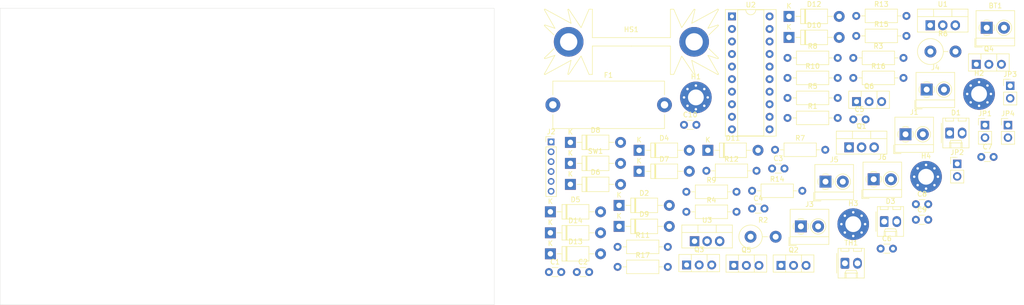
<source format=kicad_pcb>
(kicad_pcb (version 20171130) (host pcbnew "(5.1.8)-1")

  (general
    (thickness 1.6)
    (drawings 4)
    (tracks 0)
    (zones 0)
    (modules 69)
    (nets 54)
  )

  (page A4)
  (layers
    (0 F.Cu signal)
    (31 B.Cu signal)
    (32 B.Adhes user)
    (33 F.Adhes user)
    (34 B.Paste user)
    (35 F.Paste user)
    (36 B.SilkS user)
    (37 F.SilkS user)
    (38 B.Mask user)
    (39 F.Mask user)
    (40 Dwgs.User user)
    (41 Cmts.User user)
    (42 Eco1.User user)
    (43 Eco2.User user)
    (44 Edge.Cuts user)
    (45 Margin user)
    (46 B.CrtYd user)
    (47 F.CrtYd user)
    (48 B.Fab user)
    (49 F.Fab user)
  )

  (setup
    (last_trace_width 0.25)
    (trace_clearance 0.2)
    (zone_clearance 0.508)
    (zone_45_only no)
    (trace_min 0.2)
    (via_size 0.8)
    (via_drill 0.4)
    (via_min_size 0.4)
    (via_min_drill 0.3)
    (uvia_size 0.3)
    (uvia_drill 0.1)
    (uvias_allowed no)
    (uvia_min_size 0.2)
    (uvia_min_drill 0.1)
    (edge_width 0.05)
    (segment_width 0.2)
    (pcb_text_width 0.3)
    (pcb_text_size 1.5 1.5)
    (mod_edge_width 0.12)
    (mod_text_size 1 1)
    (mod_text_width 0.15)
    (pad_size 1.524 1.524)
    (pad_drill 0.762)
    (pad_to_mask_clearance 0)
    (aux_axis_origin 0 0)
    (visible_elements 7FFFFFFF)
    (pcbplotparams
      (layerselection 0x010fc_ffffffff)
      (usegerberextensions false)
      (usegerberattributes true)
      (usegerberadvancedattributes true)
      (creategerberjobfile true)
      (excludeedgelayer true)
      (linewidth 0.100000)
      (plotframeref false)
      (viasonmask false)
      (mode 1)
      (useauxorigin false)
      (hpglpennumber 1)
      (hpglpenspeed 20)
      (hpglpendiameter 15.000000)
      (psnegative false)
      (psa4output false)
      (plotreference true)
      (plotvalue true)
      (plotinvisibletext false)
      (padsonsilk false)
      (subtractmaskfromsilk false)
      (outputformat 1)
      (mirror false)
      (drillshape 1)
      (scaleselection 1)
      (outputdirectory ""))
  )

  (net 0 "")
  (net 1 "Net-(BT1-Pad2)")
  (net 2 "Net-(BT1-Pad1)")
  (net 3 "Net-(C1-Pad1)")
  (net 4 GND)
  (net 5 "Net-(C5-Pad1)")
  (net 6 DC)
  (net 7 REF)
  (net 8 "Net-(C9-Pad1)")
  (net 9 BAT)
  (net 10 STS)
  (net 11 "Net-(D1-Pad1)")
  (net 12 "Net-(D3-Pad1)")
  (net 13 "Net-(D5-Pad1)")
  (net 14 "Net-(D7-Pad2)")
  (net 15 "Net-(D11-Pad2)")
  (net 16 "Net-(D12-Pad2)")
  (net 17 "Net-(D8-Pad2)")
  (net 18 "Net-(D13-Pad2)")
  (net 19 "Net-(D9-Pad2)")
  (net 20 "Net-(D10-Pad1)")
  (net 21 "Net-(D10-Pad2)")
  (net 22 "Net-(F1-Pad1)")
  (net 23 +5V)
  (net 24 VPP)
  (net 25 VDD)
  (net 26 VSS)
  (net 27 DAT)
  (net 28 CLK)
  (net 29 "Net-(J2-Pad6)")
  (net 30 "Net-(J3-Pad2)")
  (net 31 "Net-(J4-Pad2)")
  (net 32 "Net-(J5-Pad2)")
  (net 33 "Net-(J6-Pad2)")
  (net 34 PWM)
  (net 35 "Net-(JP4-Pad2)")
  (net 36 "Net-(Q1-Pad1)")
  (net 37 "Net-(Q2-Pad1)")
  (net 38 "Net-(Q3-Pad3)")
  (net 39 "Net-(Q4-Pad1)")
  (net 40 "Net-(Q5-Pad1)")
  (net 41 "Net-(Q6-Pad1)")
  (net 42 TEMP)
  (net 43 "Net-(U2-Pad11)")
  (net 44 "Net-(U2-Pad2)")
  (net 45 "Net-(U2-Pad12)")
  (net 46 "Net-(U2-Pad14)")
  (net 47 "Net-(U2-Pad5)")
  (net 48 SWITCH)
  (net 49 "Net-(U2-Pad6)")
  (net 50 "Net-(U2-Pad7)")
  (net 51 "Net-(U2-Pad8)")
  (net 52 "Net-(U2-Pad9)")
  (net 53 "Net-(U2-Pad10)")

  (net_class Default "This is the default net class."
    (clearance 0.2)
    (trace_width 0.25)
    (via_dia 0.8)
    (via_drill 0.4)
    (uvia_dia 0.3)
    (uvia_drill 0.1)
    (add_net +5V)
    (add_net BAT)
    (add_net CLK)
    (add_net DAT)
    (add_net DC)
    (add_net GND)
    (add_net "Net-(BT1-Pad1)")
    (add_net "Net-(BT1-Pad2)")
    (add_net "Net-(C1-Pad1)")
    (add_net "Net-(C5-Pad1)")
    (add_net "Net-(C9-Pad1)")
    (add_net "Net-(D1-Pad1)")
    (add_net "Net-(D10-Pad1)")
    (add_net "Net-(D10-Pad2)")
    (add_net "Net-(D11-Pad2)")
    (add_net "Net-(D12-Pad2)")
    (add_net "Net-(D13-Pad2)")
    (add_net "Net-(D3-Pad1)")
    (add_net "Net-(D5-Pad1)")
    (add_net "Net-(D7-Pad2)")
    (add_net "Net-(D8-Pad2)")
    (add_net "Net-(D9-Pad2)")
    (add_net "Net-(F1-Pad1)")
    (add_net "Net-(J2-Pad6)")
    (add_net "Net-(J3-Pad2)")
    (add_net "Net-(J4-Pad2)")
    (add_net "Net-(J5-Pad2)")
    (add_net "Net-(J6-Pad2)")
    (add_net "Net-(JP4-Pad2)")
    (add_net "Net-(Q1-Pad1)")
    (add_net "Net-(Q2-Pad1)")
    (add_net "Net-(Q3-Pad3)")
    (add_net "Net-(Q4-Pad1)")
    (add_net "Net-(Q5-Pad1)")
    (add_net "Net-(Q6-Pad1)")
    (add_net "Net-(U2-Pad10)")
    (add_net "Net-(U2-Pad11)")
    (add_net "Net-(U2-Pad12)")
    (add_net "Net-(U2-Pad14)")
    (add_net "Net-(U2-Pad2)")
    (add_net "Net-(U2-Pad5)")
    (add_net "Net-(U2-Pad6)")
    (add_net "Net-(U2-Pad7)")
    (add_net "Net-(U2-Pad8)")
    (add_net "Net-(U2-Pad9)")
    (add_net PWM)
    (add_net REF)
    (add_net STS)
    (add_net SWITCH)
    (add_net TEMP)
    (add_net VDD)
    (add_net VPP)
    (add_net VSS)
  )

  (module TerminalBlock_4Ucon:TerminalBlock_4Ucon_1x02_P3.50mm_Horizontal (layer F.Cu) (tedit 5B294E91) (tstamp 600DA636)
    (at 239.695001 33.925001)
    (descr "Terminal Block 4Ucon ItemNo. 19963, 2 pins, pitch 3.5mm, size 7.7x7mm^2, drill diamater 1.2mm, pad diameter 2.4mm, see http://www.4uconnector.com/online/object/4udrawing/19963.pdf, script-generated using https://github.com/pointhi/kicad-footprint-generator/scripts/TerminalBlock_4Ucon")
    (tags "THT Terminal Block 4Ucon ItemNo. 19963 pitch 3.5mm size 7.7x7mm^2 drill 1.2mm pad 2.4mm")
    (path /60167757)
    (fp_text reference BT1 (at 1.75 -4.46) (layer F.SilkS)
      (effects (font (size 1 1) (thickness 0.15)))
    )
    (fp_text value Battery (at 1.75 4.66) (layer F.Fab)
      (effects (font (size 1 1) (thickness 0.15)))
    )
    (fp_text user %R (at 1.75 2.9) (layer F.Fab)
      (effects (font (size 1 1) (thickness 0.15)))
    )
    (fp_arc (start 0 0) (end -0.608 1.432) (angle -24) (layer F.SilkS) (width 0.12))
    (fp_arc (start 0 0) (end -1.432 -0.608) (angle -46) (layer F.SilkS) (width 0.12))
    (fp_arc (start 0 0) (end 0.608 -1.432) (angle -46) (layer F.SilkS) (width 0.12))
    (fp_arc (start 0 0) (end 1.432 0.608) (angle -46) (layer F.SilkS) (width 0.12))
    (fp_arc (start 0 0) (end 0 1.555) (angle -23) (layer F.SilkS) (width 0.12))
    (fp_circle (center 0 0) (end 1.375 0) (layer F.Fab) (width 0.1))
    (fp_circle (center 3.5 0) (end 4.875 0) (layer F.Fab) (width 0.1))
    (fp_circle (center 3.5 0) (end 5.055 0) (layer F.SilkS) (width 0.12))
    (fp_line (start -2.1 -3.4) (end 5.6 -3.4) (layer F.Fab) (width 0.1))
    (fp_line (start 5.6 -3.4) (end 5.6 3.6) (layer F.Fab) (width 0.1))
    (fp_line (start 5.6 3.6) (end -0.6 3.6) (layer F.Fab) (width 0.1))
    (fp_line (start -0.6 3.6) (end -2.1 2.1) (layer F.Fab) (width 0.1))
    (fp_line (start -2.1 2.1) (end -2.1 -3.4) (layer F.Fab) (width 0.1))
    (fp_line (start -2.1 2.1) (end 5.6 2.1) (layer F.Fab) (width 0.1))
    (fp_line (start -2.16 2.1) (end 5.66 2.1) (layer F.SilkS) (width 0.12))
    (fp_line (start -2.16 -3.46) (end 5.66 -3.46) (layer F.SilkS) (width 0.12))
    (fp_line (start -2.16 3.66) (end 5.66 3.66) (layer F.SilkS) (width 0.12))
    (fp_line (start -2.16 -3.46) (end -2.16 3.66) (layer F.SilkS) (width 0.12))
    (fp_line (start 5.66 -3.46) (end 5.66 3.66) (layer F.SilkS) (width 0.12))
    (fp_line (start -1.1 -0.069) (end -0.069 -0.069) (layer F.Fab) (width 0.1))
    (fp_line (start -0.069 -0.069) (end -0.069 -1.1) (layer F.Fab) (width 0.1))
    (fp_line (start -0.069 -1.1) (end 0.069 -1.1) (layer F.Fab) (width 0.1))
    (fp_line (start 0.069 -1.1) (end 0.069 -0.069) (layer F.Fab) (width 0.1))
    (fp_line (start 0.069 -0.069) (end 1.1 -0.069) (layer F.Fab) (width 0.1))
    (fp_line (start 1.1 -0.069) (end 1.1 0.069) (layer F.Fab) (width 0.1))
    (fp_line (start 1.1 0.069) (end 0.069 0.069) (layer F.Fab) (width 0.1))
    (fp_line (start 0.069 0.069) (end 0.069 1.1) (layer F.Fab) (width 0.1))
    (fp_line (start 0.069 1.1) (end -0.069 1.1) (layer F.Fab) (width 0.1))
    (fp_line (start -0.069 1.1) (end -0.069 0.069) (layer F.Fab) (width 0.1))
    (fp_line (start -0.069 0.069) (end -1.1 0.069) (layer F.Fab) (width 0.1))
    (fp_line (start -1.1 0.069) (end -1.1 -0.069) (layer F.Fab) (width 0.1))
    (fp_line (start 2.4 -0.069) (end 3.431 -0.069) (layer F.Fab) (width 0.1))
    (fp_line (start 3.431 -0.069) (end 3.431 -1.1) (layer F.Fab) (width 0.1))
    (fp_line (start 3.431 -1.1) (end 3.569 -1.1) (layer F.Fab) (width 0.1))
    (fp_line (start 3.569 -1.1) (end 3.569 -0.069) (layer F.Fab) (width 0.1))
    (fp_line (start 3.569 -0.069) (end 4.6 -0.069) (layer F.Fab) (width 0.1))
    (fp_line (start 4.6 -0.069) (end 4.6 0.069) (layer F.Fab) (width 0.1))
    (fp_line (start 4.6 0.069) (end 3.569 0.069) (layer F.Fab) (width 0.1))
    (fp_line (start 3.569 0.069) (end 3.569 1.1) (layer F.Fab) (width 0.1))
    (fp_line (start 3.569 1.1) (end 3.431 1.1) (layer F.Fab) (width 0.1))
    (fp_line (start 3.431 1.1) (end 3.431 0.069) (layer F.Fab) (width 0.1))
    (fp_line (start 3.431 0.069) (end 2.4 0.069) (layer F.Fab) (width 0.1))
    (fp_line (start 2.4 0.069) (end 2.4 -0.069) (layer F.Fab) (width 0.1))
    (fp_line (start -2.4 2.16) (end -2.4 3.9) (layer F.SilkS) (width 0.12))
    (fp_line (start -2.4 3.9) (end -0.9 3.9) (layer F.SilkS) (width 0.12))
    (fp_line (start -2.6 -3.9) (end -2.6 4.1) (layer F.CrtYd) (width 0.05))
    (fp_line (start -2.6 4.1) (end 6.1 4.1) (layer F.CrtYd) (width 0.05))
    (fp_line (start 6.1 4.1) (end 6.1 -3.9) (layer F.CrtYd) (width 0.05))
    (fp_line (start 6.1 -3.9) (end -2.6 -3.9) (layer F.CrtYd) (width 0.05))
    (pad 2 thru_hole circle (at 3.5 0) (size 2.4 2.4) (drill 1.2) (layers *.Cu *.Mask)
      (net 1 "Net-(BT1-Pad2)"))
    (pad 1 thru_hole rect (at 0 0) (size 2.4 2.4) (drill 1.2) (layers *.Cu *.Mask)
      (net 2 "Net-(BT1-Pad1)"))
    (model ${KISYS3DMOD}/TerminalBlock_4Ucon.3dshapes/TerminalBlock_4Ucon_1x02_P3.50mm_Horizontal.wrl
      (at (xyz 0 0 0))
      (scale (xyz 1 1 1))
      (rotate (xyz 0 0 0))
    )
  )

  (module Capacitor_THT:C_Disc_D3.0mm_W1.6mm_P2.50mm (layer F.Cu) (tedit 5AE50EF0) (tstamp 600DA647)
    (at 151.075001 83.375001)
    (descr "C, Disc series, Radial, pin pitch=2.50mm, , diameter*width=3.0*1.6mm^2, Capacitor, http://www.vishay.com/docs/45233/krseries.pdf")
    (tags "C Disc series Radial pin pitch 2.50mm  diameter 3.0mm width 1.6mm Capacitor")
    (path /600CEFF8)
    (fp_text reference C1 (at 1.25 -2.05) (layer F.SilkS)
      (effects (font (size 1 1) (thickness 0.15)))
    )
    (fp_text value 100nF (at 1.25 2.05) (layer F.Fab)
      (effects (font (size 1 1) (thickness 0.15)))
    )
    (fp_line (start 3.55 -1.05) (end -1.05 -1.05) (layer F.CrtYd) (width 0.05))
    (fp_line (start 3.55 1.05) (end 3.55 -1.05) (layer F.CrtYd) (width 0.05))
    (fp_line (start -1.05 1.05) (end 3.55 1.05) (layer F.CrtYd) (width 0.05))
    (fp_line (start -1.05 -1.05) (end -1.05 1.05) (layer F.CrtYd) (width 0.05))
    (fp_line (start 0.621 0.92) (end 1.879 0.92) (layer F.SilkS) (width 0.12))
    (fp_line (start 0.621 -0.92) (end 1.879 -0.92) (layer F.SilkS) (width 0.12))
    (fp_line (start 2.75 -0.8) (end -0.25 -0.8) (layer F.Fab) (width 0.1))
    (fp_line (start 2.75 0.8) (end 2.75 -0.8) (layer F.Fab) (width 0.1))
    (fp_line (start -0.25 0.8) (end 2.75 0.8) (layer F.Fab) (width 0.1))
    (fp_line (start -0.25 -0.8) (end -0.25 0.8) (layer F.Fab) (width 0.1))
    (fp_text user %R (at 1.25 0) (layer F.Fab)
      (effects (font (size 0.6 0.6) (thickness 0.09)))
    )
    (pad 1 thru_hole circle (at 0 0) (size 1.6 1.6) (drill 0.8) (layers *.Cu *.Mask)
      (net 3 "Net-(C1-Pad1)"))
    (pad 2 thru_hole circle (at 2.5 0) (size 1.6 1.6) (drill 0.8) (layers *.Cu *.Mask)
      (net 4 GND))
    (model ${KISYS3DMOD}/Capacitor_THT.3dshapes/C_Disc_D3.0mm_W1.6mm_P2.50mm.wrl
      (at (xyz 0 0 0))
      (scale (xyz 1 1 1))
      (rotate (xyz 0 0 0))
    )
  )

  (module Capacitor_THT:C_Disc_D3.0mm_W1.6mm_P2.50mm (layer F.Cu) (tedit 5AE50EF0) (tstamp 600DA658)
    (at 156.725001 83.375001)
    (descr "C, Disc series, Radial, pin pitch=2.50mm, , diameter*width=3.0*1.6mm^2, Capacitor, http://www.vishay.com/docs/45233/krseries.pdf")
    (tags "C Disc series Radial pin pitch 2.50mm  diameter 3.0mm width 1.6mm Capacitor")
    (path /600CF559)
    (fp_text reference C2 (at 1.25 -2.05) (layer F.SilkS)
      (effects (font (size 1 1) (thickness 0.15)))
    )
    (fp_text value 100nF (at 1.25 2.05) (layer F.Fab)
      (effects (font (size 1 1) (thickness 0.15)))
    )
    (fp_text user %R (at 1.25 0) (layer F.Fab)
      (effects (font (size 0.6 0.6) (thickness 0.09)))
    )
    (fp_line (start -0.25 -0.8) (end -0.25 0.8) (layer F.Fab) (width 0.1))
    (fp_line (start -0.25 0.8) (end 2.75 0.8) (layer F.Fab) (width 0.1))
    (fp_line (start 2.75 0.8) (end 2.75 -0.8) (layer F.Fab) (width 0.1))
    (fp_line (start 2.75 -0.8) (end -0.25 -0.8) (layer F.Fab) (width 0.1))
    (fp_line (start 0.621 -0.92) (end 1.879 -0.92) (layer F.SilkS) (width 0.12))
    (fp_line (start 0.621 0.92) (end 1.879 0.92) (layer F.SilkS) (width 0.12))
    (fp_line (start -1.05 -1.05) (end -1.05 1.05) (layer F.CrtYd) (width 0.05))
    (fp_line (start -1.05 1.05) (end 3.55 1.05) (layer F.CrtYd) (width 0.05))
    (fp_line (start 3.55 1.05) (end 3.55 -1.05) (layer F.CrtYd) (width 0.05))
    (fp_line (start 3.55 -1.05) (end -1.05 -1.05) (layer F.CrtYd) (width 0.05))
    (pad 2 thru_hole circle (at 2.5 0) (size 1.6 1.6) (drill 0.8) (layers *.Cu *.Mask)
      (net 4 GND))
    (pad 1 thru_hole circle (at 0 0) (size 1.6 1.6) (drill 0.8) (layers *.Cu *.Mask)
      (net 3 "Net-(C1-Pad1)"))
    (model ${KISYS3DMOD}/Capacitor_THT.3dshapes/C_Disc_D3.0mm_W1.6mm_P2.50mm.wrl
      (at (xyz 0 0 0))
      (scale (xyz 1 1 1))
      (rotate (xyz 0 0 0))
    )
  )

  (module Capacitor_THT:C_Disc_D3.0mm_W1.6mm_P2.50mm (layer F.Cu) (tedit 5AE50EF0) (tstamp 600DA669)
    (at 196.255001 62.425001)
    (descr "C, Disc series, Radial, pin pitch=2.50mm, , diameter*width=3.0*1.6mm^2, Capacitor, http://www.vishay.com/docs/45233/krseries.pdf")
    (tags "C Disc series Radial pin pitch 2.50mm  diameter 3.0mm width 1.6mm Capacitor")
    (path /600CF826)
    (fp_text reference C3 (at 1.25 -2.05) (layer F.SilkS)
      (effects (font (size 1 1) (thickness 0.15)))
    )
    (fp_text value 10nF (at 1.25 2.05) (layer F.Fab)
      (effects (font (size 1 1) (thickness 0.15)))
    )
    (fp_line (start 3.55 -1.05) (end -1.05 -1.05) (layer F.CrtYd) (width 0.05))
    (fp_line (start 3.55 1.05) (end 3.55 -1.05) (layer F.CrtYd) (width 0.05))
    (fp_line (start -1.05 1.05) (end 3.55 1.05) (layer F.CrtYd) (width 0.05))
    (fp_line (start -1.05 -1.05) (end -1.05 1.05) (layer F.CrtYd) (width 0.05))
    (fp_line (start 0.621 0.92) (end 1.879 0.92) (layer F.SilkS) (width 0.12))
    (fp_line (start 0.621 -0.92) (end 1.879 -0.92) (layer F.SilkS) (width 0.12))
    (fp_line (start 2.75 -0.8) (end -0.25 -0.8) (layer F.Fab) (width 0.1))
    (fp_line (start 2.75 0.8) (end 2.75 -0.8) (layer F.Fab) (width 0.1))
    (fp_line (start -0.25 0.8) (end 2.75 0.8) (layer F.Fab) (width 0.1))
    (fp_line (start -0.25 -0.8) (end -0.25 0.8) (layer F.Fab) (width 0.1))
    (fp_text user %R (at 1.25 0) (layer F.Fab)
      (effects (font (size 0.6 0.6) (thickness 0.09)))
    )
    (pad 1 thru_hole circle (at 0 0) (size 1.6 1.6) (drill 0.8) (layers *.Cu *.Mask)
      (net 3 "Net-(C1-Pad1)"))
    (pad 2 thru_hole circle (at 2.5 0) (size 1.6 1.6) (drill 0.8) (layers *.Cu *.Mask)
      (net 4 GND))
    (model ${KISYS3DMOD}/Capacitor_THT.3dshapes/C_Disc_D3.0mm_W1.6mm_P2.50mm.wrl
      (at (xyz 0 0 0))
      (scale (xyz 1 1 1))
      (rotate (xyz 0 0 0))
    )
  )

  (module Capacitor_THT:C_Disc_D3.0mm_W1.6mm_P2.50mm (layer F.Cu) (tedit 5AE50EF0) (tstamp 600DA67A)
    (at 192.205001 70.525001)
    (descr "C, Disc series, Radial, pin pitch=2.50mm, , diameter*width=3.0*1.6mm^2, Capacitor, http://www.vishay.com/docs/45233/krseries.pdf")
    (tags "C Disc series Radial pin pitch 2.50mm  diameter 3.0mm width 1.6mm Capacitor")
    (path /600CFB5A)
    (fp_text reference C4 (at 1.25 -2.05) (layer F.SilkS)
      (effects (font (size 1 1) (thickness 0.15)))
    )
    (fp_text value 10nF (at 1.25 2.05) (layer F.Fab)
      (effects (font (size 1 1) (thickness 0.15)))
    )
    (fp_line (start 3.55 -1.05) (end -1.05 -1.05) (layer F.CrtYd) (width 0.05))
    (fp_line (start 3.55 1.05) (end 3.55 -1.05) (layer F.CrtYd) (width 0.05))
    (fp_line (start -1.05 1.05) (end 3.55 1.05) (layer F.CrtYd) (width 0.05))
    (fp_line (start -1.05 -1.05) (end -1.05 1.05) (layer F.CrtYd) (width 0.05))
    (fp_line (start 0.621 0.92) (end 1.879 0.92) (layer F.SilkS) (width 0.12))
    (fp_line (start 0.621 -0.92) (end 1.879 -0.92) (layer F.SilkS) (width 0.12))
    (fp_line (start 2.75 -0.8) (end -0.25 -0.8) (layer F.Fab) (width 0.1))
    (fp_line (start 2.75 0.8) (end 2.75 -0.8) (layer F.Fab) (width 0.1))
    (fp_line (start -0.25 0.8) (end 2.75 0.8) (layer F.Fab) (width 0.1))
    (fp_line (start -0.25 -0.8) (end -0.25 0.8) (layer F.Fab) (width 0.1))
    (fp_text user %R (at 1.25 0) (layer F.Fab)
      (effects (font (size 0.6 0.6) (thickness 0.09)))
    )
    (pad 1 thru_hole circle (at 0 0) (size 1.6 1.6) (drill 0.8) (layers *.Cu *.Mask)
      (net 3 "Net-(C1-Pad1)"))
    (pad 2 thru_hole circle (at 2.5 0) (size 1.6 1.6) (drill 0.8) (layers *.Cu *.Mask)
      (net 4 GND))
    (model ${KISYS3DMOD}/Capacitor_THT.3dshapes/C_Disc_D3.0mm_W1.6mm_P2.50mm.wrl
      (at (xyz 0 0 0))
      (scale (xyz 1 1 1))
      (rotate (xyz 0 0 0))
    )
  )

  (module Capacitor_THT:C_Disc_D3.0mm_W1.6mm_P2.50mm (layer F.Cu) (tedit 5AE50EF0) (tstamp 600DA68B)
    (at 212.685001 52.475001)
    (descr "C, Disc series, Radial, pin pitch=2.50mm, , diameter*width=3.0*1.6mm^2, Capacitor, http://www.vishay.com/docs/45233/krseries.pdf")
    (tags "C Disc series Radial pin pitch 2.50mm  diameter 3.0mm width 1.6mm Capacitor")
    (path /60675864)
    (fp_text reference C5 (at 1.25 -2.05) (layer F.SilkS)
      (effects (font (size 1 1) (thickness 0.15)))
    )
    (fp_text value 0.33μF (at 1.25 2.05) (layer F.Fab)
      (effects (font (size 1 1) (thickness 0.15)))
    )
    (fp_text user %R (at 1.25 0) (layer F.Fab)
      (effects (font (size 0.6 0.6) (thickness 0.09)))
    )
    (fp_line (start -0.25 -0.8) (end -0.25 0.8) (layer F.Fab) (width 0.1))
    (fp_line (start -0.25 0.8) (end 2.75 0.8) (layer F.Fab) (width 0.1))
    (fp_line (start 2.75 0.8) (end 2.75 -0.8) (layer F.Fab) (width 0.1))
    (fp_line (start 2.75 -0.8) (end -0.25 -0.8) (layer F.Fab) (width 0.1))
    (fp_line (start 0.621 -0.92) (end 1.879 -0.92) (layer F.SilkS) (width 0.12))
    (fp_line (start 0.621 0.92) (end 1.879 0.92) (layer F.SilkS) (width 0.12))
    (fp_line (start -1.05 -1.05) (end -1.05 1.05) (layer F.CrtYd) (width 0.05))
    (fp_line (start -1.05 1.05) (end 3.55 1.05) (layer F.CrtYd) (width 0.05))
    (fp_line (start 3.55 1.05) (end 3.55 -1.05) (layer F.CrtYd) (width 0.05))
    (fp_line (start 3.55 -1.05) (end -1.05 -1.05) (layer F.CrtYd) (width 0.05))
    (pad 2 thru_hole circle (at 2.5 0) (size 1.6 1.6) (drill 0.8) (layers *.Cu *.Mask)
      (net 4 GND))
    (pad 1 thru_hole circle (at 0 0) (size 1.6 1.6) (drill 0.8) (layers *.Cu *.Mask)
      (net 5 "Net-(C5-Pad1)"))
    (model ${KISYS3DMOD}/Capacitor_THT.3dshapes/C_Disc_D3.0mm_W1.6mm_P2.50mm.wrl
      (at (xyz 0 0 0))
      (scale (xyz 1 1 1))
      (rotate (xyz 0 0 0))
    )
  )

  (module Capacitor_THT:C_Disc_D3.0mm_W1.6mm_P2.50mm (layer F.Cu) (tedit 5AE50EF0) (tstamp 600DA69C)
    (at 218.225001 78.635001)
    (descr "C, Disc series, Radial, pin pitch=2.50mm, , diameter*width=3.0*1.6mm^2, Capacitor, http://www.vishay.com/docs/45233/krseries.pdf")
    (tags "C Disc series Radial pin pitch 2.50mm  diameter 3.0mm width 1.6mm Capacitor")
    (path /6067986C)
    (fp_text reference C6 (at 1.25 -2.05) (layer F.SilkS)
      (effects (font (size 1 1) (thickness 0.15)))
    )
    (fp_text value 0.1μF (at 1.25 2.05) (layer F.Fab)
      (effects (font (size 1 1) (thickness 0.15)))
    )
    (fp_line (start 3.55 -1.05) (end -1.05 -1.05) (layer F.CrtYd) (width 0.05))
    (fp_line (start 3.55 1.05) (end 3.55 -1.05) (layer F.CrtYd) (width 0.05))
    (fp_line (start -1.05 1.05) (end 3.55 1.05) (layer F.CrtYd) (width 0.05))
    (fp_line (start -1.05 -1.05) (end -1.05 1.05) (layer F.CrtYd) (width 0.05))
    (fp_line (start 0.621 0.92) (end 1.879 0.92) (layer F.SilkS) (width 0.12))
    (fp_line (start 0.621 -0.92) (end 1.879 -0.92) (layer F.SilkS) (width 0.12))
    (fp_line (start 2.75 -0.8) (end -0.25 -0.8) (layer F.Fab) (width 0.1))
    (fp_line (start 2.75 0.8) (end 2.75 -0.8) (layer F.Fab) (width 0.1))
    (fp_line (start -0.25 0.8) (end 2.75 0.8) (layer F.Fab) (width 0.1))
    (fp_line (start -0.25 -0.8) (end -0.25 0.8) (layer F.Fab) (width 0.1))
    (fp_text user %R (at 1.25 0) (layer F.Fab)
      (effects (font (size 0.6 0.6) (thickness 0.09)))
    )
    (pad 1 thru_hole circle (at 0 0) (size 1.6 1.6) (drill 0.8) (layers *.Cu *.Mask)
      (net 6 DC))
    (pad 2 thru_hole circle (at 2.5 0) (size 1.6 1.6) (drill 0.8) (layers *.Cu *.Mask)
      (net 4 GND))
    (model ${KISYS3DMOD}/Capacitor_THT.3dshapes/C_Disc_D3.0mm_W1.6mm_P2.50mm.wrl
      (at (xyz 0 0 0))
      (scale (xyz 1 1 1))
      (rotate (xyz 0 0 0))
    )
  )

  (module Capacitor_THT:C_Disc_D3.0mm_W1.6mm_P2.50mm (layer F.Cu) (tedit 5AE50EF0) (tstamp 600DA6AD)
    (at 238.595001 60.075001)
    (descr "C, Disc series, Radial, pin pitch=2.50mm, , diameter*width=3.0*1.6mm^2, Capacitor, http://www.vishay.com/docs/45233/krseries.pdf")
    (tags "C Disc series Radial pin pitch 2.50mm  diameter 3.0mm width 1.6mm Capacitor")
    (path /6018FFBF)
    (fp_text reference C7 (at 1.25 -2.05) (layer F.SilkS)
      (effects (font (size 1 1) (thickness 0.15)))
    )
    (fp_text value 100nF (at 1.25 2.05) (layer F.Fab)
      (effects (font (size 1 1) (thickness 0.15)))
    )
    (fp_text user %R (at 1.25 0) (layer F.Fab)
      (effects (font (size 0.6 0.6) (thickness 0.09)))
    )
    (fp_line (start -0.25 -0.8) (end -0.25 0.8) (layer F.Fab) (width 0.1))
    (fp_line (start -0.25 0.8) (end 2.75 0.8) (layer F.Fab) (width 0.1))
    (fp_line (start 2.75 0.8) (end 2.75 -0.8) (layer F.Fab) (width 0.1))
    (fp_line (start 2.75 -0.8) (end -0.25 -0.8) (layer F.Fab) (width 0.1))
    (fp_line (start 0.621 -0.92) (end 1.879 -0.92) (layer F.SilkS) (width 0.12))
    (fp_line (start 0.621 0.92) (end 1.879 0.92) (layer F.SilkS) (width 0.12))
    (fp_line (start -1.05 -1.05) (end -1.05 1.05) (layer F.CrtYd) (width 0.05))
    (fp_line (start -1.05 1.05) (end 3.55 1.05) (layer F.CrtYd) (width 0.05))
    (fp_line (start 3.55 1.05) (end 3.55 -1.05) (layer F.CrtYd) (width 0.05))
    (fp_line (start 3.55 -1.05) (end -1.05 -1.05) (layer F.CrtYd) (width 0.05))
    (pad 2 thru_hole circle (at 2.5 0) (size 1.6 1.6) (drill 0.8) (layers *.Cu *.Mask)
      (net 4 GND))
    (pad 1 thru_hole circle (at 0 0) (size 1.6 1.6) (drill 0.8) (layers *.Cu *.Mask)
      (net 7 REF))
    (model ${KISYS3DMOD}/Capacitor_THT.3dshapes/C_Disc_D3.0mm_W1.6mm_P2.50mm.wrl
      (at (xyz 0 0 0))
      (scale (xyz 1 1 1))
      (rotate (xyz 0 0 0))
    )
  )

  (module Capacitor_THT:C_Disc_D3.0mm_W1.6mm_P2.50mm (layer F.Cu) (tedit 5AE50EF0) (tstamp 600DA6BE)
    (at 225.355001 69.635001)
    (descr "C, Disc series, Radial, pin pitch=2.50mm, , diameter*width=3.0*1.6mm^2, Capacitor, http://www.vishay.com/docs/45233/krseries.pdf")
    (tags "C Disc series Radial pin pitch 2.50mm  diameter 3.0mm width 1.6mm Capacitor")
    (path /6018FC24)
    (fp_text reference C8 (at 1.25 -2.05) (layer F.SilkS)
      (effects (font (size 1 1) (thickness 0.15)))
    )
    (fp_text value 10nF (at 1.25 2.05) (layer F.Fab)
      (effects (font (size 1 1) (thickness 0.15)))
    )
    (fp_text user %R (at 1.25 0) (layer F.Fab)
      (effects (font (size 0.6 0.6) (thickness 0.09)))
    )
    (fp_line (start -0.25 -0.8) (end -0.25 0.8) (layer F.Fab) (width 0.1))
    (fp_line (start -0.25 0.8) (end 2.75 0.8) (layer F.Fab) (width 0.1))
    (fp_line (start 2.75 0.8) (end 2.75 -0.8) (layer F.Fab) (width 0.1))
    (fp_line (start 2.75 -0.8) (end -0.25 -0.8) (layer F.Fab) (width 0.1))
    (fp_line (start 0.621 -0.92) (end 1.879 -0.92) (layer F.SilkS) (width 0.12))
    (fp_line (start 0.621 0.92) (end 1.879 0.92) (layer F.SilkS) (width 0.12))
    (fp_line (start -1.05 -1.05) (end -1.05 1.05) (layer F.CrtYd) (width 0.05))
    (fp_line (start -1.05 1.05) (end 3.55 1.05) (layer F.CrtYd) (width 0.05))
    (fp_line (start 3.55 1.05) (end 3.55 -1.05) (layer F.CrtYd) (width 0.05))
    (fp_line (start 3.55 -1.05) (end -1.05 -1.05) (layer F.CrtYd) (width 0.05))
    (pad 2 thru_hole circle (at 2.5 0) (size 1.6 1.6) (drill 0.8) (layers *.Cu *.Mask)
      (net 4 GND))
    (pad 1 thru_hole circle (at 0 0) (size 1.6 1.6) (drill 0.8) (layers *.Cu *.Mask)
      (net 7 REF))
    (model ${KISYS3DMOD}/Capacitor_THT.3dshapes/C_Disc_D3.0mm_W1.6mm_P2.50mm.wrl
      (at (xyz 0 0 0))
      (scale (xyz 1 1 1))
      (rotate (xyz 0 0 0))
    )
  )

  (module Capacitor_THT:C_Disc_D3.0mm_W1.6mm_P2.50mm (layer F.Cu) (tedit 5AE50EF0) (tstamp 600DA6CF)
    (at 225.355001 72.785001)
    (descr "C, Disc series, Radial, pin pitch=2.50mm, , diameter*width=3.0*1.6mm^2, Capacitor, http://www.vishay.com/docs/45233/krseries.pdf")
    (tags "C Disc series Radial pin pitch 2.50mm  diameter 3.0mm width 1.6mm Capacitor")
    (path /607EFE28)
    (fp_text reference C9 (at 1.25 -2.05) (layer F.SilkS)
      (effects (font (size 1 1) (thickness 0.15)))
    )
    (fp_text value 0.33μF (at 1.25 2.05) (layer F.Fab)
      (effects (font (size 1 1) (thickness 0.15)))
    )
    (fp_line (start 3.55 -1.05) (end -1.05 -1.05) (layer F.CrtYd) (width 0.05))
    (fp_line (start 3.55 1.05) (end 3.55 -1.05) (layer F.CrtYd) (width 0.05))
    (fp_line (start -1.05 1.05) (end 3.55 1.05) (layer F.CrtYd) (width 0.05))
    (fp_line (start -1.05 -1.05) (end -1.05 1.05) (layer F.CrtYd) (width 0.05))
    (fp_line (start 0.621 0.92) (end 1.879 0.92) (layer F.SilkS) (width 0.12))
    (fp_line (start 0.621 -0.92) (end 1.879 -0.92) (layer F.SilkS) (width 0.12))
    (fp_line (start 2.75 -0.8) (end -0.25 -0.8) (layer F.Fab) (width 0.1))
    (fp_line (start 2.75 0.8) (end 2.75 -0.8) (layer F.Fab) (width 0.1))
    (fp_line (start -0.25 0.8) (end 2.75 0.8) (layer F.Fab) (width 0.1))
    (fp_line (start -0.25 -0.8) (end -0.25 0.8) (layer F.Fab) (width 0.1))
    (fp_text user %R (at 1.25 0) (layer F.Fab)
      (effects (font (size 0.6 0.6) (thickness 0.09)))
    )
    (pad 1 thru_hole circle (at 0 0) (size 1.6 1.6) (drill 0.8) (layers *.Cu *.Mask)
      (net 8 "Net-(C9-Pad1)"))
    (pad 2 thru_hole circle (at 2.5 0) (size 1.6 1.6) (drill 0.8) (layers *.Cu *.Mask)
      (net 4 GND))
    (model ${KISYS3DMOD}/Capacitor_THT.3dshapes/C_Disc_D3.0mm_W1.6mm_P2.50mm.wrl
      (at (xyz 0 0 0))
      (scale (xyz 1 1 1))
      (rotate (xyz 0 0 0))
    )
  )

  (module Capacitor_THT:C_Disc_D3.0mm_W1.6mm_P2.50mm (layer F.Cu) (tedit 5AE50EF0) (tstamp 600DA6E0)
    (at 178.425001 53.575001)
    (descr "C, Disc series, Radial, pin pitch=2.50mm, , diameter*width=3.0*1.6mm^2, Capacitor, http://www.vishay.com/docs/45233/krseries.pdf")
    (tags "C Disc series Radial pin pitch 2.50mm  diameter 3.0mm width 1.6mm Capacitor")
    (path /607F0467)
    (fp_text reference C10 (at 1.25 -2.05) (layer F.SilkS)
      (effects (font (size 1 1) (thickness 0.15)))
    )
    (fp_text value 0.33μF (at 1.25 2.05) (layer F.Fab)
      (effects (font (size 1 1) (thickness 0.15)))
    )
    (fp_text user %R (at 1.25 0) (layer F.Fab)
      (effects (font (size 0.6 0.6) (thickness 0.09)))
    )
    (fp_line (start -0.25 -0.8) (end -0.25 0.8) (layer F.Fab) (width 0.1))
    (fp_line (start -0.25 0.8) (end 2.75 0.8) (layer F.Fab) (width 0.1))
    (fp_line (start 2.75 0.8) (end 2.75 -0.8) (layer F.Fab) (width 0.1))
    (fp_line (start 2.75 -0.8) (end -0.25 -0.8) (layer F.Fab) (width 0.1))
    (fp_line (start 0.621 -0.92) (end 1.879 -0.92) (layer F.SilkS) (width 0.12))
    (fp_line (start 0.621 0.92) (end 1.879 0.92) (layer F.SilkS) (width 0.12))
    (fp_line (start -1.05 -1.05) (end -1.05 1.05) (layer F.CrtYd) (width 0.05))
    (fp_line (start -1.05 1.05) (end 3.55 1.05) (layer F.CrtYd) (width 0.05))
    (fp_line (start 3.55 1.05) (end 3.55 -1.05) (layer F.CrtYd) (width 0.05))
    (fp_line (start 3.55 -1.05) (end -1.05 -1.05) (layer F.CrtYd) (width 0.05))
    (pad 2 thru_hole circle (at 2.5 0) (size 1.6 1.6) (drill 0.8) (layers *.Cu *.Mask)
      (net 4 GND))
    (pad 1 thru_hole circle (at 0 0) (size 1.6 1.6) (drill 0.8) (layers *.Cu *.Mask)
      (net 9 BAT))
    (model ${KISYS3DMOD}/Capacitor_THT.3dshapes/C_Disc_D3.0mm_W1.6mm_P2.50mm.wrl
      (at (xyz 0 0 0))
      (scale (xyz 1 1 1))
      (rotate (xyz 0 0 0))
    )
  )

  (module Connector_Molex:Molex_KK-254_AE-6410-02A_1x02_P2.54mm_Vertical (layer F.Cu) (tedit 5EA53D3B) (tstamp 600DA704)
    (at 232.185001 55.245001)
    (descr "Molex KK-254 Interconnect System, old/engineering part number: AE-6410-02A example for new part number: 22-27-2021, 2 Pins (http://www.molex.com/pdm_docs/sd/022272021_sd.pdf), generated with kicad-footprint-generator")
    (tags "connector Molex KK-254 vertical")
    (path /601DBA87)
    (fp_text reference D1 (at 1.27 -4.12) (layer F.SilkS)
      (effects (font (size 1 1) (thickness 0.15)))
    )
    (fp_text value ORANGE (at 1.27 4.08) (layer F.Fab)
      (effects (font (size 1 1) (thickness 0.15)))
    )
    (fp_text user %R (at 1.27 -2.22) (layer F.Fab)
      (effects (font (size 1 1) (thickness 0.15)))
    )
    (fp_line (start -1.27 -2.92) (end -1.27 2.88) (layer F.Fab) (width 0.1))
    (fp_line (start -1.27 2.88) (end 3.81 2.88) (layer F.Fab) (width 0.1))
    (fp_line (start 3.81 2.88) (end 3.81 -2.92) (layer F.Fab) (width 0.1))
    (fp_line (start 3.81 -2.92) (end -1.27 -2.92) (layer F.Fab) (width 0.1))
    (fp_line (start -1.38 -3.03) (end -1.38 2.99) (layer F.SilkS) (width 0.12))
    (fp_line (start -1.38 2.99) (end 3.92 2.99) (layer F.SilkS) (width 0.12))
    (fp_line (start 3.92 2.99) (end 3.92 -3.03) (layer F.SilkS) (width 0.12))
    (fp_line (start 3.92 -3.03) (end -1.38 -3.03) (layer F.SilkS) (width 0.12))
    (fp_line (start -1.67 -2) (end -1.67 2) (layer F.SilkS) (width 0.12))
    (fp_line (start -1.27 -0.5) (end -0.562893 0) (layer F.Fab) (width 0.1))
    (fp_line (start -0.562893 0) (end -1.27 0.5) (layer F.Fab) (width 0.1))
    (fp_line (start 0 2.99) (end 0 1.99) (layer F.SilkS) (width 0.12))
    (fp_line (start 0 1.99) (end 2.54 1.99) (layer F.SilkS) (width 0.12))
    (fp_line (start 2.54 1.99) (end 2.54 2.99) (layer F.SilkS) (width 0.12))
    (fp_line (start 0 1.99) (end 0.25 1.46) (layer F.SilkS) (width 0.12))
    (fp_line (start 0.25 1.46) (end 2.29 1.46) (layer F.SilkS) (width 0.12))
    (fp_line (start 2.29 1.46) (end 2.54 1.99) (layer F.SilkS) (width 0.12))
    (fp_line (start 0.25 2.99) (end 0.25 1.99) (layer F.SilkS) (width 0.12))
    (fp_line (start 2.29 2.99) (end 2.29 1.99) (layer F.SilkS) (width 0.12))
    (fp_line (start -0.8 -3.03) (end -0.8 -2.43) (layer F.SilkS) (width 0.12))
    (fp_line (start -0.8 -2.43) (end 0.8 -2.43) (layer F.SilkS) (width 0.12))
    (fp_line (start 0.8 -2.43) (end 0.8 -3.03) (layer F.SilkS) (width 0.12))
    (fp_line (start 1.74 -3.03) (end 1.74 -2.43) (layer F.SilkS) (width 0.12))
    (fp_line (start 1.74 -2.43) (end 3.34 -2.43) (layer F.SilkS) (width 0.12))
    (fp_line (start 3.34 -2.43) (end 3.34 -3.03) (layer F.SilkS) (width 0.12))
    (fp_line (start -1.77 -3.42) (end -1.77 3.38) (layer F.CrtYd) (width 0.05))
    (fp_line (start -1.77 3.38) (end 4.31 3.38) (layer F.CrtYd) (width 0.05))
    (fp_line (start 4.31 3.38) (end 4.31 -3.42) (layer F.CrtYd) (width 0.05))
    (fp_line (start 4.31 -3.42) (end -1.77 -3.42) (layer F.CrtYd) (width 0.05))
    (pad 2 thru_hole oval (at 2.54 0) (size 1.74 2.19) (drill 1.19) (layers *.Cu *.Mask)
      (net 10 STS))
    (pad 1 thru_hole roundrect (at 0 0) (size 1.74 2.19) (drill 1.19) (layers *.Cu *.Mask) (roundrect_rratio 0.143678)
      (net 11 "Net-(D1-Pad1)"))
    (model ${KISYS3DMOD}/Connector_Molex.3dshapes/Molex_KK-254_AE-6410-02A_1x02_P2.54mm_Vertical.wrl
      (at (xyz 0 0 0))
      (scale (xyz 1 1 1))
      (rotate (xyz 0 0 0))
    )
  )

  (module Diode_THT:D_DO-41_SOD81_P10.16mm_Horizontal (layer F.Cu) (tedit 5AE50CD5) (tstamp 600DA723)
    (at 165.285001 69.875001)
    (descr "Diode, DO-41_SOD81 series, Axial, Horizontal, pin pitch=10.16mm, , length*diameter=5.2*2.7mm^2, , http://www.diodes.com/_files/packages/DO-41%20(Plastic).pdf")
    (tags "Diode DO-41_SOD81 series Axial Horizontal pin pitch 10.16mm  length 5.2mm diameter 2.7mm")
    (path /606EB758)
    (fp_text reference D2 (at 5.08 -2.47) (layer F.SilkS)
      (effects (font (size 1 1) (thickness 0.15)))
    )
    (fp_text value 1N4007 (at 5.08 2.47) (layer F.Fab)
      (effects (font (size 1 1) (thickness 0.15)))
    )
    (fp_text user K (at 0 -2.1) (layer F.SilkS)
      (effects (font (size 1 1) (thickness 0.15)))
    )
    (fp_text user K (at 0 -2.1) (layer F.Fab)
      (effects (font (size 1 1) (thickness 0.15)))
    )
    (fp_text user %R (at 5.47 0) (layer F.Fab)
      (effects (font (size 1 1) (thickness 0.15)))
    )
    (fp_line (start 2.48 -1.35) (end 2.48 1.35) (layer F.Fab) (width 0.1))
    (fp_line (start 2.48 1.35) (end 7.68 1.35) (layer F.Fab) (width 0.1))
    (fp_line (start 7.68 1.35) (end 7.68 -1.35) (layer F.Fab) (width 0.1))
    (fp_line (start 7.68 -1.35) (end 2.48 -1.35) (layer F.Fab) (width 0.1))
    (fp_line (start 0 0) (end 2.48 0) (layer F.Fab) (width 0.1))
    (fp_line (start 10.16 0) (end 7.68 0) (layer F.Fab) (width 0.1))
    (fp_line (start 3.26 -1.35) (end 3.26 1.35) (layer F.Fab) (width 0.1))
    (fp_line (start 3.36 -1.35) (end 3.36 1.35) (layer F.Fab) (width 0.1))
    (fp_line (start 3.16 -1.35) (end 3.16 1.35) (layer F.Fab) (width 0.1))
    (fp_line (start 2.36 -1.47) (end 2.36 1.47) (layer F.SilkS) (width 0.12))
    (fp_line (start 2.36 1.47) (end 7.8 1.47) (layer F.SilkS) (width 0.12))
    (fp_line (start 7.8 1.47) (end 7.8 -1.47) (layer F.SilkS) (width 0.12))
    (fp_line (start 7.8 -1.47) (end 2.36 -1.47) (layer F.SilkS) (width 0.12))
    (fp_line (start 1.34 0) (end 2.36 0) (layer F.SilkS) (width 0.12))
    (fp_line (start 8.82 0) (end 7.8 0) (layer F.SilkS) (width 0.12))
    (fp_line (start 3.26 -1.47) (end 3.26 1.47) (layer F.SilkS) (width 0.12))
    (fp_line (start 3.38 -1.47) (end 3.38 1.47) (layer F.SilkS) (width 0.12))
    (fp_line (start 3.14 -1.47) (end 3.14 1.47) (layer F.SilkS) (width 0.12))
    (fp_line (start -1.35 -1.6) (end -1.35 1.6) (layer F.CrtYd) (width 0.05))
    (fp_line (start -1.35 1.6) (end 11.51 1.6) (layer F.CrtYd) (width 0.05))
    (fp_line (start 11.51 1.6) (end 11.51 -1.6) (layer F.CrtYd) (width 0.05))
    (fp_line (start 11.51 -1.6) (end -1.35 -1.6) (layer F.CrtYd) (width 0.05))
    (pad 2 thru_hole oval (at 10.16 0) (size 2.2 2.2) (drill 1.1) (layers *.Cu *.Mask)
      (net 6 DC))
    (pad 1 thru_hole rect (at 0 0) (size 2.2 2.2) (drill 1.1) (layers *.Cu *.Mask)
      (net 5 "Net-(C5-Pad1)"))
    (model ${KISYS3DMOD}/Diode_THT.3dshapes/D_DO-41_SOD81_P10.16mm_Horizontal.wrl
      (at (xyz 0 0 0))
      (scale (xyz 1 1 1))
      (rotate (xyz 0 0 0))
    )
  )

  (module Connector_Molex:Molex_KK-254_AE-6410-02A_1x02_P2.54mm_Vertical (layer F.Cu) (tedit 5EA53D3B) (tstamp 600DA747)
    (at 218.945001 73.155001)
    (descr "Molex KK-254 Interconnect System, old/engineering part number: AE-6410-02A example for new part number: 22-27-2021, 2 Pins (http://www.molex.com/pdm_docs/sd/022272021_sd.pdf), generated with kicad-footprint-generator")
    (tags "connector Molex KK-254 vertical")
    (path /6081C0C0)
    (fp_text reference D3 (at 1.27 -4.12) (layer F.SilkS)
      (effects (font (size 1 1) (thickness 0.15)))
    )
    (fp_text value GREEN (at 1.27 4.08) (layer F.Fab)
      (effects (font (size 1 1) (thickness 0.15)))
    )
    (fp_line (start 4.31 -3.42) (end -1.77 -3.42) (layer F.CrtYd) (width 0.05))
    (fp_line (start 4.31 3.38) (end 4.31 -3.42) (layer F.CrtYd) (width 0.05))
    (fp_line (start -1.77 3.38) (end 4.31 3.38) (layer F.CrtYd) (width 0.05))
    (fp_line (start -1.77 -3.42) (end -1.77 3.38) (layer F.CrtYd) (width 0.05))
    (fp_line (start 3.34 -2.43) (end 3.34 -3.03) (layer F.SilkS) (width 0.12))
    (fp_line (start 1.74 -2.43) (end 3.34 -2.43) (layer F.SilkS) (width 0.12))
    (fp_line (start 1.74 -3.03) (end 1.74 -2.43) (layer F.SilkS) (width 0.12))
    (fp_line (start 0.8 -2.43) (end 0.8 -3.03) (layer F.SilkS) (width 0.12))
    (fp_line (start -0.8 -2.43) (end 0.8 -2.43) (layer F.SilkS) (width 0.12))
    (fp_line (start -0.8 -3.03) (end -0.8 -2.43) (layer F.SilkS) (width 0.12))
    (fp_line (start 2.29 2.99) (end 2.29 1.99) (layer F.SilkS) (width 0.12))
    (fp_line (start 0.25 2.99) (end 0.25 1.99) (layer F.SilkS) (width 0.12))
    (fp_line (start 2.29 1.46) (end 2.54 1.99) (layer F.SilkS) (width 0.12))
    (fp_line (start 0.25 1.46) (end 2.29 1.46) (layer F.SilkS) (width 0.12))
    (fp_line (start 0 1.99) (end 0.25 1.46) (layer F.SilkS) (width 0.12))
    (fp_line (start 2.54 1.99) (end 2.54 2.99) (layer F.SilkS) (width 0.12))
    (fp_line (start 0 1.99) (end 2.54 1.99) (layer F.SilkS) (width 0.12))
    (fp_line (start 0 2.99) (end 0 1.99) (layer F.SilkS) (width 0.12))
    (fp_line (start -0.562893 0) (end -1.27 0.5) (layer F.Fab) (width 0.1))
    (fp_line (start -1.27 -0.5) (end -0.562893 0) (layer F.Fab) (width 0.1))
    (fp_line (start -1.67 -2) (end -1.67 2) (layer F.SilkS) (width 0.12))
    (fp_line (start 3.92 -3.03) (end -1.38 -3.03) (layer F.SilkS) (width 0.12))
    (fp_line (start 3.92 2.99) (end 3.92 -3.03) (layer F.SilkS) (width 0.12))
    (fp_line (start -1.38 2.99) (end 3.92 2.99) (layer F.SilkS) (width 0.12))
    (fp_line (start -1.38 -3.03) (end -1.38 2.99) (layer F.SilkS) (width 0.12))
    (fp_line (start 3.81 -2.92) (end -1.27 -2.92) (layer F.Fab) (width 0.1))
    (fp_line (start 3.81 2.88) (end 3.81 -2.92) (layer F.Fab) (width 0.1))
    (fp_line (start -1.27 2.88) (end 3.81 2.88) (layer F.Fab) (width 0.1))
    (fp_line (start -1.27 -2.92) (end -1.27 2.88) (layer F.Fab) (width 0.1))
    (fp_text user %R (at 1.27 -2.22) (layer F.Fab)
      (effects (font (size 1 1) (thickness 0.15)))
    )
    (pad 1 thru_hole roundrect (at 0 0) (size 1.74 2.19) (drill 1.19) (layers *.Cu *.Mask) (roundrect_rratio 0.143678)
      (net 12 "Net-(D3-Pad1)"))
    (pad 2 thru_hole oval (at 2.54 0) (size 1.74 2.19) (drill 1.19) (layers *.Cu *.Mask)
      (net 9 BAT))
    (model ${KISYS3DMOD}/Connector_Molex.3dshapes/Molex_KK-254_AE-6410-02A_1x02_P2.54mm_Vertical.wrl
      (at (xyz 0 0 0))
      (scale (xyz 1 1 1))
      (rotate (xyz 0 0 0))
    )
  )

  (module Diode_THT:D_DO-41_SOD81_P10.16mm_Horizontal (layer F.Cu) (tedit 5AE50CD5) (tstamp 600DA766)
    (at 169.335001 58.725001)
    (descr "Diode, DO-41_SOD81 series, Axial, Horizontal, pin pitch=10.16mm, , length*diameter=5.2*2.7mm^2, , http://www.diodes.com/_files/packages/DO-41%20(Plastic).pdf")
    (tags "Diode DO-41_SOD81 series Axial Horizontal pin pitch 10.16mm  length 5.2mm diameter 2.7mm")
    (path /601AC6BA)
    (fp_text reference D4 (at 5.08 -2.47) (layer F.SilkS)
      (effects (font (size 1 1) (thickness 0.15)))
    )
    (fp_text value 18V (at 5.08 2.47) (layer F.Fab)
      (effects (font (size 1 1) (thickness 0.15)))
    )
    (fp_line (start 11.51 -1.6) (end -1.35 -1.6) (layer F.CrtYd) (width 0.05))
    (fp_line (start 11.51 1.6) (end 11.51 -1.6) (layer F.CrtYd) (width 0.05))
    (fp_line (start -1.35 1.6) (end 11.51 1.6) (layer F.CrtYd) (width 0.05))
    (fp_line (start -1.35 -1.6) (end -1.35 1.6) (layer F.CrtYd) (width 0.05))
    (fp_line (start 3.14 -1.47) (end 3.14 1.47) (layer F.SilkS) (width 0.12))
    (fp_line (start 3.38 -1.47) (end 3.38 1.47) (layer F.SilkS) (width 0.12))
    (fp_line (start 3.26 -1.47) (end 3.26 1.47) (layer F.SilkS) (width 0.12))
    (fp_line (start 8.82 0) (end 7.8 0) (layer F.SilkS) (width 0.12))
    (fp_line (start 1.34 0) (end 2.36 0) (layer F.SilkS) (width 0.12))
    (fp_line (start 7.8 -1.47) (end 2.36 -1.47) (layer F.SilkS) (width 0.12))
    (fp_line (start 7.8 1.47) (end 7.8 -1.47) (layer F.SilkS) (width 0.12))
    (fp_line (start 2.36 1.47) (end 7.8 1.47) (layer F.SilkS) (width 0.12))
    (fp_line (start 2.36 -1.47) (end 2.36 1.47) (layer F.SilkS) (width 0.12))
    (fp_line (start 3.16 -1.35) (end 3.16 1.35) (layer F.Fab) (width 0.1))
    (fp_line (start 3.36 -1.35) (end 3.36 1.35) (layer F.Fab) (width 0.1))
    (fp_line (start 3.26 -1.35) (end 3.26 1.35) (layer F.Fab) (width 0.1))
    (fp_line (start 10.16 0) (end 7.68 0) (layer F.Fab) (width 0.1))
    (fp_line (start 0 0) (end 2.48 0) (layer F.Fab) (width 0.1))
    (fp_line (start 7.68 -1.35) (end 2.48 -1.35) (layer F.Fab) (width 0.1))
    (fp_line (start 7.68 1.35) (end 7.68 -1.35) (layer F.Fab) (width 0.1))
    (fp_line (start 2.48 1.35) (end 7.68 1.35) (layer F.Fab) (width 0.1))
    (fp_line (start 2.48 -1.35) (end 2.48 1.35) (layer F.Fab) (width 0.1))
    (fp_text user %R (at 5.47 0) (layer F.Fab)
      (effects (font (size 1 1) (thickness 0.15)))
    )
    (fp_text user K (at 0 -2.1) (layer F.Fab)
      (effects (font (size 1 1) (thickness 0.15)))
    )
    (fp_text user K (at 0 -2.1) (layer F.SilkS)
      (effects (font (size 1 1) (thickness 0.15)))
    )
    (pad 1 thru_hole rect (at 0 0) (size 2.2 2.2) (drill 1.1) (layers *.Cu *.Mask)
      (net 5 "Net-(C5-Pad1)"))
    (pad 2 thru_hole oval (at 10.16 0) (size 2.2 2.2) (drill 1.1) (layers *.Cu *.Mask)
      (net 4 GND))
    (model ${KISYS3DMOD}/Diode_THT.3dshapes/D_DO-41_SOD81_P10.16mm_Horizontal.wrl
      (at (xyz 0 0 0))
      (scale (xyz 1 1 1))
      (rotate (xyz 0 0 0))
    )
  )

  (module Diode_THT:D_DO-41_SOD81_P10.16mm_Horizontal (layer F.Cu) (tedit 5AE50CD5) (tstamp 600DA785)
    (at 151.375001 71.175001)
    (descr "Diode, DO-41_SOD81 series, Axial, Horizontal, pin pitch=10.16mm, , length*diameter=5.2*2.7mm^2, , http://www.diodes.com/_files/packages/DO-41%20(Plastic).pdf")
    (tags "Diode DO-41_SOD81 series Axial Horizontal pin pitch 10.16mm  length 5.2mm diameter 2.7mm")
    (path /60609EAE)
    (fp_text reference D5 (at 5.08 -2.47) (layer F.SilkS)
      (effects (font (size 1 1) (thickness 0.15)))
    )
    (fp_text value 1N5817 (at 5.08 2.47) (layer F.Fab)
      (effects (font (size 1 1) (thickness 0.15)))
    )
    (fp_text user K (at 0 -2.1) (layer F.SilkS)
      (effects (font (size 1 1) (thickness 0.15)))
    )
    (fp_text user K (at 0 -2.1) (layer F.Fab)
      (effects (font (size 1 1) (thickness 0.15)))
    )
    (fp_text user %R (at 5.47 0) (layer F.Fab)
      (effects (font (size 1 1) (thickness 0.15)))
    )
    (fp_line (start 2.48 -1.35) (end 2.48 1.35) (layer F.Fab) (width 0.1))
    (fp_line (start 2.48 1.35) (end 7.68 1.35) (layer F.Fab) (width 0.1))
    (fp_line (start 7.68 1.35) (end 7.68 -1.35) (layer F.Fab) (width 0.1))
    (fp_line (start 7.68 -1.35) (end 2.48 -1.35) (layer F.Fab) (width 0.1))
    (fp_line (start 0 0) (end 2.48 0) (layer F.Fab) (width 0.1))
    (fp_line (start 10.16 0) (end 7.68 0) (layer F.Fab) (width 0.1))
    (fp_line (start 3.26 -1.35) (end 3.26 1.35) (layer F.Fab) (width 0.1))
    (fp_line (start 3.36 -1.35) (end 3.36 1.35) (layer F.Fab) (width 0.1))
    (fp_line (start 3.16 -1.35) (end 3.16 1.35) (layer F.Fab) (width 0.1))
    (fp_line (start 2.36 -1.47) (end 2.36 1.47) (layer F.SilkS) (width 0.12))
    (fp_line (start 2.36 1.47) (end 7.8 1.47) (layer F.SilkS) (width 0.12))
    (fp_line (start 7.8 1.47) (end 7.8 -1.47) (layer F.SilkS) (width 0.12))
    (fp_line (start 7.8 -1.47) (end 2.36 -1.47) (layer F.SilkS) (width 0.12))
    (fp_line (start 1.34 0) (end 2.36 0) (layer F.SilkS) (width 0.12))
    (fp_line (start 8.82 0) (end 7.8 0) (layer F.SilkS) (width 0.12))
    (fp_line (start 3.26 -1.47) (end 3.26 1.47) (layer F.SilkS) (width 0.12))
    (fp_line (start 3.38 -1.47) (end 3.38 1.47) (layer F.SilkS) (width 0.12))
    (fp_line (start 3.14 -1.47) (end 3.14 1.47) (layer F.SilkS) (width 0.12))
    (fp_line (start -1.35 -1.6) (end -1.35 1.6) (layer F.CrtYd) (width 0.05))
    (fp_line (start -1.35 1.6) (end 11.51 1.6) (layer F.CrtYd) (width 0.05))
    (fp_line (start 11.51 1.6) (end 11.51 -1.6) (layer F.CrtYd) (width 0.05))
    (fp_line (start 11.51 -1.6) (end -1.35 -1.6) (layer F.CrtYd) (width 0.05))
    (pad 2 thru_hole oval (at 10.16 0) (size 2.2 2.2) (drill 1.1) (layers *.Cu *.Mask)
      (net 6 DC))
    (pad 1 thru_hole rect (at 0 0) (size 2.2 2.2) (drill 1.1) (layers *.Cu *.Mask)
      (net 13 "Net-(D5-Pad1)"))
    (model ${KISYS3DMOD}/Diode_THT.3dshapes/D_DO-41_SOD81_P10.16mm_Horizontal.wrl
      (at (xyz 0 0 0))
      (scale (xyz 1 1 1))
      (rotate (xyz 0 0 0))
    )
  )

  (module Diode_THT:D_DO-41_SOD81_P10.16mm_Horizontal (layer F.Cu) (tedit 5AE50CD5) (tstamp 600DA7A4)
    (at 155.425001 65.625001)
    (descr "Diode, DO-41_SOD81 series, Axial, Horizontal, pin pitch=10.16mm, , length*diameter=5.2*2.7mm^2, , http://www.diodes.com/_files/packages/DO-41%20(Plastic).pdf")
    (tags "Diode DO-41_SOD81 series Axial Horizontal pin pitch 10.16mm  length 5.2mm diameter 2.7mm")
    (path /605ED399)
    (fp_text reference D6 (at 5.08 -2.47) (layer F.SilkS)
      (effects (font (size 1 1) (thickness 0.15)))
    )
    (fp_text value 4.3V (at 5.08 2.47) (layer F.Fab)
      (effects (font (size 1 1) (thickness 0.15)))
    )
    (fp_line (start 11.51 -1.6) (end -1.35 -1.6) (layer F.CrtYd) (width 0.05))
    (fp_line (start 11.51 1.6) (end 11.51 -1.6) (layer F.CrtYd) (width 0.05))
    (fp_line (start -1.35 1.6) (end 11.51 1.6) (layer F.CrtYd) (width 0.05))
    (fp_line (start -1.35 -1.6) (end -1.35 1.6) (layer F.CrtYd) (width 0.05))
    (fp_line (start 3.14 -1.47) (end 3.14 1.47) (layer F.SilkS) (width 0.12))
    (fp_line (start 3.38 -1.47) (end 3.38 1.47) (layer F.SilkS) (width 0.12))
    (fp_line (start 3.26 -1.47) (end 3.26 1.47) (layer F.SilkS) (width 0.12))
    (fp_line (start 8.82 0) (end 7.8 0) (layer F.SilkS) (width 0.12))
    (fp_line (start 1.34 0) (end 2.36 0) (layer F.SilkS) (width 0.12))
    (fp_line (start 7.8 -1.47) (end 2.36 -1.47) (layer F.SilkS) (width 0.12))
    (fp_line (start 7.8 1.47) (end 7.8 -1.47) (layer F.SilkS) (width 0.12))
    (fp_line (start 2.36 1.47) (end 7.8 1.47) (layer F.SilkS) (width 0.12))
    (fp_line (start 2.36 -1.47) (end 2.36 1.47) (layer F.SilkS) (width 0.12))
    (fp_line (start 3.16 -1.35) (end 3.16 1.35) (layer F.Fab) (width 0.1))
    (fp_line (start 3.36 -1.35) (end 3.36 1.35) (layer F.Fab) (width 0.1))
    (fp_line (start 3.26 -1.35) (end 3.26 1.35) (layer F.Fab) (width 0.1))
    (fp_line (start 10.16 0) (end 7.68 0) (layer F.Fab) (width 0.1))
    (fp_line (start 0 0) (end 2.48 0) (layer F.Fab) (width 0.1))
    (fp_line (start 7.68 -1.35) (end 2.48 -1.35) (layer F.Fab) (width 0.1))
    (fp_line (start 7.68 1.35) (end 7.68 -1.35) (layer F.Fab) (width 0.1))
    (fp_line (start 2.48 1.35) (end 7.68 1.35) (layer F.Fab) (width 0.1))
    (fp_line (start 2.48 -1.35) (end 2.48 1.35) (layer F.Fab) (width 0.1))
    (fp_text user %R (at 5.47 0) (layer F.Fab)
      (effects (font (size 1 1) (thickness 0.15)))
    )
    (fp_text user K (at 0 -2.1) (layer F.Fab)
      (effects (font (size 1 1) (thickness 0.15)))
    )
    (fp_text user K (at 0 -2.1) (layer F.SilkS)
      (effects (font (size 1 1) (thickness 0.15)))
    )
    (pad 1 thru_hole rect (at 0 0) (size 2.2 2.2) (drill 1.1) (layers *.Cu *.Mask)
      (net 2 "Net-(BT1-Pad1)"))
    (pad 2 thru_hole oval (at 10.16 0) (size 2.2 2.2) (drill 1.1) (layers *.Cu *.Mask)
      (net 4 GND))
    (model ${KISYS3DMOD}/Diode_THT.3dshapes/D_DO-41_SOD81_P10.16mm_Horizontal.wrl
      (at (xyz 0 0 0))
      (scale (xyz 1 1 1))
      (rotate (xyz 0 0 0))
    )
  )

  (module Diode_THT:D_DO-41_SOD81_P10.16mm_Horizontal (layer F.Cu) (tedit 5AE50CD5) (tstamp 600DA7C3)
    (at 169.335001 62.975001)
    (descr "Diode, DO-41_SOD81 series, Axial, Horizontal, pin pitch=10.16mm, , length*diameter=5.2*2.7mm^2, , http://www.diodes.com/_files/packages/DO-41%20(Plastic).pdf")
    (tags "Diode DO-41_SOD81 series Axial Horizontal pin pitch 10.16mm  length 5.2mm diameter 2.7mm")
    (path /609B0711)
    (fp_text reference D7 (at 5.08 -2.47) (layer F.SilkS)
      (effects (font (size 1 1) (thickness 0.15)))
    )
    (fp_text value 1N4007 (at 5.08 2.47) (layer F.Fab)
      (effects (font (size 1 1) (thickness 0.15)))
    )
    (fp_text user K (at 0 -2.1) (layer F.SilkS)
      (effects (font (size 1 1) (thickness 0.15)))
    )
    (fp_text user K (at 0 -2.1) (layer F.Fab)
      (effects (font (size 1 1) (thickness 0.15)))
    )
    (fp_text user %R (at 5.47 0) (layer F.Fab)
      (effects (font (size 1 1) (thickness 0.15)))
    )
    (fp_line (start 2.48 -1.35) (end 2.48 1.35) (layer F.Fab) (width 0.1))
    (fp_line (start 2.48 1.35) (end 7.68 1.35) (layer F.Fab) (width 0.1))
    (fp_line (start 7.68 1.35) (end 7.68 -1.35) (layer F.Fab) (width 0.1))
    (fp_line (start 7.68 -1.35) (end 2.48 -1.35) (layer F.Fab) (width 0.1))
    (fp_line (start 0 0) (end 2.48 0) (layer F.Fab) (width 0.1))
    (fp_line (start 10.16 0) (end 7.68 0) (layer F.Fab) (width 0.1))
    (fp_line (start 3.26 -1.35) (end 3.26 1.35) (layer F.Fab) (width 0.1))
    (fp_line (start 3.36 -1.35) (end 3.36 1.35) (layer F.Fab) (width 0.1))
    (fp_line (start 3.16 -1.35) (end 3.16 1.35) (layer F.Fab) (width 0.1))
    (fp_line (start 2.36 -1.47) (end 2.36 1.47) (layer F.SilkS) (width 0.12))
    (fp_line (start 2.36 1.47) (end 7.8 1.47) (layer F.SilkS) (width 0.12))
    (fp_line (start 7.8 1.47) (end 7.8 -1.47) (layer F.SilkS) (width 0.12))
    (fp_line (start 7.8 -1.47) (end 2.36 -1.47) (layer F.SilkS) (width 0.12))
    (fp_line (start 1.34 0) (end 2.36 0) (layer F.SilkS) (width 0.12))
    (fp_line (start 8.82 0) (end 7.8 0) (layer F.SilkS) (width 0.12))
    (fp_line (start 3.26 -1.47) (end 3.26 1.47) (layer F.SilkS) (width 0.12))
    (fp_line (start 3.38 -1.47) (end 3.38 1.47) (layer F.SilkS) (width 0.12))
    (fp_line (start 3.14 -1.47) (end 3.14 1.47) (layer F.SilkS) (width 0.12))
    (fp_line (start -1.35 -1.6) (end -1.35 1.6) (layer F.CrtYd) (width 0.05))
    (fp_line (start -1.35 1.6) (end 11.51 1.6) (layer F.CrtYd) (width 0.05))
    (fp_line (start 11.51 1.6) (end 11.51 -1.6) (layer F.CrtYd) (width 0.05))
    (fp_line (start 11.51 -1.6) (end -1.35 -1.6) (layer F.CrtYd) (width 0.05))
    (pad 2 thru_hole oval (at 10.16 0) (size 2.2 2.2) (drill 1.1) (layers *.Cu *.Mask)
      (net 14 "Net-(D7-Pad2)"))
    (pad 1 thru_hole rect (at 0 0) (size 2.2 2.2) (drill 1.1) (layers *.Cu *.Mask)
      (net 15 "Net-(D11-Pad2)"))
    (model ${KISYS3DMOD}/Diode_THT.3dshapes/D_DO-41_SOD81_P10.16mm_Horizontal.wrl
      (at (xyz 0 0 0))
      (scale (xyz 1 1 1))
      (rotate (xyz 0 0 0))
    )
  )

  (module Diode_THT:D_DO-41_SOD81_P10.16mm_Horizontal (layer F.Cu) (tedit 5AE50CD5) (tstamp 600DA7E2)
    (at 155.425001 57.125001)
    (descr "Diode, DO-41_SOD81 series, Axial, Horizontal, pin pitch=10.16mm, , length*diameter=5.2*2.7mm^2, , http://www.diodes.com/_files/packages/DO-41%20(Plastic).pdf")
    (tags "Diode DO-41_SOD81 series Axial Horizontal pin pitch 10.16mm  length 5.2mm diameter 2.7mm")
    (path /6064056B)
    (fp_text reference D8 (at 5.08 -2.47) (layer F.SilkS)
      (effects (font (size 1 1) (thickness 0.15)))
    )
    (fp_text value 1N4007 (at 5.08 2.47) (layer F.Fab)
      (effects (font (size 1 1) (thickness 0.15)))
    )
    (fp_line (start 11.51 -1.6) (end -1.35 -1.6) (layer F.CrtYd) (width 0.05))
    (fp_line (start 11.51 1.6) (end 11.51 -1.6) (layer F.CrtYd) (width 0.05))
    (fp_line (start -1.35 1.6) (end 11.51 1.6) (layer F.CrtYd) (width 0.05))
    (fp_line (start -1.35 -1.6) (end -1.35 1.6) (layer F.CrtYd) (width 0.05))
    (fp_line (start 3.14 -1.47) (end 3.14 1.47) (layer F.SilkS) (width 0.12))
    (fp_line (start 3.38 -1.47) (end 3.38 1.47) (layer F.SilkS) (width 0.12))
    (fp_line (start 3.26 -1.47) (end 3.26 1.47) (layer F.SilkS) (width 0.12))
    (fp_line (start 8.82 0) (end 7.8 0) (layer F.SilkS) (width 0.12))
    (fp_line (start 1.34 0) (end 2.36 0) (layer F.SilkS) (width 0.12))
    (fp_line (start 7.8 -1.47) (end 2.36 -1.47) (layer F.SilkS) (width 0.12))
    (fp_line (start 7.8 1.47) (end 7.8 -1.47) (layer F.SilkS) (width 0.12))
    (fp_line (start 2.36 1.47) (end 7.8 1.47) (layer F.SilkS) (width 0.12))
    (fp_line (start 2.36 -1.47) (end 2.36 1.47) (layer F.SilkS) (width 0.12))
    (fp_line (start 3.16 -1.35) (end 3.16 1.35) (layer F.Fab) (width 0.1))
    (fp_line (start 3.36 -1.35) (end 3.36 1.35) (layer F.Fab) (width 0.1))
    (fp_line (start 3.26 -1.35) (end 3.26 1.35) (layer F.Fab) (width 0.1))
    (fp_line (start 10.16 0) (end 7.68 0) (layer F.Fab) (width 0.1))
    (fp_line (start 0 0) (end 2.48 0) (layer F.Fab) (width 0.1))
    (fp_line (start 7.68 -1.35) (end 2.48 -1.35) (layer F.Fab) (width 0.1))
    (fp_line (start 7.68 1.35) (end 7.68 -1.35) (layer F.Fab) (width 0.1))
    (fp_line (start 2.48 1.35) (end 7.68 1.35) (layer F.Fab) (width 0.1))
    (fp_line (start 2.48 -1.35) (end 2.48 1.35) (layer F.Fab) (width 0.1))
    (fp_text user %R (at 5.47 0) (layer F.Fab)
      (effects (font (size 1 1) (thickness 0.15)))
    )
    (fp_text user K (at 0 -2.1) (layer F.Fab)
      (effects (font (size 1 1) (thickness 0.15)))
    )
    (fp_text user K (at 0 -2.1) (layer F.SilkS)
      (effects (font (size 1 1) (thickness 0.15)))
    )
    (pad 1 thru_hole rect (at 0 0) (size 2.2 2.2) (drill 1.1) (layers *.Cu *.Mask)
      (net 16 "Net-(D12-Pad2)"))
    (pad 2 thru_hole oval (at 10.16 0) (size 2.2 2.2) (drill 1.1) (layers *.Cu *.Mask)
      (net 17 "Net-(D8-Pad2)"))
    (model ${KISYS3DMOD}/Diode_THT.3dshapes/D_DO-41_SOD81_P10.16mm_Horizontal.wrl
      (at (xyz 0 0 0))
      (scale (xyz 1 1 1))
      (rotate (xyz 0 0 0))
    )
  )

  (module Diode_THT:D_DO-41_SOD81_P10.16mm_Horizontal (layer F.Cu) (tedit 5AE50CD5) (tstamp 600DA801)
    (at 165.285001 74.125001)
    (descr "Diode, DO-41_SOD81 series, Axial, Horizontal, pin pitch=10.16mm, , length*diameter=5.2*2.7mm^2, , http://www.diodes.com/_files/packages/DO-41%20(Plastic).pdf")
    (tags "Diode DO-41_SOD81 series Axial Horizontal pin pitch 10.16mm  length 5.2mm diameter 2.7mm")
    (path /60991D60)
    (fp_text reference D9 (at 5.08 -2.47) (layer F.SilkS)
      (effects (font (size 1 1) (thickness 0.15)))
    )
    (fp_text value 1N4007 (at 5.08 2.47) (layer F.Fab)
      (effects (font (size 1 1) (thickness 0.15)))
    )
    (fp_line (start 11.51 -1.6) (end -1.35 -1.6) (layer F.CrtYd) (width 0.05))
    (fp_line (start 11.51 1.6) (end 11.51 -1.6) (layer F.CrtYd) (width 0.05))
    (fp_line (start -1.35 1.6) (end 11.51 1.6) (layer F.CrtYd) (width 0.05))
    (fp_line (start -1.35 -1.6) (end -1.35 1.6) (layer F.CrtYd) (width 0.05))
    (fp_line (start 3.14 -1.47) (end 3.14 1.47) (layer F.SilkS) (width 0.12))
    (fp_line (start 3.38 -1.47) (end 3.38 1.47) (layer F.SilkS) (width 0.12))
    (fp_line (start 3.26 -1.47) (end 3.26 1.47) (layer F.SilkS) (width 0.12))
    (fp_line (start 8.82 0) (end 7.8 0) (layer F.SilkS) (width 0.12))
    (fp_line (start 1.34 0) (end 2.36 0) (layer F.SilkS) (width 0.12))
    (fp_line (start 7.8 -1.47) (end 2.36 -1.47) (layer F.SilkS) (width 0.12))
    (fp_line (start 7.8 1.47) (end 7.8 -1.47) (layer F.SilkS) (width 0.12))
    (fp_line (start 2.36 1.47) (end 7.8 1.47) (layer F.SilkS) (width 0.12))
    (fp_line (start 2.36 -1.47) (end 2.36 1.47) (layer F.SilkS) (width 0.12))
    (fp_line (start 3.16 -1.35) (end 3.16 1.35) (layer F.Fab) (width 0.1))
    (fp_line (start 3.36 -1.35) (end 3.36 1.35) (layer F.Fab) (width 0.1))
    (fp_line (start 3.26 -1.35) (end 3.26 1.35) (layer F.Fab) (width 0.1))
    (fp_line (start 10.16 0) (end 7.68 0) (layer F.Fab) (width 0.1))
    (fp_line (start 0 0) (end 2.48 0) (layer F.Fab) (width 0.1))
    (fp_line (start 7.68 -1.35) (end 2.48 -1.35) (layer F.Fab) (width 0.1))
    (fp_line (start 7.68 1.35) (end 7.68 -1.35) (layer F.Fab) (width 0.1))
    (fp_line (start 2.48 1.35) (end 7.68 1.35) (layer F.Fab) (width 0.1))
    (fp_line (start 2.48 -1.35) (end 2.48 1.35) (layer F.Fab) (width 0.1))
    (fp_text user %R (at 5.47 0) (layer F.Fab)
      (effects (font (size 1 1) (thickness 0.15)))
    )
    (fp_text user K (at 0 -2.1) (layer F.Fab)
      (effects (font (size 1 1) (thickness 0.15)))
    )
    (fp_text user K (at 0 -2.1) (layer F.SilkS)
      (effects (font (size 1 1) (thickness 0.15)))
    )
    (pad 1 thru_hole rect (at 0 0) (size 2.2 2.2) (drill 1.1) (layers *.Cu *.Mask)
      (net 18 "Net-(D13-Pad2)"))
    (pad 2 thru_hole oval (at 10.16 0) (size 2.2 2.2) (drill 1.1) (layers *.Cu *.Mask)
      (net 19 "Net-(D9-Pad2)"))
    (model ${KISYS3DMOD}/Diode_THT.3dshapes/D_DO-41_SOD81_P10.16mm_Horizontal.wrl
      (at (xyz 0 0 0))
      (scale (xyz 1 1 1))
      (rotate (xyz 0 0 0))
    )
  )

  (module Diode_THT:D_DO-41_SOD81_P10.16mm_Horizontal (layer F.Cu) (tedit 5AE50CD5) (tstamp 600DA820)
    (at 199.675001 35.875001)
    (descr "Diode, DO-41_SOD81 series, Axial, Horizontal, pin pitch=10.16mm, , length*diameter=5.2*2.7mm^2, , http://www.diodes.com/_files/packages/DO-41%20(Plastic).pdf")
    (tags "Diode DO-41_SOD81 series Axial Horizontal pin pitch 10.16mm  length 5.2mm diameter 2.7mm")
    (path /609A4C6D)
    (fp_text reference D10 (at 5.08 -2.47) (layer F.SilkS)
      (effects (font (size 1 1) (thickness 0.15)))
    )
    (fp_text value 1N4007 (at 5.08 2.47) (layer F.Fab)
      (effects (font (size 1 1) (thickness 0.15)))
    )
    (fp_line (start 11.51 -1.6) (end -1.35 -1.6) (layer F.CrtYd) (width 0.05))
    (fp_line (start 11.51 1.6) (end 11.51 -1.6) (layer F.CrtYd) (width 0.05))
    (fp_line (start -1.35 1.6) (end 11.51 1.6) (layer F.CrtYd) (width 0.05))
    (fp_line (start -1.35 -1.6) (end -1.35 1.6) (layer F.CrtYd) (width 0.05))
    (fp_line (start 3.14 -1.47) (end 3.14 1.47) (layer F.SilkS) (width 0.12))
    (fp_line (start 3.38 -1.47) (end 3.38 1.47) (layer F.SilkS) (width 0.12))
    (fp_line (start 3.26 -1.47) (end 3.26 1.47) (layer F.SilkS) (width 0.12))
    (fp_line (start 8.82 0) (end 7.8 0) (layer F.SilkS) (width 0.12))
    (fp_line (start 1.34 0) (end 2.36 0) (layer F.SilkS) (width 0.12))
    (fp_line (start 7.8 -1.47) (end 2.36 -1.47) (layer F.SilkS) (width 0.12))
    (fp_line (start 7.8 1.47) (end 7.8 -1.47) (layer F.SilkS) (width 0.12))
    (fp_line (start 2.36 1.47) (end 7.8 1.47) (layer F.SilkS) (width 0.12))
    (fp_line (start 2.36 -1.47) (end 2.36 1.47) (layer F.SilkS) (width 0.12))
    (fp_line (start 3.16 -1.35) (end 3.16 1.35) (layer F.Fab) (width 0.1))
    (fp_line (start 3.36 -1.35) (end 3.36 1.35) (layer F.Fab) (width 0.1))
    (fp_line (start 3.26 -1.35) (end 3.26 1.35) (layer F.Fab) (width 0.1))
    (fp_line (start 10.16 0) (end 7.68 0) (layer F.Fab) (width 0.1))
    (fp_line (start 0 0) (end 2.48 0) (layer F.Fab) (width 0.1))
    (fp_line (start 7.68 -1.35) (end 2.48 -1.35) (layer F.Fab) (width 0.1))
    (fp_line (start 7.68 1.35) (end 7.68 -1.35) (layer F.Fab) (width 0.1))
    (fp_line (start 2.48 1.35) (end 7.68 1.35) (layer F.Fab) (width 0.1))
    (fp_line (start 2.48 -1.35) (end 2.48 1.35) (layer F.Fab) (width 0.1))
    (fp_text user %R (at 5.47 0) (layer F.Fab)
      (effects (font (size 1 1) (thickness 0.15)))
    )
    (fp_text user K (at 0 -2.1) (layer F.Fab)
      (effects (font (size 1 1) (thickness 0.15)))
    )
    (fp_text user K (at 0 -2.1) (layer F.SilkS)
      (effects (font (size 1 1) (thickness 0.15)))
    )
    (pad 1 thru_hole rect (at 0 0) (size 2.2 2.2) (drill 1.1) (layers *.Cu *.Mask)
      (net 20 "Net-(D10-Pad1)"))
    (pad 2 thru_hole oval (at 10.16 0) (size 2.2 2.2) (drill 1.1) (layers *.Cu *.Mask)
      (net 21 "Net-(D10-Pad2)"))
    (model ${KISYS3DMOD}/Diode_THT.3dshapes/D_DO-41_SOD81_P10.16mm_Horizontal.wrl
      (at (xyz 0 0 0))
      (scale (xyz 1 1 1))
      (rotate (xyz 0 0 0))
    )
  )

  (module Diode_THT:D_DO-41_SOD81_P10.16mm_Horizontal (layer F.Cu) (tedit 5AE50CD5) (tstamp 600DA83F)
    (at 183.245001 58.725001)
    (descr "Diode, DO-41_SOD81 series, Axial, Horizontal, pin pitch=10.16mm, , length*diameter=5.2*2.7mm^2, , http://www.diodes.com/_files/packages/DO-41%20(Plastic).pdf")
    (tags "Diode DO-41_SOD81 series Axial Horizontal pin pitch 10.16mm  length 5.2mm diameter 2.7mm")
    (path /609B071C)
    (fp_text reference D11 (at 5.08 -2.47) (layer F.SilkS)
      (effects (font (size 1 1) (thickness 0.15)))
    )
    (fp_text value 1N4007 (at 5.08 2.47) (layer F.Fab)
      (effects (font (size 1 1) (thickness 0.15)))
    )
    (fp_line (start 11.51 -1.6) (end -1.35 -1.6) (layer F.CrtYd) (width 0.05))
    (fp_line (start 11.51 1.6) (end 11.51 -1.6) (layer F.CrtYd) (width 0.05))
    (fp_line (start -1.35 1.6) (end 11.51 1.6) (layer F.CrtYd) (width 0.05))
    (fp_line (start -1.35 -1.6) (end -1.35 1.6) (layer F.CrtYd) (width 0.05))
    (fp_line (start 3.14 -1.47) (end 3.14 1.47) (layer F.SilkS) (width 0.12))
    (fp_line (start 3.38 -1.47) (end 3.38 1.47) (layer F.SilkS) (width 0.12))
    (fp_line (start 3.26 -1.47) (end 3.26 1.47) (layer F.SilkS) (width 0.12))
    (fp_line (start 8.82 0) (end 7.8 0) (layer F.SilkS) (width 0.12))
    (fp_line (start 1.34 0) (end 2.36 0) (layer F.SilkS) (width 0.12))
    (fp_line (start 7.8 -1.47) (end 2.36 -1.47) (layer F.SilkS) (width 0.12))
    (fp_line (start 7.8 1.47) (end 7.8 -1.47) (layer F.SilkS) (width 0.12))
    (fp_line (start 2.36 1.47) (end 7.8 1.47) (layer F.SilkS) (width 0.12))
    (fp_line (start 2.36 -1.47) (end 2.36 1.47) (layer F.SilkS) (width 0.12))
    (fp_line (start 3.16 -1.35) (end 3.16 1.35) (layer F.Fab) (width 0.1))
    (fp_line (start 3.36 -1.35) (end 3.36 1.35) (layer F.Fab) (width 0.1))
    (fp_line (start 3.26 -1.35) (end 3.26 1.35) (layer F.Fab) (width 0.1))
    (fp_line (start 10.16 0) (end 7.68 0) (layer F.Fab) (width 0.1))
    (fp_line (start 0 0) (end 2.48 0) (layer F.Fab) (width 0.1))
    (fp_line (start 7.68 -1.35) (end 2.48 -1.35) (layer F.Fab) (width 0.1))
    (fp_line (start 7.68 1.35) (end 7.68 -1.35) (layer F.Fab) (width 0.1))
    (fp_line (start 2.48 1.35) (end 7.68 1.35) (layer F.Fab) (width 0.1))
    (fp_line (start 2.48 -1.35) (end 2.48 1.35) (layer F.Fab) (width 0.1))
    (fp_text user %R (at 5.47 0) (layer F.Fab)
      (effects (font (size 1 1) (thickness 0.15)))
    )
    (fp_text user K (at 0 -2.1) (layer F.Fab)
      (effects (font (size 1 1) (thickness 0.15)))
    )
    (fp_text user K (at 0 -2.1) (layer F.SilkS)
      (effects (font (size 1 1) (thickness 0.15)))
    )
    (pad 1 thru_hole rect (at 0 0) (size 2.2 2.2) (drill 1.1) (layers *.Cu *.Mask)
      (net 4 GND))
    (pad 2 thru_hole oval (at 10.16 0) (size 2.2 2.2) (drill 1.1) (layers *.Cu *.Mask)
      (net 15 "Net-(D11-Pad2)"))
    (model ${KISYS3DMOD}/Diode_THT.3dshapes/D_DO-41_SOD81_P10.16mm_Horizontal.wrl
      (at (xyz 0 0 0))
      (scale (xyz 1 1 1))
      (rotate (xyz 0 0 0))
    )
  )

  (module Diode_THT:D_DO-41_SOD81_P10.16mm_Horizontal (layer F.Cu) (tedit 5AE50CD5) (tstamp 600DA85E)
    (at 199.675001 31.625001)
    (descr "Diode, DO-41_SOD81 series, Axial, Horizontal, pin pitch=10.16mm, , length*diameter=5.2*2.7mm^2, , http://www.diodes.com/_files/packages/DO-41%20(Plastic).pdf")
    (tags "Diode DO-41_SOD81 series Axial Horizontal pin pitch 10.16mm  length 5.2mm diameter 2.7mm")
    (path /608B4B0D)
    (fp_text reference D12 (at 5.08 -2.47) (layer F.SilkS)
      (effects (font (size 1 1) (thickness 0.15)))
    )
    (fp_text value 1N4007 (at 5.08 2.47) (layer F.Fab)
      (effects (font (size 1 1) (thickness 0.15)))
    )
    (fp_line (start 11.51 -1.6) (end -1.35 -1.6) (layer F.CrtYd) (width 0.05))
    (fp_line (start 11.51 1.6) (end 11.51 -1.6) (layer F.CrtYd) (width 0.05))
    (fp_line (start -1.35 1.6) (end 11.51 1.6) (layer F.CrtYd) (width 0.05))
    (fp_line (start -1.35 -1.6) (end -1.35 1.6) (layer F.CrtYd) (width 0.05))
    (fp_line (start 3.14 -1.47) (end 3.14 1.47) (layer F.SilkS) (width 0.12))
    (fp_line (start 3.38 -1.47) (end 3.38 1.47) (layer F.SilkS) (width 0.12))
    (fp_line (start 3.26 -1.47) (end 3.26 1.47) (layer F.SilkS) (width 0.12))
    (fp_line (start 8.82 0) (end 7.8 0) (layer F.SilkS) (width 0.12))
    (fp_line (start 1.34 0) (end 2.36 0) (layer F.SilkS) (width 0.12))
    (fp_line (start 7.8 -1.47) (end 2.36 -1.47) (layer F.SilkS) (width 0.12))
    (fp_line (start 7.8 1.47) (end 7.8 -1.47) (layer F.SilkS) (width 0.12))
    (fp_line (start 2.36 1.47) (end 7.8 1.47) (layer F.SilkS) (width 0.12))
    (fp_line (start 2.36 -1.47) (end 2.36 1.47) (layer F.SilkS) (width 0.12))
    (fp_line (start 3.16 -1.35) (end 3.16 1.35) (layer F.Fab) (width 0.1))
    (fp_line (start 3.36 -1.35) (end 3.36 1.35) (layer F.Fab) (width 0.1))
    (fp_line (start 3.26 -1.35) (end 3.26 1.35) (layer F.Fab) (width 0.1))
    (fp_line (start 10.16 0) (end 7.68 0) (layer F.Fab) (width 0.1))
    (fp_line (start 0 0) (end 2.48 0) (layer F.Fab) (width 0.1))
    (fp_line (start 7.68 -1.35) (end 2.48 -1.35) (layer F.Fab) (width 0.1))
    (fp_line (start 7.68 1.35) (end 7.68 -1.35) (layer F.Fab) (width 0.1))
    (fp_line (start 2.48 1.35) (end 7.68 1.35) (layer F.Fab) (width 0.1))
    (fp_line (start 2.48 -1.35) (end 2.48 1.35) (layer F.Fab) (width 0.1))
    (fp_text user %R (at 5.47 0) (layer F.Fab)
      (effects (font (size 1 1) (thickness 0.15)))
    )
    (fp_text user K (at 0 -2.1) (layer F.Fab)
      (effects (font (size 1 1) (thickness 0.15)))
    )
    (fp_text user K (at 0 -2.1) (layer F.SilkS)
      (effects (font (size 1 1) (thickness 0.15)))
    )
    (pad 1 thru_hole rect (at 0 0) (size 2.2 2.2) (drill 1.1) (layers *.Cu *.Mask)
      (net 4 GND))
    (pad 2 thru_hole oval (at 10.16 0) (size 2.2 2.2) (drill 1.1) (layers *.Cu *.Mask)
      (net 16 "Net-(D12-Pad2)"))
    (model ${KISYS3DMOD}/Diode_THT.3dshapes/D_DO-41_SOD81_P10.16mm_Horizontal.wrl
      (at (xyz 0 0 0))
      (scale (xyz 1 1 1))
      (rotate (xyz 0 0 0))
    )
  )

  (module Diode_THT:D_DO-41_SOD81_P10.16mm_Horizontal (layer F.Cu) (tedit 5AE50CD5) (tstamp 600DA87D)
    (at 151.375001 79.675001)
    (descr "Diode, DO-41_SOD81 series, Axial, Horizontal, pin pitch=10.16mm, , length*diameter=5.2*2.7mm^2, , http://www.diodes.com/_files/packages/DO-41%20(Plastic).pdf")
    (tags "Diode DO-41_SOD81 series Axial Horizontal pin pitch 10.16mm  length 5.2mm diameter 2.7mm")
    (path /60991D6B)
    (fp_text reference D13 (at 5.08 -2.47) (layer F.SilkS)
      (effects (font (size 1 1) (thickness 0.15)))
    )
    (fp_text value 1N4007 (at 5.08 2.47) (layer F.Fab)
      (effects (font (size 1 1) (thickness 0.15)))
    )
    (fp_text user K (at 0 -2.1) (layer F.SilkS)
      (effects (font (size 1 1) (thickness 0.15)))
    )
    (fp_text user K (at 0 -2.1) (layer F.Fab)
      (effects (font (size 1 1) (thickness 0.15)))
    )
    (fp_text user %R (at 5.47 0) (layer F.Fab)
      (effects (font (size 1 1) (thickness 0.15)))
    )
    (fp_line (start 2.48 -1.35) (end 2.48 1.35) (layer F.Fab) (width 0.1))
    (fp_line (start 2.48 1.35) (end 7.68 1.35) (layer F.Fab) (width 0.1))
    (fp_line (start 7.68 1.35) (end 7.68 -1.35) (layer F.Fab) (width 0.1))
    (fp_line (start 7.68 -1.35) (end 2.48 -1.35) (layer F.Fab) (width 0.1))
    (fp_line (start 0 0) (end 2.48 0) (layer F.Fab) (width 0.1))
    (fp_line (start 10.16 0) (end 7.68 0) (layer F.Fab) (width 0.1))
    (fp_line (start 3.26 -1.35) (end 3.26 1.35) (layer F.Fab) (width 0.1))
    (fp_line (start 3.36 -1.35) (end 3.36 1.35) (layer F.Fab) (width 0.1))
    (fp_line (start 3.16 -1.35) (end 3.16 1.35) (layer F.Fab) (width 0.1))
    (fp_line (start 2.36 -1.47) (end 2.36 1.47) (layer F.SilkS) (width 0.12))
    (fp_line (start 2.36 1.47) (end 7.8 1.47) (layer F.SilkS) (width 0.12))
    (fp_line (start 7.8 1.47) (end 7.8 -1.47) (layer F.SilkS) (width 0.12))
    (fp_line (start 7.8 -1.47) (end 2.36 -1.47) (layer F.SilkS) (width 0.12))
    (fp_line (start 1.34 0) (end 2.36 0) (layer F.SilkS) (width 0.12))
    (fp_line (start 8.82 0) (end 7.8 0) (layer F.SilkS) (width 0.12))
    (fp_line (start 3.26 -1.47) (end 3.26 1.47) (layer F.SilkS) (width 0.12))
    (fp_line (start 3.38 -1.47) (end 3.38 1.47) (layer F.SilkS) (width 0.12))
    (fp_line (start 3.14 -1.47) (end 3.14 1.47) (layer F.SilkS) (width 0.12))
    (fp_line (start -1.35 -1.6) (end -1.35 1.6) (layer F.CrtYd) (width 0.05))
    (fp_line (start -1.35 1.6) (end 11.51 1.6) (layer F.CrtYd) (width 0.05))
    (fp_line (start 11.51 1.6) (end 11.51 -1.6) (layer F.CrtYd) (width 0.05))
    (fp_line (start 11.51 -1.6) (end -1.35 -1.6) (layer F.CrtYd) (width 0.05))
    (pad 2 thru_hole oval (at 10.16 0) (size 2.2 2.2) (drill 1.1) (layers *.Cu *.Mask)
      (net 18 "Net-(D13-Pad2)"))
    (pad 1 thru_hole rect (at 0 0) (size 2.2 2.2) (drill 1.1) (layers *.Cu *.Mask)
      (net 4 GND))
    (model ${KISYS3DMOD}/Diode_THT.3dshapes/D_DO-41_SOD81_P10.16mm_Horizontal.wrl
      (at (xyz 0 0 0))
      (scale (xyz 1 1 1))
      (rotate (xyz 0 0 0))
    )
  )

  (module Diode_THT:D_DO-41_SOD81_P10.16mm_Horizontal (layer F.Cu) (tedit 5AE50CD5) (tstamp 600DA89C)
    (at 151.375001 75.425001)
    (descr "Diode, DO-41_SOD81 series, Axial, Horizontal, pin pitch=10.16mm, , length*diameter=5.2*2.7mm^2, , http://www.diodes.com/_files/packages/DO-41%20(Plastic).pdf")
    (tags "Diode DO-41_SOD81 series Axial Horizontal pin pitch 10.16mm  length 5.2mm diameter 2.7mm")
    (path /609A4C78)
    (fp_text reference D14 (at 5.08 -2.47) (layer F.SilkS)
      (effects (font (size 1 1) (thickness 0.15)))
    )
    (fp_text value 1N4007 (at 5.08 2.47) (layer F.Fab)
      (effects (font (size 1 1) (thickness 0.15)))
    )
    (fp_text user K (at 0 -2.1) (layer F.SilkS)
      (effects (font (size 1 1) (thickness 0.15)))
    )
    (fp_text user K (at 0 -2.1) (layer F.Fab)
      (effects (font (size 1 1) (thickness 0.15)))
    )
    (fp_text user %R (at 5.47 0) (layer F.Fab)
      (effects (font (size 1 1) (thickness 0.15)))
    )
    (fp_line (start 2.48 -1.35) (end 2.48 1.35) (layer F.Fab) (width 0.1))
    (fp_line (start 2.48 1.35) (end 7.68 1.35) (layer F.Fab) (width 0.1))
    (fp_line (start 7.68 1.35) (end 7.68 -1.35) (layer F.Fab) (width 0.1))
    (fp_line (start 7.68 -1.35) (end 2.48 -1.35) (layer F.Fab) (width 0.1))
    (fp_line (start 0 0) (end 2.48 0) (layer F.Fab) (width 0.1))
    (fp_line (start 10.16 0) (end 7.68 0) (layer F.Fab) (width 0.1))
    (fp_line (start 3.26 -1.35) (end 3.26 1.35) (layer F.Fab) (width 0.1))
    (fp_line (start 3.36 -1.35) (end 3.36 1.35) (layer F.Fab) (width 0.1))
    (fp_line (start 3.16 -1.35) (end 3.16 1.35) (layer F.Fab) (width 0.1))
    (fp_line (start 2.36 -1.47) (end 2.36 1.47) (layer F.SilkS) (width 0.12))
    (fp_line (start 2.36 1.47) (end 7.8 1.47) (layer F.SilkS) (width 0.12))
    (fp_line (start 7.8 1.47) (end 7.8 -1.47) (layer F.SilkS) (width 0.12))
    (fp_line (start 7.8 -1.47) (end 2.36 -1.47) (layer F.SilkS) (width 0.12))
    (fp_line (start 1.34 0) (end 2.36 0) (layer F.SilkS) (width 0.12))
    (fp_line (start 8.82 0) (end 7.8 0) (layer F.SilkS) (width 0.12))
    (fp_line (start 3.26 -1.47) (end 3.26 1.47) (layer F.SilkS) (width 0.12))
    (fp_line (start 3.38 -1.47) (end 3.38 1.47) (layer F.SilkS) (width 0.12))
    (fp_line (start 3.14 -1.47) (end 3.14 1.47) (layer F.SilkS) (width 0.12))
    (fp_line (start -1.35 -1.6) (end -1.35 1.6) (layer F.CrtYd) (width 0.05))
    (fp_line (start -1.35 1.6) (end 11.51 1.6) (layer F.CrtYd) (width 0.05))
    (fp_line (start 11.51 1.6) (end 11.51 -1.6) (layer F.CrtYd) (width 0.05))
    (fp_line (start 11.51 -1.6) (end -1.35 -1.6) (layer F.CrtYd) (width 0.05))
    (pad 2 thru_hole oval (at 10.16 0) (size 2.2 2.2) (drill 1.1) (layers *.Cu *.Mask)
      (net 20 "Net-(D10-Pad1)"))
    (pad 1 thru_hole rect (at 0 0) (size 2.2 2.2) (drill 1.1) (layers *.Cu *.Mask)
      (net 4 GND))
    (model ${KISYS3DMOD}/Diode_THT.3dshapes/D_DO-41_SOD81_P10.16mm_Horizontal.wrl
      (at (xyz 0 0 0))
      (scale (xyz 1 1 1))
      (rotate (xyz 0 0 0))
    )
  )

  (module Fuse:Fuseholder_Cylinder-5x20mm_Stelvio-Kontek_PTF78_Horizontal_Open (layer F.Cu) (tedit 5B7EAE13) (tstamp 600DA8C5)
    (at 151.875001 49.525001)
    (descr https://www.tme.eu/en/Document/3b48dbe2b9714a62652c97b08fcd464b/PTF78.pdf)
    (tags "Fuseholder horizontal open 5x20 Stelvio-Kontek PTF/78")
    (path /601D3F2E)
    (fp_text reference F1 (at 11.25 -6) (layer F.SilkS)
      (effects (font (size 1 1) (thickness 0.15)))
    )
    (fp_text value 1A (at 13 6) (layer F.Fab)
      (effects (font (size 1 1) (thickness 0.15)))
    )
    (fp_line (start -1.85 -0.45) (end -1.45 -1.25) (layer F.CrtYd) (width 0.05))
    (fp_line (start -1.45 1.25) (end -1.85 0.45) (layer F.CrtYd) (width 0.05))
    (fp_line (start -0.4 1.85) (end -0.15 1.85) (layer F.CrtYd) (width 0.05))
    (fp_line (start -0.75 1.75) (end -0.4 1.85) (layer F.CrtYd) (width 0.05))
    (fp_line (start -1.45 1.25) (end -0.75 1.75) (layer F.CrtYd) (width 0.05))
    (fp_line (start -1.85 -0.45) (end -1.85 0.45) (layer F.CrtYd) (width 0.05))
    (fp_line (start -0.75 -1.75) (end -1.45 -1.25) (layer F.CrtYd) (width 0.05))
    (fp_line (start -0.4 -1.85) (end -0.75 -1.75) (layer F.CrtYd) (width 0.05))
    (fp_line (start -0.15 -1.85) (end -0.4 -1.85) (layer F.CrtYd) (width 0.05))
    (fp_line (start 24.05 1.25) (end 24.45 0.45) (layer F.CrtYd) (width 0.05))
    (fp_line (start 23.35 1.75) (end 24.05 1.25) (layer F.CrtYd) (width 0.05))
    (fp_line (start 23 1.85) (end 23.35 1.75) (layer F.CrtYd) (width 0.05))
    (fp_line (start 22.75 1.85) (end 23 1.85) (layer F.CrtYd) (width 0.05))
    (fp_line (start 23.35 -1.75) (end 23 -1.85) (layer F.CrtYd) (width 0.05))
    (fp_line (start 24.05 -1.25) (end 23.35 -1.75) (layer F.CrtYd) (width 0.05))
    (fp_line (start 24.45 -0.45) (end 24.05 -1.25) (layer F.CrtYd) (width 0.05))
    (fp_line (start 24.45 0.45) (end 24.45 -0.45) (layer F.CrtYd) (width 0.05))
    (fp_line (start 22.75 -1.85) (end 23 -1.85) (layer F.CrtYd) (width 0.05))
    (fp_line (start 0 4.8) (end 0 2) (layer F.SilkS) (width 0.12))
    (fp_line (start 22.75 1.85) (end 22.75 4.95) (layer F.CrtYd) (width 0.05))
    (fp_line (start 22.75 -1.85) (end 22.75 -4.95) (layer F.CrtYd) (width 0.05))
    (fp_line (start -0.15 -1.85) (end -0.15 -4.95) (layer F.CrtYd) (width 0.05))
    (fp_line (start 0 4.8) (end 22.6 4.8) (layer F.SilkS) (width 0.12))
    (fp_line (start -0.15 -4.95) (end 22.75 -4.95) (layer F.CrtYd) (width 0.05))
    (fp_line (start 22.75 4.95) (end -0.15 4.95) (layer F.CrtYd) (width 0.05))
    (fp_line (start 0 -4.8) (end 22.6 -4.8) (layer F.SilkS) (width 0.12))
    (fp_line (start 0 -2) (end 0 -4.8) (layer F.SilkS) (width 0.12))
    (fp_line (start 22.6 -2) (end 22.6 -4.8) (layer F.SilkS) (width 0.12))
    (fp_line (start 22.6 4.8) (end 22.6 2) (layer F.SilkS) (width 0.12))
    (fp_line (start -0.15 4.95) (end -0.15 1.85) (layer F.CrtYd) (width 0.05))
    (fp_line (start 22.5 -4.7) (end 0.1 -4.7) (layer F.Fab) (width 0.1))
    (fp_line (start 22.5 4.7) (end 22.5 -4.7) (layer F.Fab) (width 0.1))
    (fp_line (start 0.1 4.7) (end 22.5 4.7) (layer F.Fab) (width 0.1))
    (fp_line (start 0.1 -4.7) (end 0.1 4.7) (layer F.Fab) (width 0.1))
    (fp_text user %R (at 11.25 4) (layer F.Fab)
      (effects (font (size 1 1) (thickness 0.15)))
    )
    (pad 1 thru_hole circle (at 0 0) (size 3 3) (drill 1.5) (layers *.Cu *.Mask)
      (net 22 "Net-(F1-Pad1)"))
    (pad 2 thru_hole circle (at 22.6 0) (size 3 3) (drill 1.5) (layers *.Cu *.Mask)
      (net 23 +5V))
    (model ${KISYS3DMOD}/Fuse.3dshapes/Fuseholder_Cylinder-5x20mm_Stelvio-Kontek_PTF78_Horizontal_Open.wrl
      (at (xyz 0 0 0))
      (scale (xyz 1 1 1))
      (rotate (xyz 0 0 0))
    )
  )

  (module MountingHole:MountingHole_3.2mm_M3_Pad_Via (layer F.Cu) (tedit 56DDBCCA) (tstamp 600DA8D5)
    (at 180.825001 48.025001)
    (descr "Mounting Hole 3.2mm, M3")
    (tags "mounting hole 3.2mm m3")
    (path /600CA9C0)
    (attr virtual)
    (fp_text reference H1 (at 0 -4.2) (layer F.SilkS)
      (effects (font (size 1 1) (thickness 0.15)))
    )
    (fp_text value "Mounting Pad" (at 0 4.2) (layer F.Fab)
      (effects (font (size 1 1) (thickness 0.15)))
    )
    (fp_circle (center 0 0) (end 3.45 0) (layer F.CrtYd) (width 0.05))
    (fp_circle (center 0 0) (end 3.2 0) (layer Cmts.User) (width 0.15))
    (fp_text user %R (at 0.3 0) (layer F.Fab)
      (effects (font (size 1 1) (thickness 0.15)))
    )
    (pad 1 thru_hole circle (at 0 0) (size 6.4 6.4) (drill 3.2) (layers *.Cu *.Mask)
      (net 4 GND))
    (pad 1 thru_hole circle (at 2.4 0) (size 0.8 0.8) (drill 0.5) (layers *.Cu *.Mask)
      (net 4 GND))
    (pad 1 thru_hole circle (at 1.697056 1.697056) (size 0.8 0.8) (drill 0.5) (layers *.Cu *.Mask)
      (net 4 GND))
    (pad 1 thru_hole circle (at 0 2.4) (size 0.8 0.8) (drill 0.5) (layers *.Cu *.Mask)
      (net 4 GND))
    (pad 1 thru_hole circle (at -1.697056 1.697056) (size 0.8 0.8) (drill 0.5) (layers *.Cu *.Mask)
      (net 4 GND))
    (pad 1 thru_hole circle (at -2.4 0) (size 0.8 0.8) (drill 0.5) (layers *.Cu *.Mask)
      (net 4 GND))
    (pad 1 thru_hole circle (at -1.697056 -1.697056) (size 0.8 0.8) (drill 0.5) (layers *.Cu *.Mask)
      (net 4 GND))
    (pad 1 thru_hole circle (at 0 -2.4) (size 0.8 0.8) (drill 0.5) (layers *.Cu *.Mask)
      (net 4 GND))
    (pad 1 thru_hole circle (at 1.697056 -1.697056) (size 0.8 0.8) (drill 0.5) (layers *.Cu *.Mask)
      (net 4 GND))
  )

  (module MountingHole:MountingHole_3.2mm_M3_Pad_Via (layer F.Cu) (tedit 56DDBCCA) (tstamp 600DA8E5)
    (at 238.145001 47.325001)
    (descr "Mounting Hole 3.2mm, M3")
    (tags "mounting hole 3.2mm m3")
    (path /600CAFA2)
    (attr virtual)
    (fp_text reference H2 (at 0 -4.2) (layer F.SilkS)
      (effects (font (size 1 1) (thickness 0.15)))
    )
    (fp_text value "Mounting Pad" (at 0 4.2) (layer F.Fab)
      (effects (font (size 1 1) (thickness 0.15)))
    )
    (fp_text user %R (at 0.3 0) (layer F.Fab)
      (effects (font (size 1 1) (thickness 0.15)))
    )
    (fp_circle (center 0 0) (end 3.2 0) (layer Cmts.User) (width 0.15))
    (fp_circle (center 0 0) (end 3.45 0) (layer F.CrtYd) (width 0.05))
    (pad 1 thru_hole circle (at 1.697056 -1.697056) (size 0.8 0.8) (drill 0.5) (layers *.Cu *.Mask)
      (net 4 GND))
    (pad 1 thru_hole circle (at 0 -2.4) (size 0.8 0.8) (drill 0.5) (layers *.Cu *.Mask)
      (net 4 GND))
    (pad 1 thru_hole circle (at -1.697056 -1.697056) (size 0.8 0.8) (drill 0.5) (layers *.Cu *.Mask)
      (net 4 GND))
    (pad 1 thru_hole circle (at -2.4 0) (size 0.8 0.8) (drill 0.5) (layers *.Cu *.Mask)
      (net 4 GND))
    (pad 1 thru_hole circle (at -1.697056 1.697056) (size 0.8 0.8) (drill 0.5) (layers *.Cu *.Mask)
      (net 4 GND))
    (pad 1 thru_hole circle (at 0 2.4) (size 0.8 0.8) (drill 0.5) (layers *.Cu *.Mask)
      (net 4 GND))
    (pad 1 thru_hole circle (at 1.697056 1.697056) (size 0.8 0.8) (drill 0.5) (layers *.Cu *.Mask)
      (net 4 GND))
    (pad 1 thru_hole circle (at 2.4 0) (size 0.8 0.8) (drill 0.5) (layers *.Cu *.Mask)
      (net 4 GND))
    (pad 1 thru_hole circle (at 0 0) (size 6.4 6.4) (drill 3.2) (layers *.Cu *.Mask)
      (net 4 GND))
  )

  (module MountingHole:MountingHole_3.2mm_M3_Pad_Via (layer F.Cu) (tedit 56DDBCCA) (tstamp 600DA8F5)
    (at 212.675001 73.675001)
    (descr "Mounting Hole 3.2mm, M3")
    (tags "mounting hole 3.2mm m3")
    (path /600CBDBC)
    (attr virtual)
    (fp_text reference H3 (at 0 -4.2) (layer F.SilkS)
      (effects (font (size 1 1) (thickness 0.15)))
    )
    (fp_text value "Mounting Pad" (at 0 4.2) (layer F.Fab)
      (effects (font (size 1 1) (thickness 0.15)))
    )
    (fp_circle (center 0 0) (end 3.45 0) (layer F.CrtYd) (width 0.05))
    (fp_circle (center 0 0) (end 3.2 0) (layer Cmts.User) (width 0.15))
    (fp_text user %R (at 0.3 0) (layer F.Fab)
      (effects (font (size 1 1) (thickness 0.15)))
    )
    (pad 1 thru_hole circle (at 0 0) (size 6.4 6.4) (drill 3.2) (layers *.Cu *.Mask)
      (net 4 GND))
    (pad 1 thru_hole circle (at 2.4 0) (size 0.8 0.8) (drill 0.5) (layers *.Cu *.Mask)
      (net 4 GND))
    (pad 1 thru_hole circle (at 1.697056 1.697056) (size 0.8 0.8) (drill 0.5) (layers *.Cu *.Mask)
      (net 4 GND))
    (pad 1 thru_hole circle (at 0 2.4) (size 0.8 0.8) (drill 0.5) (layers *.Cu *.Mask)
      (net 4 GND))
    (pad 1 thru_hole circle (at -1.697056 1.697056) (size 0.8 0.8) (drill 0.5) (layers *.Cu *.Mask)
      (net 4 GND))
    (pad 1 thru_hole circle (at -2.4 0) (size 0.8 0.8) (drill 0.5) (layers *.Cu *.Mask)
      (net 4 GND))
    (pad 1 thru_hole circle (at -1.697056 -1.697056) (size 0.8 0.8) (drill 0.5) (layers *.Cu *.Mask)
      (net 4 GND))
    (pad 1 thru_hole circle (at 0 -2.4) (size 0.8 0.8) (drill 0.5) (layers *.Cu *.Mask)
      (net 4 GND))
    (pad 1 thru_hole circle (at 1.697056 -1.697056) (size 0.8 0.8) (drill 0.5) (layers *.Cu *.Mask)
      (net 4 GND))
  )

  (module MountingHole:MountingHole_3.2mm_M3_Pad_Via (layer F.Cu) (tedit 56DDBCCA) (tstamp 600DA905)
    (at 227.415001 64.085001)
    (descr "Mounting Hole 3.2mm, M3")
    (tags "mounting hole 3.2mm m3")
    (path /600CC1E9)
    (attr virtual)
    (fp_text reference H4 (at 0 -4.2) (layer F.SilkS)
      (effects (font (size 1 1) (thickness 0.15)))
    )
    (fp_text value "Mounting Pad" (at 0 4.2) (layer F.Fab)
      (effects (font (size 1 1) (thickness 0.15)))
    )
    (fp_text user %R (at 0.3 0) (layer F.Fab)
      (effects (font (size 1 1) (thickness 0.15)))
    )
    (fp_circle (center 0 0) (end 3.2 0) (layer Cmts.User) (width 0.15))
    (fp_circle (center 0 0) (end 3.45 0) (layer F.CrtYd) (width 0.05))
    (pad 1 thru_hole circle (at 1.697056 -1.697056) (size 0.8 0.8) (drill 0.5) (layers *.Cu *.Mask)
      (net 4 GND))
    (pad 1 thru_hole circle (at 0 -2.4) (size 0.8 0.8) (drill 0.5) (layers *.Cu *.Mask)
      (net 4 GND))
    (pad 1 thru_hole circle (at -1.697056 -1.697056) (size 0.8 0.8) (drill 0.5) (layers *.Cu *.Mask)
      (net 4 GND))
    (pad 1 thru_hole circle (at -2.4 0) (size 0.8 0.8) (drill 0.5) (layers *.Cu *.Mask)
      (net 4 GND))
    (pad 1 thru_hole circle (at -1.697056 1.697056) (size 0.8 0.8) (drill 0.5) (layers *.Cu *.Mask)
      (net 4 GND))
    (pad 1 thru_hole circle (at 0 2.4) (size 0.8 0.8) (drill 0.5) (layers *.Cu *.Mask)
      (net 4 GND))
    (pad 1 thru_hole circle (at 1.697056 1.697056) (size 0.8 0.8) (drill 0.5) (layers *.Cu *.Mask)
      (net 4 GND))
    (pad 1 thru_hole circle (at 2.4 0) (size 0.8 0.8) (drill 0.5) (layers *.Cu *.Mask)
      (net 4 GND))
    (pad 1 thru_hole circle (at 0 0) (size 6.4 6.4) (drill 3.2) (layers *.Cu *.Mask)
      (net 4 GND))
  )

  (module Heatsink:Heatsink_Fischer_SK104-STCB_35x13mm__2xDrill3.5mm_ScrewM3 (layer F.Cu) (tedit 5A1FFA20) (tstamp 600DA970)
    (at 167.775001 36.775001)
    (descr "Heatsink, 35mm x 13mm, 2x Fixation 2,5mm Drill, Soldering, Fischer SK104-STC-STIC,")
    (tags "Heatsink fischer TO-220")
    (path /6073DB4F)
    (fp_text reference HS1 (at -0.025 -2.5) (layer F.SilkS)
      (effects (font (size 1 1) (thickness 0.15)))
    )
    (fp_text value Heatsink (at 0.65 9.075) (layer F.Fab)
      (effects (font (size 1 1) (thickness 0.15)))
    )
    (fp_line (start -10.19 2.89) (end -12.69 6.61) (layer F.SilkS) (width 0.12))
    (fp_line (start -12.69 6.61) (end -12.87 6.55) (layer F.SilkS) (width 0.12))
    (fp_line (start -12.87 6.55) (end -12.21 3.75) (layer F.SilkS) (width 0.12))
    (fp_line (start -12.21 3.75) (end -17.51 6.63) (layer F.SilkS) (width 0.12))
    (fp_line (start -17.63 6.51) (end -15.48 2.74) (layer F.SilkS) (width 0.12))
    (fp_line (start -17.53 3.42) (end -17.62 3.27) (layer F.SilkS) (width 0.12))
    (fp_line (start -15.48 2.74) (end -17.53 3.42) (layer F.SilkS) (width 0.12))
    (fp_line (start -17.62 3.27) (end -15.66 1.38) (layer F.SilkS) (width 0.12))
    (fp_line (start -17.51 6.63) (end -17.63 6.51) (layer F.SilkS) (width 0.12))
    (fp_line (start -8.57 -6.6) (end -10.18 -2.89) (layer F.SilkS) (width 0.12))
    (fp_line (start -7.9 -0.85) (end -7.9 -6.6) (layer F.SilkS) (width 0.12))
    (fp_line (start -7.9 -6.6) (end -8.57 -6.6) (layer F.SilkS) (width 0.12))
    (fp_line (start -12.21 -3.75) (end -17.51 -6.63) (layer F.SilkS) (width 0.12))
    (fp_line (start -12.69 -6.61) (end -12.87 -6.55) (layer F.SilkS) (width 0.12))
    (fp_line (start -12.87 -6.55) (end -12.21 -3.75) (layer F.SilkS) (width 0.12))
    (fp_line (start -10.19 -2.89) (end -12.69 -6.61) (layer F.SilkS) (width 0.12))
    (fp_line (start -17.62 -3.27) (end -15.66 -1.38) (layer F.SilkS) (width 0.12))
    (fp_line (start -17.63 -6.51) (end -15.48 -2.74) (layer F.SilkS) (width 0.12))
    (fp_line (start -17.53 -3.42) (end -17.62 -3.27) (layer F.SilkS) (width 0.12))
    (fp_line (start -17.51 -6.63) (end -17.63 -6.51) (layer F.SilkS) (width 0.12))
    (fp_line (start -15.48 -2.74) (end -17.53 -3.42) (layer F.SilkS) (width 0.12))
    (fp_line (start 0 -0.85) (end -7.9 -0.85) (layer F.SilkS) (width 0.12))
    (fp_line (start -7.9 0.85) (end -7.9 6.6) (layer F.SilkS) (width 0.12))
    (fp_line (start -7.9 6.6) (end -8.57 6.6) (layer F.SilkS) (width 0.12))
    (fp_line (start -8.57 6.6) (end -10.18 2.89) (layer F.SilkS) (width 0.12))
    (fp_line (start 0 0.85) (end -7.9 0.85) (layer F.SilkS) (width 0.12))
    (fp_line (start -10.16 -2.667) (end -12.75 -6.5) (layer F.Fab) (width 0.1))
    (fp_line (start -12.065 -3.556) (end -12.75 -6.5) (layer F.Fab) (width 0.1))
    (fp_line (start -8.5 -6.5) (end -10.16 -2.667) (layer F.Fab) (width 0.1))
    (fp_line (start -8 -6.5) (end -8.5 -6.5) (layer F.Fab) (width 0.1))
    (fp_line (start -8.001 -0.762) (end -8 -6.5) (layer F.Fab) (width 0.1))
    (fp_line (start -1.778 0.762) (end -1.778 -0.762) (layer F.Fab) (width 0.1))
    (fp_line (start 0 -0.762) (end -8.001 -0.762) (layer F.Fab) (width 0.1))
    (fp_line (start 0 0.762) (end -8.001 0.762) (layer F.Fab) (width 0.1))
    (fp_line (start -17.5 6.5) (end -12.065 3.556) (layer F.Fab) (width 0.1))
    (fp_line (start -17.5 6.5) (end -15.24 2.54) (layer F.Fab) (width 0.1))
    (fp_line (start -8.5 6.5) (end -10.16 2.667) (layer F.Fab) (width 0.1))
    (fp_line (start -8.001 0.762) (end -8 6.5) (layer F.Fab) (width 0.1))
    (fp_line (start -8 6.5) (end -8.5 6.5) (layer F.Fab) (width 0.1))
    (fp_line (start -12.065 3.556) (end -12.75 6.5) (layer F.Fab) (width 0.1))
    (fp_line (start -10.16 2.667) (end -12.75 6.5) (layer F.Fab) (width 0.1))
    (fp_line (start -17.5 -6.5) (end -12.065 -3.556) (layer F.Fab) (width 0.1))
    (fp_line (start -15.24 -2.54) (end -17.5 -3.3) (layer F.Fab) (width 0.1))
    (fp_line (start -17.5 -6.5) (end -15.24 -2.54) (layer F.Fab) (width 0.1))
    (fp_line (start -15.24 2.54) (end -17.5 3.3) (layer F.Fab) (width 0.1))
    (fp_line (start -17.5 -3.3) (end -15 -0.9) (layer F.Fab) (width 0.1))
    (fp_line (start -17.5 3.3) (end -15 0.9) (layer F.Fab) (width 0.1))
    (fp_line (start 12.87 -6.55) (end 12.21 -3.75) (layer F.SilkS) (width 0.12))
    (fp_line (start 12.69 -6.61) (end 12.87 -6.55) (layer F.SilkS) (width 0.12))
    (fp_line (start 10.19 -2.89) (end 12.69 -6.61) (layer F.SilkS) (width 0.12))
    (fp_line (start 12.21 -3.75) (end 17.51 -6.63) (layer F.SilkS) (width 0.12))
    (fp_line (start 17.62 -3.27) (end 15.66 -1.38) (layer F.SilkS) (width 0.12))
    (fp_line (start 15.48 -2.74) (end 17.53 -3.42) (layer F.SilkS) (width 0.12))
    (fp_line (start 17.63 -6.51) (end 15.48 -2.74) (layer F.SilkS) (width 0.12))
    (fp_line (start 17.51 -6.63) (end 17.63 -6.51) (layer F.SilkS) (width 0.12))
    (fp_line (start 17.53 -3.42) (end 17.62 -3.27) (layer F.SilkS) (width 0.12))
    (fp_line (start 8.57 -6.6) (end 10.18 -2.89) (layer F.SilkS) (width 0.12))
    (fp_line (start 0 -0.85) (end 7.9 -0.85) (layer F.SilkS) (width 0.12))
    (fp_line (start 7.9 -0.85) (end 7.9 -6.6) (layer F.SilkS) (width 0.12))
    (fp_line (start 7.9 -6.6) (end 8.57 -6.6) (layer F.SilkS) (width 0.12))
    (fp_line (start 0 -0.762) (end 8.001 -0.762) (layer F.Fab) (width 0.1))
    (fp_line (start 8.001 -0.762) (end 8 -6.5) (layer F.Fab) (width 0.1))
    (fp_line (start 8 -6.5) (end 8.5 -6.5) (layer F.Fab) (width 0.1))
    (fp_line (start 8.5 -6.5) (end 10.16 -2.667) (layer F.Fab) (width 0.1))
    (fp_line (start 10.16 -2.667) (end 12.75 -6.5) (layer F.Fab) (width 0.1))
    (fp_line (start 12.065 -3.556) (end 12.75 -6.5) (layer F.Fab) (width 0.1))
    (fp_line (start 17.5 -6.5) (end 12.065 -3.556) (layer F.Fab) (width 0.1))
    (fp_line (start 17.5 -6.5) (end 15.24 -2.54) (layer F.Fab) (width 0.1))
    (fp_line (start 15.24 -2.54) (end 17.5 -3.3) (layer F.Fab) (width 0.1))
    (fp_line (start 17.5 -3.3) (end 15 -0.9) (layer F.Fab) (width 0.1))
    (fp_line (start 17.75 6.75) (end -17.75 6.75) (layer F.CrtYd) (width 0.05))
    (fp_line (start 17.75 6.75) (end 17.75 -6.75) (layer F.CrtYd) (width 0.05))
    (fp_line (start -17.75 -6.75) (end -17.75 6.75) (layer F.CrtYd) (width 0.05))
    (fp_line (start -17.75 -6.75) (end 17.75 -6.75) (layer F.CrtYd) (width 0.05))
    (fp_line (start 8.001 0.762) (end 8 6.5) (layer F.Fab) (width 0.1))
    (fp_line (start 0 0.762) (end 8.001 0.762) (layer F.Fab) (width 0.1))
    (fp_line (start 8.5 6.5) (end 10.16 2.667) (layer F.Fab) (width 0.1))
    (fp_line (start 10.16 2.667) (end 12.75 6.5) (layer F.Fab) (width 0.1))
    (fp_line (start 17.5 6.5) (end 15.24 2.54) (layer F.Fab) (width 0.1))
    (fp_line (start 15.24 2.54) (end 17.5 3.3) (layer F.Fab) (width 0.1))
    (fp_line (start 8 6.5) (end 8.5 6.5) (layer F.Fab) (width 0.1))
    (fp_line (start 12.065 3.556) (end 12.75 6.5) (layer F.Fab) (width 0.1))
    (fp_line (start 17.5 6.5) (end 12.065 3.556) (layer F.Fab) (width 0.1))
    (fp_line (start 1.778 -0.762) (end 1.778 0.762) (layer F.Fab) (width 0.1))
    (fp_line (start 0 0.85) (end 7.9 0.85) (layer F.SilkS) (width 0.12))
    (fp_line (start 7.9 0.85) (end 7.9 6.6) (layer F.SilkS) (width 0.12))
    (fp_line (start 7.9 6.6) (end 8.57 6.6) (layer F.SilkS) (width 0.12))
    (fp_line (start 8.57 6.6) (end 10.18 2.89) (layer F.SilkS) (width 0.12))
    (fp_line (start 17.5 3.3) (end 15 0.9) (layer F.Fab) (width 0.1))
    (fp_line (start 10.19 2.89) (end 12.69 6.61) (layer F.SilkS) (width 0.12))
    (fp_line (start 12.69 6.61) (end 12.87 6.55) (layer F.SilkS) (width 0.12))
    (fp_line (start 12.87 6.55) (end 12.21 3.75) (layer F.SilkS) (width 0.12))
    (fp_line (start 12.21 3.75) (end 17.51 6.63) (layer F.SilkS) (width 0.12))
    (fp_line (start 17.51 6.63) (end 17.63 6.51) (layer F.SilkS) (width 0.12))
    (fp_line (start 17.63 6.51) (end 15.48 2.74) (layer F.SilkS) (width 0.12))
    (fp_line (start 15.48 2.74) (end 17.53 3.42) (layer F.SilkS) (width 0.12))
    (fp_line (start 17.53 3.42) (end 17.62 3.27) (layer F.SilkS) (width 0.12))
    (fp_line (start 17.62 3.27) (end 15.66 1.38) (layer F.SilkS) (width 0.12))
    (fp_text user %R (at 0 0) (layer F.Fab)
      (effects (font (size 1 1) (thickness 0.15)))
    )
    (fp_arc (start 12.7 0) (end 15 -0.9) (angle -316.8) (layer F.Fab) (width 0.1))
    (fp_arc (start -12.7 0) (end -15 0.9) (angle -316.8) (layer F.Fab) (width 0.1))
    (pad 1 thru_hole circle (at 12.7 0) (size 6 6) (drill 3.5) (layers *.Cu *.Mask)
      (net 4 GND))
    (pad 1 thru_hole circle (at -12.7 0 180) (size 6 6) (drill 3.5) (layers *.Cu *.Mask)
      (net 4 GND))
    (model ${KISYS3DMOD}/Heatsink.3dshapes/Heatsink_Fischer_SK104-STCB_35x13mm__2xDrill3.5mm_ScrewM3.wrl
      (at (xyz 0 0 0))
      (scale (xyz 1 1 1))
      (rotate (xyz 0 0 0))
    )
  )

  (module TerminalBlock_4Ucon:TerminalBlock_4Ucon_1x02_P3.50mm_Horizontal (layer F.Cu) (tedit 5B294E91) (tstamp 600DA9A8)
    (at 223.265001 55.485001)
    (descr "Terminal Block 4Ucon ItemNo. 19963, 2 pins, pitch 3.5mm, size 7.7x7mm^2, drill diamater 1.2mm, pad diameter 2.4mm, see http://www.4uconnector.com/online/object/4udrawing/19963.pdf, script-generated using https://github.com/pointhi/kicad-footprint-generator/scripts/TerminalBlock_4Ucon")
    (tags "THT Terminal Block 4Ucon ItemNo. 19963 pitch 3.5mm size 7.7x7mm^2 drill 1.2mm pad 2.4mm")
    (path /600C741D)
    (fp_text reference J1 (at 1.75 -4.46) (layer F.SilkS)
      (effects (font (size 1 1) (thickness 0.15)))
    )
    (fp_text value DC_IN (at 1.75 4.66) (layer F.Fab)
      (effects (font (size 1 1) (thickness 0.15)))
    )
    (fp_text user %R (at 1.75 2.9) (layer F.Fab)
      (effects (font (size 1 1) (thickness 0.15)))
    )
    (fp_arc (start 0 0) (end -0.608 1.432) (angle -24) (layer F.SilkS) (width 0.12))
    (fp_arc (start 0 0) (end -1.432 -0.608) (angle -46) (layer F.SilkS) (width 0.12))
    (fp_arc (start 0 0) (end 0.608 -1.432) (angle -46) (layer F.SilkS) (width 0.12))
    (fp_arc (start 0 0) (end 1.432 0.608) (angle -46) (layer F.SilkS) (width 0.12))
    (fp_arc (start 0 0) (end 0 1.555) (angle -23) (layer F.SilkS) (width 0.12))
    (fp_circle (center 0 0) (end 1.375 0) (layer F.Fab) (width 0.1))
    (fp_circle (center 3.5 0) (end 4.875 0) (layer F.Fab) (width 0.1))
    (fp_circle (center 3.5 0) (end 5.055 0) (layer F.SilkS) (width 0.12))
    (fp_line (start -2.1 -3.4) (end 5.6 -3.4) (layer F.Fab) (width 0.1))
    (fp_line (start 5.6 -3.4) (end 5.6 3.6) (layer F.Fab) (width 0.1))
    (fp_line (start 5.6 3.6) (end -0.6 3.6) (layer F.Fab) (width 0.1))
    (fp_line (start -0.6 3.6) (end -2.1 2.1) (layer F.Fab) (width 0.1))
    (fp_line (start -2.1 2.1) (end -2.1 -3.4) (layer F.Fab) (width 0.1))
    (fp_line (start -2.1 2.1) (end 5.6 2.1) (layer F.Fab) (width 0.1))
    (fp_line (start -2.16 2.1) (end 5.66 2.1) (layer F.SilkS) (width 0.12))
    (fp_line (start -2.16 -3.46) (end 5.66 -3.46) (layer F.SilkS) (width 0.12))
    (fp_line (start -2.16 3.66) (end 5.66 3.66) (layer F.SilkS) (width 0.12))
    (fp_line (start -2.16 -3.46) (end -2.16 3.66) (layer F.SilkS) (width 0.12))
    (fp_line (start 5.66 -3.46) (end 5.66 3.66) (layer F.SilkS) (width 0.12))
    (fp_line (start -1.1 -0.069) (end -0.069 -0.069) (layer F.Fab) (width 0.1))
    (fp_line (start -0.069 -0.069) (end -0.069 -1.1) (layer F.Fab) (width 0.1))
    (fp_line (start -0.069 -1.1) (end 0.069 -1.1) (layer F.Fab) (width 0.1))
    (fp_line (start 0.069 -1.1) (end 0.069 -0.069) (layer F.Fab) (width 0.1))
    (fp_line (start 0.069 -0.069) (end 1.1 -0.069) (layer F.Fab) (width 0.1))
    (fp_line (start 1.1 -0.069) (end 1.1 0.069) (layer F.Fab) (width 0.1))
    (fp_line (start 1.1 0.069) (end 0.069 0.069) (layer F.Fab) (width 0.1))
    (fp_line (start 0.069 0.069) (end 0.069 1.1) (layer F.Fab) (width 0.1))
    (fp_line (start 0.069 1.1) (end -0.069 1.1) (layer F.Fab) (width 0.1))
    (fp_line (start -0.069 1.1) (end -0.069 0.069) (layer F.Fab) (width 0.1))
    (fp_line (start -0.069 0.069) (end -1.1 0.069) (layer F.Fab) (width 0.1))
    (fp_line (start -1.1 0.069) (end -1.1 -0.069) (layer F.Fab) (width 0.1))
    (fp_line (start 2.4 -0.069) (end 3.431 -0.069) (layer F.Fab) (width 0.1))
    (fp_line (start 3.431 -0.069) (end 3.431 -1.1) (layer F.Fab) (width 0.1))
    (fp_line (start 3.431 -1.1) (end 3.569 -1.1) (layer F.Fab) (width 0.1))
    (fp_line (start 3.569 -1.1) (end 3.569 -0.069) (layer F.Fab) (width 0.1))
    (fp_line (start 3.569 -0.069) (end 4.6 -0.069) (layer F.Fab) (width 0.1))
    (fp_line (start 4.6 -0.069) (end 4.6 0.069) (layer F.Fab) (width 0.1))
    (fp_line (start 4.6 0.069) (end 3.569 0.069) (layer F.Fab) (width 0.1))
    (fp_line (start 3.569 0.069) (end 3.569 1.1) (layer F.Fab) (width 0.1))
    (fp_line (start 3.569 1.1) (end 3.431 1.1) (layer F.Fab) (width 0.1))
    (fp_line (start 3.431 1.1) (end 3.431 0.069) (layer F.Fab) (width 0.1))
    (fp_line (start 3.431 0.069) (end 2.4 0.069) (layer F.Fab) (width 0.1))
    (fp_line (start 2.4 0.069) (end 2.4 -0.069) (layer F.Fab) (width 0.1))
    (fp_line (start -2.4 2.16) (end -2.4 3.9) (layer F.SilkS) (width 0.12))
    (fp_line (start -2.4 3.9) (end -0.9 3.9) (layer F.SilkS) (width 0.12))
    (fp_line (start -2.6 -3.9) (end -2.6 4.1) (layer F.CrtYd) (width 0.05))
    (fp_line (start -2.6 4.1) (end 6.1 4.1) (layer F.CrtYd) (width 0.05))
    (fp_line (start 6.1 4.1) (end 6.1 -3.9) (layer F.CrtYd) (width 0.05))
    (fp_line (start 6.1 -3.9) (end -2.6 -3.9) (layer F.CrtYd) (width 0.05))
    (pad 2 thru_hole circle (at 3.5 0) (size 2.4 2.4) (drill 1.2) (layers *.Cu *.Mask)
      (net 4 GND))
    (pad 1 thru_hole rect (at 0 0) (size 2.4 2.4) (drill 1.2) (layers *.Cu *.Mask)
      (net 23 +5V))
    (model ${KISYS3DMOD}/TerminalBlock_4Ucon.3dshapes/TerminalBlock_4Ucon_1x02_P3.50mm_Horizontal.wrl
      (at (xyz 0 0 0))
      (scale (xyz 1 1 1))
      (rotate (xyz 0 0 0))
    )
  )

  (module Connector_PinHeader_2.00mm:PinHeader_1x06_P2.00mm_Vertical (layer F.Cu) (tedit 59FED667) (tstamp 600DA9C2)
    (at 151.525001 57.025001)
    (descr "Through hole straight pin header, 1x06, 2.00mm pitch, single row")
    (tags "Through hole pin header THT 1x06 2.00mm single row")
    (path /600E5DC5)
    (fp_text reference J2 (at 0 -2.06) (layer F.SilkS)
      (effects (font (size 1 1) (thickness 0.15)))
    )
    (fp_text value "Pickit 2" (at 0 12.06) (layer F.Fab)
      (effects (font (size 1 1) (thickness 0.15)))
    )
    (fp_line (start 1.5 -1.5) (end -1.5 -1.5) (layer F.CrtYd) (width 0.05))
    (fp_line (start 1.5 11.5) (end 1.5 -1.5) (layer F.CrtYd) (width 0.05))
    (fp_line (start -1.5 11.5) (end 1.5 11.5) (layer F.CrtYd) (width 0.05))
    (fp_line (start -1.5 -1.5) (end -1.5 11.5) (layer F.CrtYd) (width 0.05))
    (fp_line (start -1.06 -1.06) (end 0 -1.06) (layer F.SilkS) (width 0.12))
    (fp_line (start -1.06 0) (end -1.06 -1.06) (layer F.SilkS) (width 0.12))
    (fp_line (start -1.06 1) (end 1.06 1) (layer F.SilkS) (width 0.12))
    (fp_line (start 1.06 1) (end 1.06 11.06) (layer F.SilkS) (width 0.12))
    (fp_line (start -1.06 1) (end -1.06 11.06) (layer F.SilkS) (width 0.12))
    (fp_line (start -1.06 11.06) (end 1.06 11.06) (layer F.SilkS) (width 0.12))
    (fp_line (start -1 -0.5) (end -0.5 -1) (layer F.Fab) (width 0.1))
    (fp_line (start -1 11) (end -1 -0.5) (layer F.Fab) (width 0.1))
    (fp_line (start 1 11) (end -1 11) (layer F.Fab) (width 0.1))
    (fp_line (start 1 -1) (end 1 11) (layer F.Fab) (width 0.1))
    (fp_line (start -0.5 -1) (end 1 -1) (layer F.Fab) (width 0.1))
    (fp_text user %R (at 0 5 90) (layer F.Fab)
      (effects (font (size 1 1) (thickness 0.15)))
    )
    (pad 1 thru_hole rect (at 0 0) (size 1.35 1.35) (drill 0.8) (layers *.Cu *.Mask)
      (net 24 VPP))
    (pad 2 thru_hole oval (at 0 2) (size 1.35 1.35) (drill 0.8) (layers *.Cu *.Mask)
      (net 25 VDD))
    (pad 3 thru_hole oval (at 0 4) (size 1.35 1.35) (drill 0.8) (layers *.Cu *.Mask)
      (net 26 VSS))
    (pad 4 thru_hole oval (at 0 6) (size 1.35 1.35) (drill 0.8) (layers *.Cu *.Mask)
      (net 27 DAT))
    (pad 5 thru_hole oval (at 0 8) (size 1.35 1.35) (drill 0.8) (layers *.Cu *.Mask)
      (net 28 CLK))
    (pad 6 thru_hole oval (at 0 10) (size 1.35 1.35) (drill 0.8) (layers *.Cu *.Mask)
      (net 29 "Net-(J2-Pad6)"))
    (model ${KISYS3DMOD}/Connector_PinHeader_2.00mm.3dshapes/PinHeader_1x06_P2.00mm_Vertical.wrl
      (at (xyz 0 0 0))
      (scale (xyz 1 1 1))
      (rotate (xyz 0 0 0))
    )
  )

  (module TerminalBlock_4Ucon:TerminalBlock_4Ucon_1x02_P3.50mm_Horizontal (layer F.Cu) (tedit 5B294E91) (tstamp 600DA9FA)
    (at 202.075001 74.125001)
    (descr "Terminal Block 4Ucon ItemNo. 19963, 2 pins, pitch 3.5mm, size 7.7x7mm^2, drill diamater 1.2mm, pad diameter 2.4mm, see http://www.4uconnector.com/online/object/4udrawing/19963.pdf, script-generated using https://github.com/pointhi/kicad-footprint-generator/scripts/TerminalBlock_4Ucon")
    (tags "THT Terminal Block 4Ucon ItemNo. 19963 pitch 3.5mm size 7.7x7mm^2 drill 1.2mm pad 2.4mm")
    (path /609B00C3)
    (fp_text reference J3 (at 1.75 -4.46) (layer F.SilkS)
      (effects (font (size 1 1) (thickness 0.15)))
    )
    (fp_text value BAT_OUT_4 (at 1.75 4.66) (layer F.Fab)
      (effects (font (size 1 1) (thickness 0.15)))
    )
    (fp_line (start 6.1 -3.9) (end -2.6 -3.9) (layer F.CrtYd) (width 0.05))
    (fp_line (start 6.1 4.1) (end 6.1 -3.9) (layer F.CrtYd) (width 0.05))
    (fp_line (start -2.6 4.1) (end 6.1 4.1) (layer F.CrtYd) (width 0.05))
    (fp_line (start -2.6 -3.9) (end -2.6 4.1) (layer F.CrtYd) (width 0.05))
    (fp_line (start -2.4 3.9) (end -0.9 3.9) (layer F.SilkS) (width 0.12))
    (fp_line (start -2.4 2.16) (end -2.4 3.9) (layer F.SilkS) (width 0.12))
    (fp_line (start 2.4 0.069) (end 2.4 -0.069) (layer F.Fab) (width 0.1))
    (fp_line (start 3.431 0.069) (end 2.4 0.069) (layer F.Fab) (width 0.1))
    (fp_line (start 3.431 1.1) (end 3.431 0.069) (layer F.Fab) (width 0.1))
    (fp_line (start 3.569 1.1) (end 3.431 1.1) (layer F.Fab) (width 0.1))
    (fp_line (start 3.569 0.069) (end 3.569 1.1) (layer F.Fab) (width 0.1))
    (fp_line (start 4.6 0.069) (end 3.569 0.069) (layer F.Fab) (width 0.1))
    (fp_line (start 4.6 -0.069) (end 4.6 0.069) (layer F.Fab) (width 0.1))
    (fp_line (start 3.569 -0.069) (end 4.6 -0.069) (layer F.Fab) (width 0.1))
    (fp_line (start 3.569 -1.1) (end 3.569 -0.069) (layer F.Fab) (width 0.1))
    (fp_line (start 3.431 -1.1) (end 3.569 -1.1) (layer F.Fab) (width 0.1))
    (fp_line (start 3.431 -0.069) (end 3.431 -1.1) (layer F.Fab) (width 0.1))
    (fp_line (start 2.4 -0.069) (end 3.431 -0.069) (layer F.Fab) (width 0.1))
    (fp_line (start -1.1 0.069) (end -1.1 -0.069) (layer F.Fab) (width 0.1))
    (fp_line (start -0.069 0.069) (end -1.1 0.069) (layer F.Fab) (width 0.1))
    (fp_line (start -0.069 1.1) (end -0.069 0.069) (layer F.Fab) (width 0.1))
    (fp_line (start 0.069 1.1) (end -0.069 1.1) (layer F.Fab) (width 0.1))
    (fp_line (start 0.069 0.069) (end 0.069 1.1) (layer F.Fab) (width 0.1))
    (fp_line (start 1.1 0.069) (end 0.069 0.069) (layer F.Fab) (width 0.1))
    (fp_line (start 1.1 -0.069) (end 1.1 0.069) (layer F.Fab) (width 0.1))
    (fp_line (start 0.069 -0.069) (end 1.1 -0.069) (layer F.Fab) (width 0.1))
    (fp_line (start 0.069 -1.1) (end 0.069 -0.069) (layer F.Fab) (width 0.1))
    (fp_line (start -0.069 -1.1) (end 0.069 -1.1) (layer F.Fab) (width 0.1))
    (fp_line (start -0.069 -0.069) (end -0.069 -1.1) (layer F.Fab) (width 0.1))
    (fp_line (start -1.1 -0.069) (end -0.069 -0.069) (layer F.Fab) (width 0.1))
    (fp_line (start 5.66 -3.46) (end 5.66 3.66) (layer F.SilkS) (width 0.12))
    (fp_line (start -2.16 -3.46) (end -2.16 3.66) (layer F.SilkS) (width 0.12))
    (fp_line (start -2.16 3.66) (end 5.66 3.66) (layer F.SilkS) (width 0.12))
    (fp_line (start -2.16 -3.46) (end 5.66 -3.46) (layer F.SilkS) (width 0.12))
    (fp_line (start -2.16 2.1) (end 5.66 2.1) (layer F.SilkS) (width 0.12))
    (fp_line (start -2.1 2.1) (end 5.6 2.1) (layer F.Fab) (width 0.1))
    (fp_line (start -2.1 2.1) (end -2.1 -3.4) (layer F.Fab) (width 0.1))
    (fp_line (start -0.6 3.6) (end -2.1 2.1) (layer F.Fab) (width 0.1))
    (fp_line (start 5.6 3.6) (end -0.6 3.6) (layer F.Fab) (width 0.1))
    (fp_line (start 5.6 -3.4) (end 5.6 3.6) (layer F.Fab) (width 0.1))
    (fp_line (start -2.1 -3.4) (end 5.6 -3.4) (layer F.Fab) (width 0.1))
    (fp_circle (center 3.5 0) (end 5.055 0) (layer F.SilkS) (width 0.12))
    (fp_circle (center 3.5 0) (end 4.875 0) (layer F.Fab) (width 0.1))
    (fp_circle (center 0 0) (end 1.375 0) (layer F.Fab) (width 0.1))
    (fp_arc (start 0 0) (end 0 1.555) (angle -23) (layer F.SilkS) (width 0.12))
    (fp_arc (start 0 0) (end 1.432 0.608) (angle -46) (layer F.SilkS) (width 0.12))
    (fp_arc (start 0 0) (end 0.608 -1.432) (angle -46) (layer F.SilkS) (width 0.12))
    (fp_arc (start 0 0) (end -1.432 -0.608) (angle -46) (layer F.SilkS) (width 0.12))
    (fp_arc (start 0 0) (end -0.608 1.432) (angle -24) (layer F.SilkS) (width 0.12))
    (fp_text user %R (at 1.75 2.9) (layer F.Fab)
      (effects (font (size 1 1) (thickness 0.15)))
    )
    (pad 1 thru_hole rect (at 0 0) (size 2.4 2.4) (drill 1.2) (layers *.Cu *.Mask)
      (net 9 BAT))
    (pad 2 thru_hole circle (at 3.5 0) (size 2.4 2.4) (drill 1.2) (layers *.Cu *.Mask)
      (net 30 "Net-(J3-Pad2)"))
    (model ${KISYS3DMOD}/TerminalBlock_4Ucon.3dshapes/TerminalBlock_4Ucon_1x02_P3.50mm_Horizontal.wrl
      (at (xyz 0 0 0))
      (scale (xyz 1 1 1))
      (rotate (xyz 0 0 0))
    )
  )

  (module TerminalBlock_4Ucon:TerminalBlock_4Ucon_1x02_P3.50mm_Horizontal (layer F.Cu) (tedit 5B294E91) (tstamp 600DAA32)
    (at 227.545001 46.435001)
    (descr "Terminal Block 4Ucon ItemNo. 19963, 2 pins, pitch 3.5mm, size 7.7x7mm^2, drill diamater 1.2mm, pad diameter 2.4mm, see http://www.4uconnector.com/online/object/4udrawing/19963.pdf, script-generated using https://github.com/pointhi/kicad-footprint-generator/scripts/TerminalBlock_4Ucon")
    (tags "THT Terminal Block 4Ucon ItemNo. 19963 pitch 3.5mm size 7.7x7mm^2 drill 1.2mm pad 2.4mm")
    (path /605CCC96)
    (fp_text reference J4 (at 1.75 -4.46) (layer F.SilkS)
      (effects (font (size 1 1) (thickness 0.15)))
    )
    (fp_text value BAT_OUT_1 (at 1.75 4.66) (layer F.Fab)
      (effects (font (size 1 1) (thickness 0.15)))
    )
    (fp_line (start 6.1 -3.9) (end -2.6 -3.9) (layer F.CrtYd) (width 0.05))
    (fp_line (start 6.1 4.1) (end 6.1 -3.9) (layer F.CrtYd) (width 0.05))
    (fp_line (start -2.6 4.1) (end 6.1 4.1) (layer F.CrtYd) (width 0.05))
    (fp_line (start -2.6 -3.9) (end -2.6 4.1) (layer F.CrtYd) (width 0.05))
    (fp_line (start -2.4 3.9) (end -0.9 3.9) (layer F.SilkS) (width 0.12))
    (fp_line (start -2.4 2.16) (end -2.4 3.9) (layer F.SilkS) (width 0.12))
    (fp_line (start 2.4 0.069) (end 2.4 -0.069) (layer F.Fab) (width 0.1))
    (fp_line (start 3.431 0.069) (end 2.4 0.069) (layer F.Fab) (width 0.1))
    (fp_line (start 3.431 1.1) (end 3.431 0.069) (layer F.Fab) (width 0.1))
    (fp_line (start 3.569 1.1) (end 3.431 1.1) (layer F.Fab) (width 0.1))
    (fp_line (start 3.569 0.069) (end 3.569 1.1) (layer F.Fab) (width 0.1))
    (fp_line (start 4.6 0.069) (end 3.569 0.069) (layer F.Fab) (width 0.1))
    (fp_line (start 4.6 -0.069) (end 4.6 0.069) (layer F.Fab) (width 0.1))
    (fp_line (start 3.569 -0.069) (end 4.6 -0.069) (layer F.Fab) (width 0.1))
    (fp_line (start 3.569 -1.1) (end 3.569 -0.069) (layer F.Fab) (width 0.1))
    (fp_line (start 3.431 -1.1) (end 3.569 -1.1) (layer F.Fab) (width 0.1))
    (fp_line (start 3.431 -0.069) (end 3.431 -1.1) (layer F.Fab) (width 0.1))
    (fp_line (start 2.4 -0.069) (end 3.431 -0.069) (layer F.Fab) (width 0.1))
    (fp_line (start -1.1 0.069) (end -1.1 -0.069) (layer F.Fab) (width 0.1))
    (fp_line (start -0.069 0.069) (end -1.1 0.069) (layer F.Fab) (width 0.1))
    (fp_line (start -0.069 1.1) (end -0.069 0.069) (layer F.Fab) (width 0.1))
    (fp_line (start 0.069 1.1) (end -0.069 1.1) (layer F.Fab) (width 0.1))
    (fp_line (start 0.069 0.069) (end 0.069 1.1) (layer F.Fab) (width 0.1))
    (fp_line (start 1.1 0.069) (end 0.069 0.069) (layer F.Fab) (width 0.1))
    (fp_line (start 1.1 -0.069) (end 1.1 0.069) (layer F.Fab) (width 0.1))
    (fp_line (start 0.069 -0.069) (end 1.1 -0.069) (layer F.Fab) (width 0.1))
    (fp_line (start 0.069 -1.1) (end 0.069 -0.069) (layer F.Fab) (width 0.1))
    (fp_line (start -0.069 -1.1) (end 0.069 -1.1) (layer F.Fab) (width 0.1))
    (fp_line (start -0.069 -0.069) (end -0.069 -1.1) (layer F.Fab) (width 0.1))
    (fp_line (start -1.1 -0.069) (end -0.069 -0.069) (layer F.Fab) (width 0.1))
    (fp_line (start 5.66 -3.46) (end 5.66 3.66) (layer F.SilkS) (width 0.12))
    (fp_line (start -2.16 -3.46) (end -2.16 3.66) (layer F.SilkS) (width 0.12))
    (fp_line (start -2.16 3.66) (end 5.66 3.66) (layer F.SilkS) (width 0.12))
    (fp_line (start -2.16 -3.46) (end 5.66 -3.46) (layer F.SilkS) (width 0.12))
    (fp_line (start -2.16 2.1) (end 5.66 2.1) (layer F.SilkS) (width 0.12))
    (fp_line (start -2.1 2.1) (end 5.6 2.1) (layer F.Fab) (width 0.1))
    (fp_line (start -2.1 2.1) (end -2.1 -3.4) (layer F.Fab) (width 0.1))
    (fp_line (start -0.6 3.6) (end -2.1 2.1) (layer F.Fab) (width 0.1))
    (fp_line (start 5.6 3.6) (end -0.6 3.6) (layer F.Fab) (width 0.1))
    (fp_line (start 5.6 -3.4) (end 5.6 3.6) (layer F.Fab) (width 0.1))
    (fp_line (start -2.1 -3.4) (end 5.6 -3.4) (layer F.Fab) (width 0.1))
    (fp_circle (center 3.5 0) (end 5.055 0) (layer F.SilkS) (width 0.12))
    (fp_circle (center 3.5 0) (end 4.875 0) (layer F.Fab) (width 0.1))
    (fp_circle (center 0 0) (end 1.375 0) (layer F.Fab) (width 0.1))
    (fp_arc (start 0 0) (end 0 1.555) (angle -23) (layer F.SilkS) (width 0.12))
    (fp_arc (start 0 0) (end 1.432 0.608) (angle -46) (layer F.SilkS) (width 0.12))
    (fp_arc (start 0 0) (end 0.608 -1.432) (angle -46) (layer F.SilkS) (width 0.12))
    (fp_arc (start 0 0) (end -1.432 -0.608) (angle -46) (layer F.SilkS) (width 0.12))
    (fp_arc (start 0 0) (end -0.608 1.432) (angle -24) (layer F.SilkS) (width 0.12))
    (fp_text user %R (at 1.75 2.9) (layer F.Fab)
      (effects (font (size 1 1) (thickness 0.15)))
    )
    (pad 1 thru_hole rect (at 0 0) (size 2.4 2.4) (drill 1.2) (layers *.Cu *.Mask)
      (net 9 BAT))
    (pad 2 thru_hole circle (at 3.5 0) (size 2.4 2.4) (drill 1.2) (layers *.Cu *.Mask)
      (net 31 "Net-(J4-Pad2)"))
    (model ${KISYS3DMOD}/TerminalBlock_4Ucon.3dshapes/TerminalBlock_4Ucon_1x02_P3.50mm_Horizontal.wrl
      (at (xyz 0 0 0))
      (scale (xyz 1 1 1))
      (rotate (xyz 0 0 0))
    )
  )

  (module TerminalBlock_4Ucon:TerminalBlock_4Ucon_1x02_P3.50mm_Horizontal (layer F.Cu) (tedit 5B294E91) (tstamp 600DAA6A)
    (at 207.065001 65.075001)
    (descr "Terminal Block 4Ucon ItemNo. 19963, 2 pins, pitch 3.5mm, size 7.7x7mm^2, drill diamater 1.2mm, pad diameter 2.4mm, see http://www.4uconnector.com/online/object/4udrawing/19963.pdf, script-generated using https://github.com/pointhi/kicad-footprint-generator/scripts/TerminalBlock_4Ucon")
    (tags "THT Terminal Block 4Ucon ItemNo. 19963 pitch 3.5mm size 7.7x7mm^2 drill 1.2mm pad 2.4mm")
    (path /60991708)
    (fp_text reference J5 (at 1.75 -4.46) (layer F.SilkS)
      (effects (font (size 1 1) (thickness 0.15)))
    )
    (fp_text value BAT_OUT_2 (at 1.75 4.66) (layer F.Fab)
      (effects (font (size 1 1) (thickness 0.15)))
    )
    (fp_line (start 6.1 -3.9) (end -2.6 -3.9) (layer F.CrtYd) (width 0.05))
    (fp_line (start 6.1 4.1) (end 6.1 -3.9) (layer F.CrtYd) (width 0.05))
    (fp_line (start -2.6 4.1) (end 6.1 4.1) (layer F.CrtYd) (width 0.05))
    (fp_line (start -2.6 -3.9) (end -2.6 4.1) (layer F.CrtYd) (width 0.05))
    (fp_line (start -2.4 3.9) (end -0.9 3.9) (layer F.SilkS) (width 0.12))
    (fp_line (start -2.4 2.16) (end -2.4 3.9) (layer F.SilkS) (width 0.12))
    (fp_line (start 2.4 0.069) (end 2.4 -0.069) (layer F.Fab) (width 0.1))
    (fp_line (start 3.431 0.069) (end 2.4 0.069) (layer F.Fab) (width 0.1))
    (fp_line (start 3.431 1.1) (end 3.431 0.069) (layer F.Fab) (width 0.1))
    (fp_line (start 3.569 1.1) (end 3.431 1.1) (layer F.Fab) (width 0.1))
    (fp_line (start 3.569 0.069) (end 3.569 1.1) (layer F.Fab) (width 0.1))
    (fp_line (start 4.6 0.069) (end 3.569 0.069) (layer F.Fab) (width 0.1))
    (fp_line (start 4.6 -0.069) (end 4.6 0.069) (layer F.Fab) (width 0.1))
    (fp_line (start 3.569 -0.069) (end 4.6 -0.069) (layer F.Fab) (width 0.1))
    (fp_line (start 3.569 -1.1) (end 3.569 -0.069) (layer F.Fab) (width 0.1))
    (fp_line (start 3.431 -1.1) (end 3.569 -1.1) (layer F.Fab) (width 0.1))
    (fp_line (start 3.431 -0.069) (end 3.431 -1.1) (layer F.Fab) (width 0.1))
    (fp_line (start 2.4 -0.069) (end 3.431 -0.069) (layer F.Fab) (width 0.1))
    (fp_line (start -1.1 0.069) (end -1.1 -0.069) (layer F.Fab) (width 0.1))
    (fp_line (start -0.069 0.069) (end -1.1 0.069) (layer F.Fab) (width 0.1))
    (fp_line (start -0.069 1.1) (end -0.069 0.069) (layer F.Fab) (width 0.1))
    (fp_line (start 0.069 1.1) (end -0.069 1.1) (layer F.Fab) (width 0.1))
    (fp_line (start 0.069 0.069) (end 0.069 1.1) (layer F.Fab) (width 0.1))
    (fp_line (start 1.1 0.069) (end 0.069 0.069) (layer F.Fab) (width 0.1))
    (fp_line (start 1.1 -0.069) (end 1.1 0.069) (layer F.Fab) (width 0.1))
    (fp_line (start 0.069 -0.069) (end 1.1 -0.069) (layer F.Fab) (width 0.1))
    (fp_line (start 0.069 -1.1) (end 0.069 -0.069) (layer F.Fab) (width 0.1))
    (fp_line (start -0.069 -1.1) (end 0.069 -1.1) (layer F.Fab) (width 0.1))
    (fp_line (start -0.069 -0.069) (end -0.069 -1.1) (layer F.Fab) (width 0.1))
    (fp_line (start -1.1 -0.069) (end -0.069 -0.069) (layer F.Fab) (width 0.1))
    (fp_line (start 5.66 -3.46) (end 5.66 3.66) (layer F.SilkS) (width 0.12))
    (fp_line (start -2.16 -3.46) (end -2.16 3.66) (layer F.SilkS) (width 0.12))
    (fp_line (start -2.16 3.66) (end 5.66 3.66) (layer F.SilkS) (width 0.12))
    (fp_line (start -2.16 -3.46) (end 5.66 -3.46) (layer F.SilkS) (width 0.12))
    (fp_line (start -2.16 2.1) (end 5.66 2.1) (layer F.SilkS) (width 0.12))
    (fp_line (start -2.1 2.1) (end 5.6 2.1) (layer F.Fab) (width 0.1))
    (fp_line (start -2.1 2.1) (end -2.1 -3.4) (layer F.Fab) (width 0.1))
    (fp_line (start -0.6 3.6) (end -2.1 2.1) (layer F.Fab) (width 0.1))
    (fp_line (start 5.6 3.6) (end -0.6 3.6) (layer F.Fab) (width 0.1))
    (fp_line (start 5.6 -3.4) (end 5.6 3.6) (layer F.Fab) (width 0.1))
    (fp_line (start -2.1 -3.4) (end 5.6 -3.4) (layer F.Fab) (width 0.1))
    (fp_circle (center 3.5 0) (end 5.055 0) (layer F.SilkS) (width 0.12))
    (fp_circle (center 3.5 0) (end 4.875 0) (layer F.Fab) (width 0.1))
    (fp_circle (center 0 0) (end 1.375 0) (layer F.Fab) (width 0.1))
    (fp_arc (start 0 0) (end 0 1.555) (angle -23) (layer F.SilkS) (width 0.12))
    (fp_arc (start 0 0) (end 1.432 0.608) (angle -46) (layer F.SilkS) (width 0.12))
    (fp_arc (start 0 0) (end 0.608 -1.432) (angle -46) (layer F.SilkS) (width 0.12))
    (fp_arc (start 0 0) (end -1.432 -0.608) (angle -46) (layer F.SilkS) (width 0.12))
    (fp_arc (start 0 0) (end -0.608 1.432) (angle -24) (layer F.SilkS) (width 0.12))
    (fp_text user %R (at 1.75 2.9) (layer F.Fab)
      (effects (font (size 1 1) (thickness 0.15)))
    )
    (pad 1 thru_hole rect (at 0 0) (size 2.4 2.4) (drill 1.2) (layers *.Cu *.Mask)
      (net 9 BAT))
    (pad 2 thru_hole circle (at 3.5 0) (size 2.4 2.4) (drill 1.2) (layers *.Cu *.Mask)
      (net 32 "Net-(J5-Pad2)"))
    (model ${KISYS3DMOD}/TerminalBlock_4Ucon.3dshapes/TerminalBlock_4Ucon_1x02_P3.50mm_Horizontal.wrl
      (at (xyz 0 0 0))
      (scale (xyz 1 1 1))
      (rotate (xyz 0 0 0))
    )
  )

  (module TerminalBlock_4Ucon:TerminalBlock_4Ucon_1x02_P3.50mm_Horizontal (layer F.Cu) (tedit 5B294E91) (tstamp 600DAAA2)
    (at 216.815001 64.585001)
    (descr "Terminal Block 4Ucon ItemNo. 19963, 2 pins, pitch 3.5mm, size 7.7x7mm^2, drill diamater 1.2mm, pad diameter 2.4mm, see http://www.4uconnector.com/online/object/4udrawing/19963.pdf, script-generated using https://github.com/pointhi/kicad-footprint-generator/scripts/TerminalBlock_4Ucon")
    (tags "THT Terminal Block 4Ucon ItemNo. 19963 pitch 3.5mm size 7.7x7mm^2 drill 1.2mm pad 2.4mm")
    (path /609A46AD)
    (fp_text reference J6 (at 1.75 -4.46) (layer F.SilkS)
      (effects (font (size 1 1) (thickness 0.15)))
    )
    (fp_text value BAT_OUT_3 (at 1.75 4.66) (layer F.Fab)
      (effects (font (size 1 1) (thickness 0.15)))
    )
    (fp_text user %R (at 1.75 2.9) (layer F.Fab)
      (effects (font (size 1 1) (thickness 0.15)))
    )
    (fp_arc (start 0 0) (end -0.608 1.432) (angle -24) (layer F.SilkS) (width 0.12))
    (fp_arc (start 0 0) (end -1.432 -0.608) (angle -46) (layer F.SilkS) (width 0.12))
    (fp_arc (start 0 0) (end 0.608 -1.432) (angle -46) (layer F.SilkS) (width 0.12))
    (fp_arc (start 0 0) (end 1.432 0.608) (angle -46) (layer F.SilkS) (width 0.12))
    (fp_arc (start 0 0) (end 0 1.555) (angle -23) (layer F.SilkS) (width 0.12))
    (fp_circle (center 0 0) (end 1.375 0) (layer F.Fab) (width 0.1))
    (fp_circle (center 3.5 0) (end 4.875 0) (layer F.Fab) (width 0.1))
    (fp_circle (center 3.5 0) (end 5.055 0) (layer F.SilkS) (width 0.12))
    (fp_line (start -2.1 -3.4) (end 5.6 -3.4) (layer F.Fab) (width 0.1))
    (fp_line (start 5.6 -3.4) (end 5.6 3.6) (layer F.Fab) (width 0.1))
    (fp_line (start 5.6 3.6) (end -0.6 3.6) (layer F.Fab) (width 0.1))
    (fp_line (start -0.6 3.6) (end -2.1 2.1) (layer F.Fab) (width 0.1))
    (fp_line (start -2.1 2.1) (end -2.1 -3.4) (layer F.Fab) (width 0.1))
    (fp_line (start -2.1 2.1) (end 5.6 2.1) (layer F.Fab) (width 0.1))
    (fp_line (start -2.16 2.1) (end 5.66 2.1) (layer F.SilkS) (width 0.12))
    (fp_line (start -2.16 -3.46) (end 5.66 -3.46) (layer F.SilkS) (width 0.12))
    (fp_line (start -2.16 3.66) (end 5.66 3.66) (layer F.SilkS) (width 0.12))
    (fp_line (start -2.16 -3.46) (end -2.16 3.66) (layer F.SilkS) (width 0.12))
    (fp_line (start 5.66 -3.46) (end 5.66 3.66) (layer F.SilkS) (width 0.12))
    (fp_line (start -1.1 -0.069) (end -0.069 -0.069) (layer F.Fab) (width 0.1))
    (fp_line (start -0.069 -0.069) (end -0.069 -1.1) (layer F.Fab) (width 0.1))
    (fp_line (start -0.069 -1.1) (end 0.069 -1.1) (layer F.Fab) (width 0.1))
    (fp_line (start 0.069 -1.1) (end 0.069 -0.069) (layer F.Fab) (width 0.1))
    (fp_line (start 0.069 -0.069) (end 1.1 -0.069) (layer F.Fab) (width 0.1))
    (fp_line (start 1.1 -0.069) (end 1.1 0.069) (layer F.Fab) (width 0.1))
    (fp_line (start 1.1 0.069) (end 0.069 0.069) (layer F.Fab) (width 0.1))
    (fp_line (start 0.069 0.069) (end 0.069 1.1) (layer F.Fab) (width 0.1))
    (fp_line (start 0.069 1.1) (end -0.069 1.1) (layer F.Fab) (width 0.1))
    (fp_line (start -0.069 1.1) (end -0.069 0.069) (layer F.Fab) (width 0.1))
    (fp_line (start -0.069 0.069) (end -1.1 0.069) (layer F.Fab) (width 0.1))
    (fp_line (start -1.1 0.069) (end -1.1 -0.069) (layer F.Fab) (width 0.1))
    (fp_line (start 2.4 -0.069) (end 3.431 -0.069) (layer F.Fab) (width 0.1))
    (fp_line (start 3.431 -0.069) (end 3.431 -1.1) (layer F.Fab) (width 0.1))
    (fp_line (start 3.431 -1.1) (end 3.569 -1.1) (layer F.Fab) (width 0.1))
    (fp_line (start 3.569 -1.1) (end 3.569 -0.069) (layer F.Fab) (width 0.1))
    (fp_line (start 3.569 -0.069) (end 4.6 -0.069) (layer F.Fab) (width 0.1))
    (fp_line (start 4.6 -0.069) (end 4.6 0.069) (layer F.Fab) (width 0.1))
    (fp_line (start 4.6 0.069) (end 3.569 0.069) (layer F.Fab) (width 0.1))
    (fp_line (start 3.569 0.069) (end 3.569 1.1) (layer F.Fab) (width 0.1))
    (fp_line (start 3.569 1.1) (end 3.431 1.1) (layer F.Fab) (width 0.1))
    (fp_line (start 3.431 1.1) (end 3.431 0.069) (layer F.Fab) (width 0.1))
    (fp_line (start 3.431 0.069) (end 2.4 0.069) (layer F.Fab) (width 0.1))
    (fp_line (start 2.4 0.069) (end 2.4 -0.069) (layer F.Fab) (width 0.1))
    (fp_line (start -2.4 2.16) (end -2.4 3.9) (layer F.SilkS) (width 0.12))
    (fp_line (start -2.4 3.9) (end -0.9 3.9) (layer F.SilkS) (width 0.12))
    (fp_line (start -2.6 -3.9) (end -2.6 4.1) (layer F.CrtYd) (width 0.05))
    (fp_line (start -2.6 4.1) (end 6.1 4.1) (layer F.CrtYd) (width 0.05))
    (fp_line (start 6.1 4.1) (end 6.1 -3.9) (layer F.CrtYd) (width 0.05))
    (fp_line (start 6.1 -3.9) (end -2.6 -3.9) (layer F.CrtYd) (width 0.05))
    (pad 2 thru_hole circle (at 3.5 0) (size 2.4 2.4) (drill 1.2) (layers *.Cu *.Mask)
      (net 33 "Net-(J6-Pad2)"))
    (pad 1 thru_hole rect (at 0 0) (size 2.4 2.4) (drill 1.2) (layers *.Cu *.Mask)
      (net 9 BAT))
    (model ${KISYS3DMOD}/TerminalBlock_4Ucon.3dshapes/TerminalBlock_4Ucon_1x02_P3.50mm_Horizontal.wrl
      (at (xyz 0 0 0))
      (scale (xyz 1 1 1))
      (rotate (xyz 0 0 0))
    )
  )

  (module Connector_PinHeader_2.54mm:PinHeader_1x02_P2.54mm_Vertical (layer F.Cu) (tedit 59FED5CC) (tstamp 600DAAB8)
    (at 239.345001 53.625001)
    (descr "Through hole straight pin header, 1x02, 2.54mm pitch, single row")
    (tags "Through hole pin header THT 1x02 2.54mm single row")
    (path /606EC21B)
    (fp_text reference JP1 (at 0 -2.33) (layer F.SilkS)
      (effects (font (size 1 1) (thickness 0.15)))
    )
    (fp_text value Jumper (at 0 4.87) (layer F.Fab)
      (effects (font (size 1 1) (thickness 0.15)))
    )
    (fp_text user %R (at 0 1.27 90) (layer F.Fab)
      (effects (font (size 1 1) (thickness 0.15)))
    )
    (fp_line (start -0.635 -1.27) (end 1.27 -1.27) (layer F.Fab) (width 0.1))
    (fp_line (start 1.27 -1.27) (end 1.27 3.81) (layer F.Fab) (width 0.1))
    (fp_line (start 1.27 3.81) (end -1.27 3.81) (layer F.Fab) (width 0.1))
    (fp_line (start -1.27 3.81) (end -1.27 -0.635) (layer F.Fab) (width 0.1))
    (fp_line (start -1.27 -0.635) (end -0.635 -1.27) (layer F.Fab) (width 0.1))
    (fp_line (start -1.33 3.87) (end 1.33 3.87) (layer F.SilkS) (width 0.12))
    (fp_line (start -1.33 1.27) (end -1.33 3.87) (layer F.SilkS) (width 0.12))
    (fp_line (start 1.33 1.27) (end 1.33 3.87) (layer F.SilkS) (width 0.12))
    (fp_line (start -1.33 1.27) (end 1.33 1.27) (layer F.SilkS) (width 0.12))
    (fp_line (start -1.33 0) (end -1.33 -1.33) (layer F.SilkS) (width 0.12))
    (fp_line (start -1.33 -1.33) (end 0 -1.33) (layer F.SilkS) (width 0.12))
    (fp_line (start -1.8 -1.8) (end -1.8 4.35) (layer F.CrtYd) (width 0.05))
    (fp_line (start -1.8 4.35) (end 1.8 4.35) (layer F.CrtYd) (width 0.05))
    (fp_line (start 1.8 4.35) (end 1.8 -1.8) (layer F.CrtYd) (width 0.05))
    (fp_line (start 1.8 -1.8) (end -1.8 -1.8) (layer F.CrtYd) (width 0.05))
    (pad 2 thru_hole oval (at 0 2.54) (size 1.7 1.7) (drill 1) (layers *.Cu *.Mask)
      (net 6 DC))
    (pad 1 thru_hole rect (at 0 0) (size 1.7 1.7) (drill 1) (layers *.Cu *.Mask)
      (net 5 "Net-(C5-Pad1)"))
    (model ${KISYS3DMOD}/Connector_PinHeader_2.54mm.3dshapes/PinHeader_1x02_P2.54mm_Vertical.wrl
      (at (xyz 0 0 0))
      (scale (xyz 1 1 1))
      (rotate (xyz 0 0 0))
    )
  )

  (module Connector_PinHeader_2.54mm:PinHeader_1x02_P2.54mm_Vertical (layer F.Cu) (tedit 59FED5CC) (tstamp 600DAACE)
    (at 233.715001 61.475001)
    (descr "Through hole straight pin header, 1x02, 2.54mm pitch, single row")
    (tags "Through hole pin header THT 1x02 2.54mm single row")
    (path /600FF35F)
    (fp_text reference JP2 (at 0 -2.33) (layer F.SilkS)
      (effects (font (size 1 1) (thickness 0.15)))
    )
    (fp_text value Jumper (at 0 4.87) (layer F.Fab)
      (effects (font (size 1 1) (thickness 0.15)))
    )
    (fp_line (start 1.8 -1.8) (end -1.8 -1.8) (layer F.CrtYd) (width 0.05))
    (fp_line (start 1.8 4.35) (end 1.8 -1.8) (layer F.CrtYd) (width 0.05))
    (fp_line (start -1.8 4.35) (end 1.8 4.35) (layer F.CrtYd) (width 0.05))
    (fp_line (start -1.8 -1.8) (end -1.8 4.35) (layer F.CrtYd) (width 0.05))
    (fp_line (start -1.33 -1.33) (end 0 -1.33) (layer F.SilkS) (width 0.12))
    (fp_line (start -1.33 0) (end -1.33 -1.33) (layer F.SilkS) (width 0.12))
    (fp_line (start -1.33 1.27) (end 1.33 1.27) (layer F.SilkS) (width 0.12))
    (fp_line (start 1.33 1.27) (end 1.33 3.87) (layer F.SilkS) (width 0.12))
    (fp_line (start -1.33 1.27) (end -1.33 3.87) (layer F.SilkS) (width 0.12))
    (fp_line (start -1.33 3.87) (end 1.33 3.87) (layer F.SilkS) (width 0.12))
    (fp_line (start -1.27 -0.635) (end -0.635 -1.27) (layer F.Fab) (width 0.1))
    (fp_line (start -1.27 3.81) (end -1.27 -0.635) (layer F.Fab) (width 0.1))
    (fp_line (start 1.27 3.81) (end -1.27 3.81) (layer F.Fab) (width 0.1))
    (fp_line (start 1.27 -1.27) (end 1.27 3.81) (layer F.Fab) (width 0.1))
    (fp_line (start -0.635 -1.27) (end 1.27 -1.27) (layer F.Fab) (width 0.1))
    (fp_text user %R (at 0 1.27 90) (layer F.Fab)
      (effects (font (size 1 1) (thickness 0.15)))
    )
    (pad 1 thru_hole rect (at 0 0) (size 1.7 1.7) (drill 1) (layers *.Cu *.Mask)
      (net 3 "Net-(C1-Pad1)"))
    (pad 2 thru_hole oval (at 0 2.54) (size 1.7 1.7) (drill 1) (layers *.Cu *.Mask)
      (net 25 VDD))
    (model ${KISYS3DMOD}/Connector_PinHeader_2.54mm.3dshapes/PinHeader_1x02_P2.54mm_Vertical.wrl
      (at (xyz 0 0 0))
      (scale (xyz 1 1 1))
      (rotate (xyz 0 0 0))
    )
  )

  (module Connector_PinHeader_2.54mm:PinHeader_1x02_P2.54mm_Vertical (layer F.Cu) (tedit 59FED5CC) (tstamp 600DAAE4)
    (at 244.445001 45.675001)
    (descr "Through hole straight pin header, 1x02, 2.54mm pitch, single row")
    (tags "Through hole pin header THT 1x02 2.54mm single row")
    (path /6010AFE6)
    (fp_text reference JP3 (at 0 -2.33) (layer F.SilkS)
      (effects (font (size 1 1) (thickness 0.15)))
    )
    (fp_text value Jumper (at 0 4.87) (layer F.Fab)
      (effects (font (size 1 1) (thickness 0.15)))
    )
    (fp_text user %R (at 0 1.27 90) (layer F.Fab)
      (effects (font (size 1 1) (thickness 0.15)))
    )
    (fp_line (start -0.635 -1.27) (end 1.27 -1.27) (layer F.Fab) (width 0.1))
    (fp_line (start 1.27 -1.27) (end 1.27 3.81) (layer F.Fab) (width 0.1))
    (fp_line (start 1.27 3.81) (end -1.27 3.81) (layer F.Fab) (width 0.1))
    (fp_line (start -1.27 3.81) (end -1.27 -0.635) (layer F.Fab) (width 0.1))
    (fp_line (start -1.27 -0.635) (end -0.635 -1.27) (layer F.Fab) (width 0.1))
    (fp_line (start -1.33 3.87) (end 1.33 3.87) (layer F.SilkS) (width 0.12))
    (fp_line (start -1.33 1.27) (end -1.33 3.87) (layer F.SilkS) (width 0.12))
    (fp_line (start 1.33 1.27) (end 1.33 3.87) (layer F.SilkS) (width 0.12))
    (fp_line (start -1.33 1.27) (end 1.33 1.27) (layer F.SilkS) (width 0.12))
    (fp_line (start -1.33 0) (end -1.33 -1.33) (layer F.SilkS) (width 0.12))
    (fp_line (start -1.33 -1.33) (end 0 -1.33) (layer F.SilkS) (width 0.12))
    (fp_line (start -1.8 -1.8) (end -1.8 4.35) (layer F.CrtYd) (width 0.05))
    (fp_line (start -1.8 4.35) (end 1.8 4.35) (layer F.CrtYd) (width 0.05))
    (fp_line (start 1.8 4.35) (end 1.8 -1.8) (layer F.CrtYd) (width 0.05))
    (fp_line (start 1.8 -1.8) (end -1.8 -1.8) (layer F.CrtYd) (width 0.05))
    (pad 2 thru_hole oval (at 0 2.54) (size 1.7 1.7) (drill 1) (layers *.Cu *.Mask)
      (net 4 GND))
    (pad 1 thru_hole rect (at 0 0) (size 1.7 1.7) (drill 1) (layers *.Cu *.Mask)
      (net 26 VSS))
    (model ${KISYS3DMOD}/Connector_PinHeader_2.54mm.3dshapes/PinHeader_1x02_P2.54mm_Vertical.wrl
      (at (xyz 0 0 0))
      (scale (xyz 1 1 1))
      (rotate (xyz 0 0 0))
    )
  )

  (module Connector_PinHeader_2.54mm:PinHeader_1x02_P2.54mm_Vertical (layer F.Cu) (tedit 59FED5CC) (tstamp 600DAAFA)
    (at 243.995001 53.625001)
    (descr "Through hole straight pin header, 1x02, 2.54mm pitch, single row")
    (tags "Through hole pin header THT 1x02 2.54mm single row")
    (path /602F73FE)
    (fp_text reference JP4 (at 0 -2.33) (layer F.SilkS)
      (effects (font (size 1 1) (thickness 0.15)))
    )
    (fp_text value Jumper (at 0 4.87) (layer F.Fab)
      (effects (font (size 1 1) (thickness 0.15)))
    )
    (fp_line (start 1.8 -1.8) (end -1.8 -1.8) (layer F.CrtYd) (width 0.05))
    (fp_line (start 1.8 4.35) (end 1.8 -1.8) (layer F.CrtYd) (width 0.05))
    (fp_line (start -1.8 4.35) (end 1.8 4.35) (layer F.CrtYd) (width 0.05))
    (fp_line (start -1.8 -1.8) (end -1.8 4.35) (layer F.CrtYd) (width 0.05))
    (fp_line (start -1.33 -1.33) (end 0 -1.33) (layer F.SilkS) (width 0.12))
    (fp_line (start -1.33 0) (end -1.33 -1.33) (layer F.SilkS) (width 0.12))
    (fp_line (start -1.33 1.27) (end 1.33 1.27) (layer F.SilkS) (width 0.12))
    (fp_line (start 1.33 1.27) (end 1.33 3.87) (layer F.SilkS) (width 0.12))
    (fp_line (start -1.33 1.27) (end -1.33 3.87) (layer F.SilkS) (width 0.12))
    (fp_line (start -1.33 3.87) (end 1.33 3.87) (layer F.SilkS) (width 0.12))
    (fp_line (start -1.27 -0.635) (end -0.635 -1.27) (layer F.Fab) (width 0.1))
    (fp_line (start -1.27 3.81) (end -1.27 -0.635) (layer F.Fab) (width 0.1))
    (fp_line (start 1.27 3.81) (end -1.27 3.81) (layer F.Fab) (width 0.1))
    (fp_line (start 1.27 -1.27) (end 1.27 3.81) (layer F.Fab) (width 0.1))
    (fp_line (start -0.635 -1.27) (end 1.27 -1.27) (layer F.Fab) (width 0.1))
    (fp_text user %R (at 0 1.27 90) (layer F.Fab)
      (effects (font (size 1 1) (thickness 0.15)))
    )
    (pad 1 thru_hole rect (at 0 0) (size 1.7 1.7) (drill 1) (layers *.Cu *.Mask)
      (net 34 PWM))
    (pad 2 thru_hole oval (at 0 2.54) (size 1.7 1.7) (drill 1) (layers *.Cu *.Mask)
      (net 35 "Net-(JP4-Pad2)"))
    (model ${KISYS3DMOD}/Connector_PinHeader_2.54mm.3dshapes/PinHeader_1x02_P2.54mm_Vertical.wrl
      (at (xyz 0 0 0))
      (scale (xyz 1 1 1))
      (rotate (xyz 0 0 0))
    )
  )

  (module Package_TO_SOT_THT:TO-220-3_Vertical (layer F.Cu) (tedit 5AC8BA0D) (tstamp 600DAB14)
    (at 211.825001 58.125001)
    (descr "TO-220-3, Vertical, RM 2.54mm, see https://www.vishay.com/docs/66542/to-220-1.pdf")
    (tags "TO-220-3 Vertical RM 2.54mm")
    (path /6031EE78)
    (fp_text reference Q1 (at 2.54 -4.27) (layer F.SilkS)
      (effects (font (size 1 1) (thickness 0.15)))
    )
    (fp_text value IRF9510 (at 2.54 2.5) (layer F.Fab)
      (effects (font (size 1 1) (thickness 0.15)))
    )
    (fp_line (start 7.79 -3.4) (end -2.71 -3.4) (layer F.CrtYd) (width 0.05))
    (fp_line (start 7.79 1.51) (end 7.79 -3.4) (layer F.CrtYd) (width 0.05))
    (fp_line (start -2.71 1.51) (end 7.79 1.51) (layer F.CrtYd) (width 0.05))
    (fp_line (start -2.71 -3.4) (end -2.71 1.51) (layer F.CrtYd) (width 0.05))
    (fp_line (start 4.391 -3.27) (end 4.391 -1.76) (layer F.SilkS) (width 0.12))
    (fp_line (start 0.69 -3.27) (end 0.69 -1.76) (layer F.SilkS) (width 0.12))
    (fp_line (start -2.58 -1.76) (end 7.66 -1.76) (layer F.SilkS) (width 0.12))
    (fp_line (start 7.66 -3.27) (end 7.66 1.371) (layer F.SilkS) (width 0.12))
    (fp_line (start -2.58 -3.27) (end -2.58 1.371) (layer F.SilkS) (width 0.12))
    (fp_line (start -2.58 1.371) (end 7.66 1.371) (layer F.SilkS) (width 0.12))
    (fp_line (start -2.58 -3.27) (end 7.66 -3.27) (layer F.SilkS) (width 0.12))
    (fp_line (start 4.39 -3.15) (end 4.39 -1.88) (layer F.Fab) (width 0.1))
    (fp_line (start 0.69 -3.15) (end 0.69 -1.88) (layer F.Fab) (width 0.1))
    (fp_line (start -2.46 -1.88) (end 7.54 -1.88) (layer F.Fab) (width 0.1))
    (fp_line (start 7.54 -3.15) (end -2.46 -3.15) (layer F.Fab) (width 0.1))
    (fp_line (start 7.54 1.25) (end 7.54 -3.15) (layer F.Fab) (width 0.1))
    (fp_line (start -2.46 1.25) (end 7.54 1.25) (layer F.Fab) (width 0.1))
    (fp_line (start -2.46 -3.15) (end -2.46 1.25) (layer F.Fab) (width 0.1))
    (fp_text user %R (at 2.54 -4.27) (layer F.Fab)
      (effects (font (size 1 1) (thickness 0.15)))
    )
    (pad 1 thru_hole rect (at 0 0) (size 1.905 2) (drill 1.1) (layers *.Cu *.Mask)
      (net 36 "Net-(Q1-Pad1)"))
    (pad 2 thru_hole oval (at 2.54 0) (size 1.905 2) (drill 1.1) (layers *.Cu *.Mask)
      (net 22 "Net-(F1-Pad1)"))
    (pad 3 thru_hole oval (at 5.08 0) (size 1.905 2) (drill 1.1) (layers *.Cu *.Mask)
      (net 5 "Net-(C5-Pad1)"))
    (model ${KISYS3DMOD}/Package_TO_SOT_THT.3dshapes/TO-220-3_Vertical.wrl
      (at (xyz 0 0 0))
      (scale (xyz 1 1 1))
      (rotate (xyz 0 0 0))
    )
  )

  (module Package_TO_SOT_THT:TO-126-3_Vertical (layer F.Cu) (tedit 5AC8BA0D) (tstamp 600DAB2E)
    (at 198.055001 82.025001)
    (descr "TO-126-3, Vertical, RM 2.54mm, see https://www.diodes.com/assets/Package-Files/TO126.pdf")
    (tags "TO-126-3 Vertical RM 2.54mm")
    (path /609B0707)
    (fp_text reference Q2 (at 2.54 -3.12) (layer F.SilkS)
      (effects (font (size 1 1) (thickness 0.15)))
    )
    (fp_text value BD137 (at 2.54 2.5) (layer F.Fab)
      (effects (font (size 1 1) (thickness 0.15)))
    )
    (fp_text user %R (at 2.54 -3.12) (layer F.Fab)
      (effects (font (size 1 1) (thickness 0.15)))
    )
    (fp_line (start -1.46 -2) (end -1.46 1.25) (layer F.Fab) (width 0.1))
    (fp_line (start -1.46 1.25) (end 6.54 1.25) (layer F.Fab) (width 0.1))
    (fp_line (start 6.54 1.25) (end 6.54 -2) (layer F.Fab) (width 0.1))
    (fp_line (start 6.54 -2) (end -1.46 -2) (layer F.Fab) (width 0.1))
    (fp_line (start 0.94 -2) (end 0.94 1.25) (layer F.Fab) (width 0.1))
    (fp_line (start 4.14 -2) (end 4.14 1.25) (layer F.Fab) (width 0.1))
    (fp_line (start -1.58 -2.12) (end 6.66 -2.12) (layer F.SilkS) (width 0.12))
    (fp_line (start -1.58 1.37) (end 6.66 1.37) (layer F.SilkS) (width 0.12))
    (fp_line (start -1.58 -2.12) (end -1.58 1.37) (layer F.SilkS) (width 0.12))
    (fp_line (start 6.66 -2.12) (end 6.66 1.37) (layer F.SilkS) (width 0.12))
    (fp_line (start 0.94 -2.12) (end 0.94 -1.05) (layer F.SilkS) (width 0.12))
    (fp_line (start 0.94 1.05) (end 0.94 1.37) (layer F.SilkS) (width 0.12))
    (fp_line (start 4.141 -2.12) (end 4.141 -0.54) (layer F.SilkS) (width 0.12))
    (fp_line (start 4.141 0.54) (end 4.141 1.37) (layer F.SilkS) (width 0.12))
    (fp_line (start -1.71 -2.25) (end -1.71 1.5) (layer F.CrtYd) (width 0.05))
    (fp_line (start -1.71 1.5) (end 6.79 1.5) (layer F.CrtYd) (width 0.05))
    (fp_line (start 6.79 1.5) (end 6.79 -2.25) (layer F.CrtYd) (width 0.05))
    (fp_line (start 6.79 -2.25) (end -1.71 -2.25) (layer F.CrtYd) (width 0.05))
    (pad 3 thru_hole oval (at 5.08 0) (size 1.8 1.8) (drill 1) (layers *.Cu *.Mask)
      (net 14 "Net-(D7-Pad2)"))
    (pad 2 thru_hole oval (at 2.54 0) (size 1.8 1.8) (drill 1) (layers *.Cu *.Mask)
      (net 30 "Net-(J3-Pad2)"))
    (pad 1 thru_hole rect (at 0 0) (size 1.8 1.8) (drill 1) (layers *.Cu *.Mask)
      (net 37 "Net-(Q2-Pad1)"))
    (model ${KISYS3DMOD}/Package_TO_SOT_THT.3dshapes/TO-126-3_Vertical.wrl
      (at (xyz 0 0 0))
      (scale (xyz 1 1 1))
      (rotate (xyz 0 0 0))
    )
  )

  (module Package_TO_SOT_THT:TO-126-3_Vertical (layer F.Cu) (tedit 5AC8BA0D) (tstamp 600DAB48)
    (at 178.955001 81.935001)
    (descr "TO-126-3, Vertical, RM 2.54mm, see https://www.diodes.com/assets/Package-Files/TO126.pdf")
    (tags "TO-126-3 Vertical RM 2.54mm")
    (path /600C6D2E)
    (fp_text reference Q3 (at 2.54 -3.12) (layer F.SilkS)
      (effects (font (size 1 1) (thickness 0.15)))
    )
    (fp_text value BD137 (at 2.54 2.5) (layer F.Fab)
      (effects (font (size 1 1) (thickness 0.15)))
    )
    (fp_line (start 6.79 -2.25) (end -1.71 -2.25) (layer F.CrtYd) (width 0.05))
    (fp_line (start 6.79 1.5) (end 6.79 -2.25) (layer F.CrtYd) (width 0.05))
    (fp_line (start -1.71 1.5) (end 6.79 1.5) (layer F.CrtYd) (width 0.05))
    (fp_line (start -1.71 -2.25) (end -1.71 1.5) (layer F.CrtYd) (width 0.05))
    (fp_line (start 4.141 0.54) (end 4.141 1.37) (layer F.SilkS) (width 0.12))
    (fp_line (start 4.141 -2.12) (end 4.141 -0.54) (layer F.SilkS) (width 0.12))
    (fp_line (start 0.94 1.05) (end 0.94 1.37) (layer F.SilkS) (width 0.12))
    (fp_line (start 0.94 -2.12) (end 0.94 -1.05) (layer F.SilkS) (width 0.12))
    (fp_line (start 6.66 -2.12) (end 6.66 1.37) (layer F.SilkS) (width 0.12))
    (fp_line (start -1.58 -2.12) (end -1.58 1.37) (layer F.SilkS) (width 0.12))
    (fp_line (start -1.58 1.37) (end 6.66 1.37) (layer F.SilkS) (width 0.12))
    (fp_line (start -1.58 -2.12) (end 6.66 -2.12) (layer F.SilkS) (width 0.12))
    (fp_line (start 4.14 -2) (end 4.14 1.25) (layer F.Fab) (width 0.1))
    (fp_line (start 0.94 -2) (end 0.94 1.25) (layer F.Fab) (width 0.1))
    (fp_line (start 6.54 -2) (end -1.46 -2) (layer F.Fab) (width 0.1))
    (fp_line (start 6.54 1.25) (end 6.54 -2) (layer F.Fab) (width 0.1))
    (fp_line (start -1.46 1.25) (end 6.54 1.25) (layer F.Fab) (width 0.1))
    (fp_line (start -1.46 -2) (end -1.46 1.25) (layer F.Fab) (width 0.1))
    (fp_text user %R (at 2.54 -3.12) (layer F.Fab)
      (effects (font (size 1 1) (thickness 0.15)))
    )
    (pad 1 thru_hole rect (at 0 0) (size 1.8 1.8) (drill 1) (layers *.Cu *.Mask)
      (net 4 GND))
    (pad 2 thru_hole oval (at 2.54 0) (size 1.8 1.8) (drill 1) (layers *.Cu *.Mask)
      (net 1 "Net-(BT1-Pad2)"))
    (pad 3 thru_hole oval (at 5.08 0) (size 1.8 1.8) (drill 1) (layers *.Cu *.Mask)
      (net 38 "Net-(Q3-Pad3)"))
    (model ${KISYS3DMOD}/Package_TO_SOT_THT.3dshapes/TO-126-3_Vertical.wrl
      (at (xyz 0 0 0))
      (scale (xyz 1 1 1))
      (rotate (xyz 0 0 0))
    )
  )

  (module Package_TO_SOT_THT:TO-126-3_Vertical (layer F.Cu) (tedit 5AC8BA0D) (tstamp 600DAB62)
    (at 237.585001 41.325001)
    (descr "TO-126-3, Vertical, RM 2.54mm, see https://www.diodes.com/assets/Package-Files/TO126.pdf")
    (tags "TO-126-3 Vertical RM 2.54mm")
    (path /60639DC0)
    (fp_text reference Q4 (at 2.54 -3.12) (layer F.SilkS)
      (effects (font (size 1 1) (thickness 0.15)))
    )
    (fp_text value BD137 (at 2.54 2.5) (layer F.Fab)
      (effects (font (size 1 1) (thickness 0.15)))
    )
    (fp_line (start 6.79 -2.25) (end -1.71 -2.25) (layer F.CrtYd) (width 0.05))
    (fp_line (start 6.79 1.5) (end 6.79 -2.25) (layer F.CrtYd) (width 0.05))
    (fp_line (start -1.71 1.5) (end 6.79 1.5) (layer F.CrtYd) (width 0.05))
    (fp_line (start -1.71 -2.25) (end -1.71 1.5) (layer F.CrtYd) (width 0.05))
    (fp_line (start 4.141 0.54) (end 4.141 1.37) (layer F.SilkS) (width 0.12))
    (fp_line (start 4.141 -2.12) (end 4.141 -0.54) (layer F.SilkS) (width 0.12))
    (fp_line (start 0.94 1.05) (end 0.94 1.37) (layer F.SilkS) (width 0.12))
    (fp_line (start 0.94 -2.12) (end 0.94 -1.05) (layer F.SilkS) (width 0.12))
    (fp_line (start 6.66 -2.12) (end 6.66 1.37) (layer F.SilkS) (width 0.12))
    (fp_line (start -1.58 -2.12) (end -1.58 1.37) (layer F.SilkS) (width 0.12))
    (fp_line (start -1.58 1.37) (end 6.66 1.37) (layer F.SilkS) (width 0.12))
    (fp_line (start -1.58 -2.12) (end 6.66 -2.12) (layer F.SilkS) (width 0.12))
    (fp_line (start 4.14 -2) (end 4.14 1.25) (layer F.Fab) (width 0.1))
    (fp_line (start 0.94 -2) (end 0.94 1.25) (layer F.Fab) (width 0.1))
    (fp_line (start 6.54 -2) (end -1.46 -2) (layer F.Fab) (width 0.1))
    (fp_line (start 6.54 1.25) (end 6.54 -2) (layer F.Fab) (width 0.1))
    (fp_line (start -1.46 1.25) (end 6.54 1.25) (layer F.Fab) (width 0.1))
    (fp_line (start -1.46 -2) (end -1.46 1.25) (layer F.Fab) (width 0.1))
    (fp_text user %R (at 2.54 -3.12) (layer F.Fab)
      (effects (font (size 1 1) (thickness 0.15)))
    )
    (pad 1 thru_hole rect (at 0 0) (size 1.8 1.8) (drill 1) (layers *.Cu *.Mask)
      (net 39 "Net-(Q4-Pad1)"))
    (pad 2 thru_hole oval (at 2.54 0) (size 1.8 1.8) (drill 1) (layers *.Cu *.Mask)
      (net 31 "Net-(J4-Pad2)"))
    (pad 3 thru_hole oval (at 5.08 0) (size 1.8 1.8) (drill 1) (layers *.Cu *.Mask)
      (net 17 "Net-(D8-Pad2)"))
    (model ${KISYS3DMOD}/Package_TO_SOT_THT.3dshapes/TO-126-3_Vertical.wrl
      (at (xyz 0 0 0))
      (scale (xyz 1 1 1))
      (rotate (xyz 0 0 0))
    )
  )

  (module Package_TO_SOT_THT:TO-126-3_Vertical (layer F.Cu) (tedit 5AC8BA0D) (tstamp 600DAB7C)
    (at 188.505001 82.025001)
    (descr "TO-126-3, Vertical, RM 2.54mm, see https://www.diodes.com/assets/Package-Files/TO126.pdf")
    (tags "TO-126-3 Vertical RM 2.54mm")
    (path /60991D56)
    (fp_text reference Q5 (at 2.54 -3.12) (layer F.SilkS)
      (effects (font (size 1 1) (thickness 0.15)))
    )
    (fp_text value BD137 (at 2.54 2.5) (layer F.Fab)
      (effects (font (size 1 1) (thickness 0.15)))
    )
    (fp_line (start 6.79 -2.25) (end -1.71 -2.25) (layer F.CrtYd) (width 0.05))
    (fp_line (start 6.79 1.5) (end 6.79 -2.25) (layer F.CrtYd) (width 0.05))
    (fp_line (start -1.71 1.5) (end 6.79 1.5) (layer F.CrtYd) (width 0.05))
    (fp_line (start -1.71 -2.25) (end -1.71 1.5) (layer F.CrtYd) (width 0.05))
    (fp_line (start 4.141 0.54) (end 4.141 1.37) (layer F.SilkS) (width 0.12))
    (fp_line (start 4.141 -2.12) (end 4.141 -0.54) (layer F.SilkS) (width 0.12))
    (fp_line (start 0.94 1.05) (end 0.94 1.37) (layer F.SilkS) (width 0.12))
    (fp_line (start 0.94 -2.12) (end 0.94 -1.05) (layer F.SilkS) (width 0.12))
    (fp_line (start 6.66 -2.12) (end 6.66 1.37) (layer F.SilkS) (width 0.12))
    (fp_line (start -1.58 -2.12) (end -1.58 1.37) (layer F.SilkS) (width 0.12))
    (fp_line (start -1.58 1.37) (end 6.66 1.37) (layer F.SilkS) (width 0.12))
    (fp_line (start -1.58 -2.12) (end 6.66 -2.12) (layer F.SilkS) (width 0.12))
    (fp_line (start 4.14 -2) (end 4.14 1.25) (layer F.Fab) (width 0.1))
    (fp_line (start 0.94 -2) (end 0.94 1.25) (layer F.Fab) (width 0.1))
    (fp_line (start 6.54 -2) (end -1.46 -2) (layer F.Fab) (width 0.1))
    (fp_line (start 6.54 1.25) (end 6.54 -2) (layer F.Fab) (width 0.1))
    (fp_line (start -1.46 1.25) (end 6.54 1.25) (layer F.Fab) (width 0.1))
    (fp_line (start -1.46 -2) (end -1.46 1.25) (layer F.Fab) (width 0.1))
    (fp_text user %R (at 2.54 -3.12) (layer F.Fab)
      (effects (font (size 1 1) (thickness 0.15)))
    )
    (pad 1 thru_hole rect (at 0 0) (size 1.8 1.8) (drill 1) (layers *.Cu *.Mask)
      (net 40 "Net-(Q5-Pad1)"))
    (pad 2 thru_hole oval (at 2.54 0) (size 1.8 1.8) (drill 1) (layers *.Cu *.Mask)
      (net 32 "Net-(J5-Pad2)"))
    (pad 3 thru_hole oval (at 5.08 0) (size 1.8 1.8) (drill 1) (layers *.Cu *.Mask)
      (net 19 "Net-(D9-Pad2)"))
    (model ${KISYS3DMOD}/Package_TO_SOT_THT.3dshapes/TO-126-3_Vertical.wrl
      (at (xyz 0 0 0))
      (scale (xyz 1 1 1))
      (rotate (xyz 0 0 0))
    )
  )

  (module Package_TO_SOT_THT:TO-126-3_Vertical (layer F.Cu) (tedit 5AC8BA0D) (tstamp 600DAB96)
    (at 213.345001 48.875001)
    (descr "TO-126-3, Vertical, RM 2.54mm, see https://www.diodes.com/assets/Package-Files/TO126.pdf")
    (tags "TO-126-3 Vertical RM 2.54mm")
    (path /609A4C63)
    (fp_text reference Q6 (at 2.54 -3.12) (layer F.SilkS)
      (effects (font (size 1 1) (thickness 0.15)))
    )
    (fp_text value BD137 (at 2.54 2.5) (layer F.Fab)
      (effects (font (size 1 1) (thickness 0.15)))
    )
    (fp_text user %R (at 2.54 -3.12) (layer F.Fab)
      (effects (font (size 1 1) (thickness 0.15)))
    )
    (fp_line (start -1.46 -2) (end -1.46 1.25) (layer F.Fab) (width 0.1))
    (fp_line (start -1.46 1.25) (end 6.54 1.25) (layer F.Fab) (width 0.1))
    (fp_line (start 6.54 1.25) (end 6.54 -2) (layer F.Fab) (width 0.1))
    (fp_line (start 6.54 -2) (end -1.46 -2) (layer F.Fab) (width 0.1))
    (fp_line (start 0.94 -2) (end 0.94 1.25) (layer F.Fab) (width 0.1))
    (fp_line (start 4.14 -2) (end 4.14 1.25) (layer F.Fab) (width 0.1))
    (fp_line (start -1.58 -2.12) (end 6.66 -2.12) (layer F.SilkS) (width 0.12))
    (fp_line (start -1.58 1.37) (end 6.66 1.37) (layer F.SilkS) (width 0.12))
    (fp_line (start -1.58 -2.12) (end -1.58 1.37) (layer F.SilkS) (width 0.12))
    (fp_line (start 6.66 -2.12) (end 6.66 1.37) (layer F.SilkS) (width 0.12))
    (fp_line (start 0.94 -2.12) (end 0.94 -1.05) (layer F.SilkS) (width 0.12))
    (fp_line (start 0.94 1.05) (end 0.94 1.37) (layer F.SilkS) (width 0.12))
    (fp_line (start 4.141 -2.12) (end 4.141 -0.54) (layer F.SilkS) (width 0.12))
    (fp_line (start 4.141 0.54) (end 4.141 1.37) (layer F.SilkS) (width 0.12))
    (fp_line (start -1.71 -2.25) (end -1.71 1.5) (layer F.CrtYd) (width 0.05))
    (fp_line (start -1.71 1.5) (end 6.79 1.5) (layer F.CrtYd) (width 0.05))
    (fp_line (start 6.79 1.5) (end 6.79 -2.25) (layer F.CrtYd) (width 0.05))
    (fp_line (start 6.79 -2.25) (end -1.71 -2.25) (layer F.CrtYd) (width 0.05))
    (pad 3 thru_hole oval (at 5.08 0) (size 1.8 1.8) (drill 1) (layers *.Cu *.Mask)
      (net 21 "Net-(D10-Pad2)"))
    (pad 2 thru_hole oval (at 2.54 0) (size 1.8 1.8) (drill 1) (layers *.Cu *.Mask)
      (net 33 "Net-(J6-Pad2)"))
    (pad 1 thru_hole rect (at 0 0) (size 1.8 1.8) (drill 1) (layers *.Cu *.Mask)
      (net 41 "Net-(Q6-Pad1)"))
    (model ${KISYS3DMOD}/Package_TO_SOT_THT.3dshapes/TO-126-3_Vertical.wrl
      (at (xyz 0 0 0))
      (scale (xyz 1 1 1))
      (rotate (xyz 0 0 0))
    )
  )

  (module Resistor_THT:R_Axial_DIN0207_L6.3mm_D2.5mm_P10.16mm_Horizontal (layer F.Cu) (tedit 5AE5139B) (tstamp 600DABAD)
    (at 199.375001 52.175001)
    (descr "Resistor, Axial_DIN0207 series, Axial, Horizontal, pin pitch=10.16mm, 0.25W = 1/4W, length*diameter=6.3*2.5mm^2, http://cdn-reichelt.de/documents/datenblatt/B400/1_4W%23YAG.pdf")
    (tags "Resistor Axial_DIN0207 series Axial Horizontal pin pitch 10.16mm 0.25W = 1/4W length 6.3mm diameter 2.5mm")
    (path /601EC176)
    (fp_text reference R1 (at 5.08 -2.37) (layer F.SilkS)
      (effects (font (size 1 1) (thickness 0.15)))
    )
    (fp_text value 270 (at 5.08 2.37) (layer F.Fab)
      (effects (font (size 1 1) (thickness 0.15)))
    )
    (fp_text user %R (at 5.08 0) (layer F.Fab)
      (effects (font (size 1 1) (thickness 0.15)))
    )
    (fp_line (start 1.93 -1.25) (end 1.93 1.25) (layer F.Fab) (width 0.1))
    (fp_line (start 1.93 1.25) (end 8.23 1.25) (layer F.Fab) (width 0.1))
    (fp_line (start 8.23 1.25) (end 8.23 -1.25) (layer F.Fab) (width 0.1))
    (fp_line (start 8.23 -1.25) (end 1.93 -1.25) (layer F.Fab) (width 0.1))
    (fp_line (start 0 0) (end 1.93 0) (layer F.Fab) (width 0.1))
    (fp_line (start 10.16 0) (end 8.23 0) (layer F.Fab) (width 0.1))
    (fp_line (start 1.81 -1.37) (end 1.81 1.37) (layer F.SilkS) (width 0.12))
    (fp_line (start 1.81 1.37) (end 8.35 1.37) (layer F.SilkS) (width 0.12))
    (fp_line (start 8.35 1.37) (end 8.35 -1.37) (layer F.SilkS) (width 0.12))
    (fp_line (start 8.35 -1.37) (end 1.81 -1.37) (layer F.SilkS) (width 0.12))
    (fp_line (start 1.04 0) (end 1.81 0) (layer F.SilkS) (width 0.12))
    (fp_line (start 9.12 0) (end 8.35 0) (layer F.SilkS) (width 0.12))
    (fp_line (start -1.05 -1.5) (end -1.05 1.5) (layer F.CrtYd) (width 0.05))
    (fp_line (start -1.05 1.5) (end 11.21 1.5) (layer F.CrtYd) (width 0.05))
    (fp_line (start 11.21 1.5) (end 11.21 -1.5) (layer F.CrtYd) (width 0.05))
    (fp_line (start 11.21 -1.5) (end -1.05 -1.5) (layer F.CrtYd) (width 0.05))
    (pad 2 thru_hole oval (at 10.16 0) (size 1.6 1.6) (drill 0.8) (layers *.Cu *.Mask)
      (net 11 "Net-(D1-Pad1)"))
    (pad 1 thru_hole circle (at 0 0) (size 1.6 1.6) (drill 0.8) (layers *.Cu *.Mask)
      (net 4 GND))
    (model ${KISYS3DMOD}/Resistor_THT.3dshapes/R_Axial_DIN0207_L6.3mm_D2.5mm_P10.16mm_Horizontal.wrl
      (at (xyz 0 0 0))
      (scale (xyz 1 1 1))
      (rotate (xyz 0 0 0))
    )
  )

  (module Resistor_THT:R_Axial_DIN0414_L11.9mm_D4.5mm_P5.08mm_Vertical (layer F.Cu) (tedit 5AE5139B) (tstamp 600DABBC)
    (at 191.895001 76.225001)
    (descr "Resistor, Axial_DIN0414 series, Axial, Vertical, pin pitch=5.08mm, 2W, length*diameter=11.9*4.5mm^2, http://www.vishay.com/docs/20128/wkxwrx.pdf")
    (tags "Resistor Axial_DIN0414 series Axial Vertical pin pitch 5.08mm 2W length 11.9mm diameter 4.5mm")
    (path /600E9D04)
    (fp_text reference R2 (at 2.54 -3.37) (layer F.SilkS)
      (effects (font (size 1 1) (thickness 0.15)))
    )
    (fp_text value 22 (at 2.54 3.37) (layer F.Fab)
      (effects (font (size 1 1) (thickness 0.15)))
    )
    (fp_line (start 6.53 -2.5) (end -2.5 -2.5) (layer F.CrtYd) (width 0.05))
    (fp_line (start 6.53 2.5) (end 6.53 -2.5) (layer F.CrtYd) (width 0.05))
    (fp_line (start -2.5 2.5) (end 6.53 2.5) (layer F.CrtYd) (width 0.05))
    (fp_line (start -2.5 -2.5) (end -2.5 2.5) (layer F.CrtYd) (width 0.05))
    (fp_line (start 2.37 0) (end 3.58 0) (layer F.SilkS) (width 0.12))
    (fp_line (start 0 0) (end 5.08 0) (layer F.Fab) (width 0.1))
    (fp_circle (center 0 0) (end 2.37 0) (layer F.SilkS) (width 0.12))
    (fp_circle (center 0 0) (end 2.25 0) (layer F.Fab) (width 0.1))
    (fp_text user %R (at 2.54 -3.37) (layer F.Fab)
      (effects (font (size 1 1) (thickness 0.15)))
    )
    (pad 1 thru_hole circle (at 0 0) (size 2.4 2.4) (drill 1.2) (layers *.Cu *.Mask)
      (net 3 "Net-(C1-Pad1)"))
    (pad 2 thru_hole oval (at 5.08 0) (size 2.4 2.4) (drill 1.2) (layers *.Cu *.Mask)
      (net 6 DC))
    (model ${KISYS3DMOD}/Resistor_THT.3dshapes/R_Axial_DIN0414_L11.9mm_D4.5mm_P5.08mm_Vertical.wrl
      (at (xyz 0 0 0))
      (scale (xyz 1 1 1))
      (rotate (xyz 0 0 0))
    )
  )

  (module Resistor_THT:R_Axial_DIN0207_L6.3mm_D2.5mm_P10.16mm_Horizontal (layer F.Cu) (tedit 5AE5139B) (tstamp 600DABD3)
    (at 212.685001 40.025001)
    (descr "Resistor, Axial_DIN0207 series, Axial, Horizontal, pin pitch=10.16mm, 0.25W = 1/4W, length*diameter=6.3*2.5mm^2, http://cdn-reichelt.de/documents/datenblatt/B400/1_4W%23YAG.pdf")
    (tags "Resistor Axial_DIN0207 series Axial Horizontal pin pitch 10.16mm 0.25W = 1/4W length 6.3mm diameter 2.5mm")
    (path /6081C0CD)
    (fp_text reference R3 (at 5.08 -2.37) (layer F.SilkS)
      (effects (font (size 1 1) (thickness 0.15)))
    )
    (fp_text value 270 (at 5.08 2.37) (layer F.Fab)
      (effects (font (size 1 1) (thickness 0.15)))
    )
    (fp_line (start 11.21 -1.5) (end -1.05 -1.5) (layer F.CrtYd) (width 0.05))
    (fp_line (start 11.21 1.5) (end 11.21 -1.5) (layer F.CrtYd) (width 0.05))
    (fp_line (start -1.05 1.5) (end 11.21 1.5) (layer F.CrtYd) (width 0.05))
    (fp_line (start -1.05 -1.5) (end -1.05 1.5) (layer F.CrtYd) (width 0.05))
    (fp_line (start 9.12 0) (end 8.35 0) (layer F.SilkS) (width 0.12))
    (fp_line (start 1.04 0) (end 1.81 0) (layer F.SilkS) (width 0.12))
    (fp_line (start 8.35 -1.37) (end 1.81 -1.37) (layer F.SilkS) (width 0.12))
    (fp_line (start 8.35 1.37) (end 8.35 -1.37) (layer F.SilkS) (width 0.12))
    (fp_line (start 1.81 1.37) (end 8.35 1.37) (layer F.SilkS) (width 0.12))
    (fp_line (start 1.81 -1.37) (end 1.81 1.37) (layer F.SilkS) (width 0.12))
    (fp_line (start 10.16 0) (end 8.23 0) (layer F.Fab) (width 0.1))
    (fp_line (start 0 0) (end 1.93 0) (layer F.Fab) (width 0.1))
    (fp_line (start 8.23 -1.25) (end 1.93 -1.25) (layer F.Fab) (width 0.1))
    (fp_line (start 8.23 1.25) (end 8.23 -1.25) (layer F.Fab) (width 0.1))
    (fp_line (start 1.93 1.25) (end 8.23 1.25) (layer F.Fab) (width 0.1))
    (fp_line (start 1.93 -1.25) (end 1.93 1.25) (layer F.Fab) (width 0.1))
    (fp_text user %R (at 5.08 0) (layer F.Fab)
      (effects (font (size 1 1) (thickness 0.15)))
    )
    (pad 1 thru_hole circle (at 0 0) (size 1.6 1.6) (drill 0.8) (layers *.Cu *.Mask)
      (net 4 GND))
    (pad 2 thru_hole oval (at 10.16 0) (size 1.6 1.6) (drill 0.8) (layers *.Cu *.Mask)
      (net 12 "Net-(D3-Pad1)"))
    (model ${KISYS3DMOD}/Resistor_THT.3dshapes/R_Axial_DIN0207_L6.3mm_D2.5mm_P10.16mm_Horizontal.wrl
      (at (xyz 0 0 0))
      (scale (xyz 1 1 1))
      (rotate (xyz 0 0 0))
    )
  )

  (module Resistor_THT:R_Axial_DIN0207_L6.3mm_D2.5mm_P10.16mm_Horizontal (layer F.Cu) (tedit 5AE5139B) (tstamp 600DABEA)
    (at 178.895001 71.175001)
    (descr "Resistor, Axial_DIN0207 series, Axial, Horizontal, pin pitch=10.16mm, 0.25W = 1/4W, length*diameter=6.3*2.5mm^2, http://cdn-reichelt.de/documents/datenblatt/B400/1_4W%23YAG.pdf")
    (tags "Resistor Axial_DIN0207 series Axial Horizontal pin pitch 10.16mm 0.25W = 1/4W length 6.3mm diameter 2.5mm")
    (path /60328AC0)
    (fp_text reference R4 (at 5.08 -2.37) (layer F.SilkS)
      (effects (font (size 1 1) (thickness 0.15)))
    )
    (fp_text value 100k (at 5.08 2.37) (layer F.Fab)
      (effects (font (size 1 1) (thickness 0.15)))
    )
    (fp_line (start 11.21 -1.5) (end -1.05 -1.5) (layer F.CrtYd) (width 0.05))
    (fp_line (start 11.21 1.5) (end 11.21 -1.5) (layer F.CrtYd) (width 0.05))
    (fp_line (start -1.05 1.5) (end 11.21 1.5) (layer F.CrtYd) (width 0.05))
    (fp_line (start -1.05 -1.5) (end -1.05 1.5) (layer F.CrtYd) (width 0.05))
    (fp_line (start 9.12 0) (end 8.35 0) (layer F.SilkS) (width 0.12))
    (fp_line (start 1.04 0) (end 1.81 0) (layer F.SilkS) (width 0.12))
    (fp_line (start 8.35 -1.37) (end 1.81 -1.37) (layer F.SilkS) (width 0.12))
    (fp_line (start 8.35 1.37) (end 8.35 -1.37) (layer F.SilkS) (width 0.12))
    (fp_line (start 1.81 1.37) (end 8.35 1.37) (layer F.SilkS) (width 0.12))
    (fp_line (start 1.81 -1.37) (end 1.81 1.37) (layer F.SilkS) (width 0.12))
    (fp_line (start 10.16 0) (end 8.23 0) (layer F.Fab) (width 0.1))
    (fp_line (start 0 0) (end 1.93 0) (layer F.Fab) (width 0.1))
    (fp_line (start 8.23 -1.25) (end 1.93 -1.25) (layer F.Fab) (width 0.1))
    (fp_line (start 8.23 1.25) (end 8.23 -1.25) (layer F.Fab) (width 0.1))
    (fp_line (start 1.93 1.25) (end 8.23 1.25) (layer F.Fab) (width 0.1))
    (fp_line (start 1.93 -1.25) (end 1.93 1.25) (layer F.Fab) (width 0.1))
    (fp_text user %R (at 5.08 0) (layer F.Fab)
      (effects (font (size 1 1) (thickness 0.15)))
    )
    (pad 1 thru_hole circle (at 0 0) (size 1.6 1.6) (drill 0.8) (layers *.Cu *.Mask)
      (net 4 GND))
    (pad 2 thru_hole oval (at 10.16 0) (size 1.6 1.6) (drill 0.8) (layers *.Cu *.Mask)
      (net 36 "Net-(Q1-Pad1)"))
    (model ${KISYS3DMOD}/Resistor_THT.3dshapes/R_Axial_DIN0207_L6.3mm_D2.5mm_P10.16mm_Horizontal.wrl
      (at (xyz 0 0 0))
      (scale (xyz 1 1 1))
      (rotate (xyz 0 0 0))
    )
  )

  (module Resistor_THT:R_Axial_DIN0207_L6.3mm_D2.5mm_P10.16mm_Horizontal (layer F.Cu) (tedit 5AE5139B) (tstamp 600DAC01)
    (at 199.375001 48.125001)
    (descr "Resistor, Axial_DIN0207 series, Axial, Horizontal, pin pitch=10.16mm, 0.25W = 1/4W, length*diameter=6.3*2.5mm^2, http://cdn-reichelt.de/documents/datenblatt/B400/1_4W%23YAG.pdf")
    (tags "Resistor Axial_DIN0207 series Axial Horizontal pin pitch 10.16mm 0.25W = 1/4W length 6.3mm diameter 2.5mm")
    (path /6027529A)
    (fp_text reference R5 (at 5.08 -2.37) (layer F.SilkS)
      (effects (font (size 1 1) (thickness 0.15)))
    )
    (fp_text value 10k (at 5.08 2.37) (layer F.Fab)
      (effects (font (size 1 1) (thickness 0.15)))
    )
    (fp_text user %R (at 5.08 0) (layer F.Fab)
      (effects (font (size 1 1) (thickness 0.15)))
    )
    (fp_line (start 1.93 -1.25) (end 1.93 1.25) (layer F.Fab) (width 0.1))
    (fp_line (start 1.93 1.25) (end 8.23 1.25) (layer F.Fab) (width 0.1))
    (fp_line (start 8.23 1.25) (end 8.23 -1.25) (layer F.Fab) (width 0.1))
    (fp_line (start 8.23 -1.25) (end 1.93 -1.25) (layer F.Fab) (width 0.1))
    (fp_line (start 0 0) (end 1.93 0) (layer F.Fab) (width 0.1))
    (fp_line (start 10.16 0) (end 8.23 0) (layer F.Fab) (width 0.1))
    (fp_line (start 1.81 -1.37) (end 1.81 1.37) (layer F.SilkS) (width 0.12))
    (fp_line (start 1.81 1.37) (end 8.35 1.37) (layer F.SilkS) (width 0.12))
    (fp_line (start 8.35 1.37) (end 8.35 -1.37) (layer F.SilkS) (width 0.12))
    (fp_line (start 8.35 -1.37) (end 1.81 -1.37) (layer F.SilkS) (width 0.12))
    (fp_line (start 1.04 0) (end 1.81 0) (layer F.SilkS) (width 0.12))
    (fp_line (start 9.12 0) (end 8.35 0) (layer F.SilkS) (width 0.12))
    (fp_line (start -1.05 -1.5) (end -1.05 1.5) (layer F.CrtYd) (width 0.05))
    (fp_line (start -1.05 1.5) (end 11.21 1.5) (layer F.CrtYd) (width 0.05))
    (fp_line (start 11.21 1.5) (end 11.21 -1.5) (layer F.CrtYd) (width 0.05))
    (fp_line (start 11.21 -1.5) (end -1.05 -1.5) (layer F.CrtYd) (width 0.05))
    (pad 2 thru_hole oval (at 10.16 0) (size 1.6 1.6) (drill 0.8) (layers *.Cu *.Mask)
      (net 42 TEMP))
    (pad 1 thru_hole circle (at 0 0) (size 1.6 1.6) (drill 0.8) (layers *.Cu *.Mask)
      (net 4 GND))
    (model ${KISYS3DMOD}/Resistor_THT.3dshapes/R_Axial_DIN0207_L6.3mm_D2.5mm_P10.16mm_Horizontal.wrl
      (at (xyz 0 0 0))
      (scale (xyz 1 1 1))
      (rotate (xyz 0 0 0))
    )
  )

  (module Resistor_THT:R_Axial_DIN0516_L15.5mm_D5.0mm_P5.08mm_Vertical (layer F.Cu) (tedit 5AE5139B) (tstamp 600DAC10)
    (at 228.295001 38.735001)
    (descr "Resistor, Axial_DIN0516 series, Axial, Vertical, pin pitch=5.08mm, 2W, length*diameter=15.5*5mm^2, http://cdn-reichelt.de/documents/datenblatt/B400/1_4W%23YAG.pdf")
    (tags "Resistor Axial_DIN0516 series Axial Vertical pin pitch 5.08mm 2W length 15.5mm diameter 5mm")
    (path /60604087)
    (fp_text reference R6 (at 2.54 -3.62) (layer F.SilkS)
      (effects (font (size 1 1) (thickness 0.15)))
    )
    (fp_text value 7.2 (at 2.54 3.62) (layer F.Fab)
      (effects (font (size 1 1) (thickness 0.15)))
    )
    (fp_line (start 6.53 -2.75) (end -2.75 -2.75) (layer F.CrtYd) (width 0.05))
    (fp_line (start 6.53 2.75) (end 6.53 -2.75) (layer F.CrtYd) (width 0.05))
    (fp_line (start -2.75 2.75) (end 6.53 2.75) (layer F.CrtYd) (width 0.05))
    (fp_line (start -2.75 -2.75) (end -2.75 2.75) (layer F.CrtYd) (width 0.05))
    (fp_line (start 2.62 0) (end 3.58 0) (layer F.SilkS) (width 0.12))
    (fp_line (start 0 0) (end 5.08 0) (layer F.Fab) (width 0.1))
    (fp_circle (center 0 0) (end 2.62 0) (layer F.SilkS) (width 0.12))
    (fp_circle (center 0 0) (end 2.5 0) (layer F.Fab) (width 0.1))
    (fp_text user %R (at 2.54 -3.62) (layer F.Fab)
      (effects (font (size 1 1) (thickness 0.15)))
    )
    (pad 1 thru_hole circle (at 0 0) (size 2.4 2.4) (drill 1.2) (layers *.Cu *.Mask)
      (net 2 "Net-(BT1-Pad1)"))
    (pad 2 thru_hole oval (at 5.08 0) (size 2.4 2.4) (drill 1.2) (layers *.Cu *.Mask)
      (net 13 "Net-(D5-Pad1)"))
    (model ${KISYS3DMOD}/Resistor_THT.3dshapes/R_Axial_DIN0516_L15.5mm_D5.0mm_P5.08mm_Vertical.wrl
      (at (xyz 0 0 0))
      (scale (xyz 1 1 1))
      (rotate (xyz 0 0 0))
    )
  )

  (module Resistor_THT:R_Axial_DIN0207_L6.3mm_D2.5mm_P10.16mm_Horizontal (layer F.Cu) (tedit 5AE5139B) (tstamp 600DAC27)
    (at 196.855001 58.625001)
    (descr "Resistor, Axial_DIN0207 series, Axial, Horizontal, pin pitch=10.16mm, 0.25W = 1/4W, length*diameter=6.3*2.5mm^2, http://cdn-reichelt.de/documents/datenblatt/B400/1_4W%23YAG.pdf")
    (tags "Resistor Axial_DIN0207 series Axial Horizontal pin pitch 10.16mm 0.25W = 1/4W length 6.3mm diameter 2.5mm")
    (path /6017A674)
    (fp_text reference R7 (at 5.08 -2.37) (layer F.SilkS)
      (effects (font (size 1 1) (thickness 0.15)))
    )
    (fp_text value 10k (at 5.08 2.37) (layer F.Fab)
      (effects (font (size 1 1) (thickness 0.15)))
    )
    (fp_text user %R (at 5.08 0) (layer F.Fab)
      (effects (font (size 1 1) (thickness 0.15)))
    )
    (fp_line (start 1.93 -1.25) (end 1.93 1.25) (layer F.Fab) (width 0.1))
    (fp_line (start 1.93 1.25) (end 8.23 1.25) (layer F.Fab) (width 0.1))
    (fp_line (start 8.23 1.25) (end 8.23 -1.25) (layer F.Fab) (width 0.1))
    (fp_line (start 8.23 -1.25) (end 1.93 -1.25) (layer F.Fab) (width 0.1))
    (fp_line (start 0 0) (end 1.93 0) (layer F.Fab) (width 0.1))
    (fp_line (start 10.16 0) (end 8.23 0) (layer F.Fab) (width 0.1))
    (fp_line (start 1.81 -1.37) (end 1.81 1.37) (layer F.SilkS) (width 0.12))
    (fp_line (start 1.81 1.37) (end 8.35 1.37) (layer F.SilkS) (width 0.12))
    (fp_line (start 8.35 1.37) (end 8.35 -1.37) (layer F.SilkS) (width 0.12))
    (fp_line (start 8.35 -1.37) (end 1.81 -1.37) (layer F.SilkS) (width 0.12))
    (fp_line (start 1.04 0) (end 1.81 0) (layer F.SilkS) (width 0.12))
    (fp_line (start 9.12 0) (end 8.35 0) (layer F.SilkS) (width 0.12))
    (fp_line (start -1.05 -1.5) (end -1.05 1.5) (layer F.CrtYd) (width 0.05))
    (fp_line (start -1.05 1.5) (end 11.21 1.5) (layer F.CrtYd) (width 0.05))
    (fp_line (start 11.21 1.5) (end 11.21 -1.5) (layer F.CrtYd) (width 0.05))
    (fp_line (start 11.21 -1.5) (end -1.05 -1.5) (layer F.CrtYd) (width 0.05))
    (pad 2 thru_hole oval (at 10.16 0) (size 1.6 1.6) (drill 0.8) (layers *.Cu *.Mask)
      (net 2 "Net-(BT1-Pad1)"))
    (pad 1 thru_hole circle (at 0 0) (size 1.6 1.6) (drill 0.8) (layers *.Cu *.Mask)
      (net 7 REF))
    (model ${KISYS3DMOD}/Resistor_THT.3dshapes/R_Axial_DIN0207_L6.3mm_D2.5mm_P10.16mm_Horizontal.wrl
      (at (xyz 0 0 0))
      (scale (xyz 1 1 1))
      (rotate (xyz 0 0 0))
    )
  )

  (module Resistor_THT:R_Axial_DIN0207_L6.3mm_D2.5mm_P10.16mm_Horizontal (layer F.Cu) (tedit 5AE5139B) (tstamp 600DAC3E)
    (at 199.375001 40.025001)
    (descr "Resistor, Axial_DIN0207 series, Axial, Horizontal, pin pitch=10.16mm, 0.25W = 1/4W, length*diameter=6.3*2.5mm^2, http://cdn-reichelt.de/documents/datenblatt/B400/1_4W%23YAG.pdf")
    (tags "Resistor Axial_DIN0207 series Axial Horizontal pin pitch 10.16mm 0.25W = 1/4W length 6.3mm diameter 2.5mm")
    (path /60176AFA)
    (fp_text reference R8 (at 5.08 -2.37) (layer F.SilkS)
      (effects (font (size 1 1) (thickness 0.15)))
    )
    (fp_text value 0.1 (at 5.08 2.37) (layer F.Fab)
      (effects (font (size 1 1) (thickness 0.15)))
    )
    (fp_line (start 11.21 -1.5) (end -1.05 -1.5) (layer F.CrtYd) (width 0.05))
    (fp_line (start 11.21 1.5) (end 11.21 -1.5) (layer F.CrtYd) (width 0.05))
    (fp_line (start -1.05 1.5) (end 11.21 1.5) (layer F.CrtYd) (width 0.05))
    (fp_line (start -1.05 -1.5) (end -1.05 1.5) (layer F.CrtYd) (width 0.05))
    (fp_line (start 9.12 0) (end 8.35 0) (layer F.SilkS) (width 0.12))
    (fp_line (start 1.04 0) (end 1.81 0) (layer F.SilkS) (width 0.12))
    (fp_line (start 8.35 -1.37) (end 1.81 -1.37) (layer F.SilkS) (width 0.12))
    (fp_line (start 8.35 1.37) (end 8.35 -1.37) (layer F.SilkS) (width 0.12))
    (fp_line (start 1.81 1.37) (end 8.35 1.37) (layer F.SilkS) (width 0.12))
    (fp_line (start 1.81 -1.37) (end 1.81 1.37) (layer F.SilkS) (width 0.12))
    (fp_line (start 10.16 0) (end 8.23 0) (layer F.Fab) (width 0.1))
    (fp_line (start 0 0) (end 1.93 0) (layer F.Fab) (width 0.1))
    (fp_line (start 8.23 -1.25) (end 1.93 -1.25) (layer F.Fab) (width 0.1))
    (fp_line (start 8.23 1.25) (end 8.23 -1.25) (layer F.Fab) (width 0.1))
    (fp_line (start 1.93 1.25) (end 8.23 1.25) (layer F.Fab) (width 0.1))
    (fp_line (start 1.93 -1.25) (end 1.93 1.25) (layer F.Fab) (width 0.1))
    (fp_text user %R (at 5.08 0) (layer F.Fab)
      (effects (font (size 1 1) (thickness 0.15)))
    )
    (pad 1 thru_hole circle (at 0 0) (size 1.6 1.6) (drill 0.8) (layers *.Cu *.Mask)
      (net 4 GND))
    (pad 2 thru_hole oval (at 10.16 0) (size 1.6 1.6) (drill 0.8) (layers *.Cu *.Mask)
      (net 7 REF))
    (model ${KISYS3DMOD}/Resistor_THT.3dshapes/R_Axial_DIN0207_L6.3mm_D2.5mm_P10.16mm_Horizontal.wrl
      (at (xyz 0 0 0))
      (scale (xyz 1 1 1))
      (rotate (xyz 0 0 0))
    )
  )

  (module Resistor_THT:R_Axial_DIN0207_L6.3mm_D2.5mm_P10.16mm_Horizontal (layer F.Cu) (tedit 5AE5139B) (tstamp 600DAC55)
    (at 178.895001 67.125001)
    (descr "Resistor, Axial_DIN0207 series, Axial, Horizontal, pin pitch=10.16mm, 0.25W = 1/4W, length*diameter=6.3*2.5mm^2, http://cdn-reichelt.de/documents/datenblatt/B400/1_4W%23YAG.pdf")
    (tags "Resistor Axial_DIN0207 series Axial Horizontal pin pitch 10.16mm 0.25W = 1/4W length 6.3mm diameter 2.5mm")
    (path /609B0737)
    (fp_text reference R9 (at 5.08 -2.37) (layer F.SilkS)
      (effects (font (size 1 1) (thickness 0.15)))
    )
    (fp_text value 100 (at 5.08 2.37) (layer F.Fab)
      (effects (font (size 1 1) (thickness 0.15)))
    )
    (fp_text user %R (at 5.08 0) (layer F.Fab)
      (effects (font (size 1 1) (thickness 0.15)))
    )
    (fp_line (start 1.93 -1.25) (end 1.93 1.25) (layer F.Fab) (width 0.1))
    (fp_line (start 1.93 1.25) (end 8.23 1.25) (layer F.Fab) (width 0.1))
    (fp_line (start 8.23 1.25) (end 8.23 -1.25) (layer F.Fab) (width 0.1))
    (fp_line (start 8.23 -1.25) (end 1.93 -1.25) (layer F.Fab) (width 0.1))
    (fp_line (start 0 0) (end 1.93 0) (layer F.Fab) (width 0.1))
    (fp_line (start 10.16 0) (end 8.23 0) (layer F.Fab) (width 0.1))
    (fp_line (start 1.81 -1.37) (end 1.81 1.37) (layer F.SilkS) (width 0.12))
    (fp_line (start 1.81 1.37) (end 8.35 1.37) (layer F.SilkS) (width 0.12))
    (fp_line (start 8.35 1.37) (end 8.35 -1.37) (layer F.SilkS) (width 0.12))
    (fp_line (start 8.35 -1.37) (end 1.81 -1.37) (layer F.SilkS) (width 0.12))
    (fp_line (start 1.04 0) (end 1.81 0) (layer F.SilkS) (width 0.12))
    (fp_line (start 9.12 0) (end 8.35 0) (layer F.SilkS) (width 0.12))
    (fp_line (start -1.05 -1.5) (end -1.05 1.5) (layer F.CrtYd) (width 0.05))
    (fp_line (start -1.05 1.5) (end 11.21 1.5) (layer F.CrtYd) (width 0.05))
    (fp_line (start 11.21 1.5) (end 11.21 -1.5) (layer F.CrtYd) (width 0.05))
    (fp_line (start 11.21 -1.5) (end -1.05 -1.5) (layer F.CrtYd) (width 0.05))
    (pad 2 thru_hole oval (at 10.16 0) (size 1.6 1.6) (drill 0.8) (layers *.Cu *.Mask)
      (net 9 BAT))
    (pad 1 thru_hole circle (at 0 0) (size 1.6 1.6) (drill 0.8) (layers *.Cu *.Mask)
      (net 14 "Net-(D7-Pad2)"))
    (model ${KISYS3DMOD}/Resistor_THT.3dshapes/R_Axial_DIN0207_L6.3mm_D2.5mm_P10.16mm_Horizontal.wrl
      (at (xyz 0 0 0))
      (scale (xyz 1 1 1))
      (rotate (xyz 0 0 0))
    )
  )

  (module Resistor_THT:R_Axial_DIN0207_L6.3mm_D2.5mm_P10.16mm_Horizontal (layer F.Cu) (tedit 5AE5139B) (tstamp 600DAC6C)
    (at 199.375001 44.075001)
    (descr "Resistor, Axial_DIN0207 series, Axial, Horizontal, pin pitch=10.16mm, 0.25W = 1/4W, length*diameter=6.3*2.5mm^2, http://cdn-reichelt.de/documents/datenblatt/B400/1_4W%23YAG.pdf")
    (tags "Resistor Axial_DIN0207 series Axial Horizontal pin pitch 10.16mm 0.25W = 1/4W length 6.3mm diameter 2.5mm")
    (path /608F2E07)
    (fp_text reference R10 (at 5.08 -2.37) (layer F.SilkS)
      (effects (font (size 1 1) (thickness 0.15)))
    )
    (fp_text value 100 (at 5.08 2.37) (layer F.Fab)
      (effects (font (size 1 1) (thickness 0.15)))
    )
    (fp_text user %R (at 5.08 0) (layer F.Fab)
      (effects (font (size 1 1) (thickness 0.15)))
    )
    (fp_line (start 1.93 -1.25) (end 1.93 1.25) (layer F.Fab) (width 0.1))
    (fp_line (start 1.93 1.25) (end 8.23 1.25) (layer F.Fab) (width 0.1))
    (fp_line (start 8.23 1.25) (end 8.23 -1.25) (layer F.Fab) (width 0.1))
    (fp_line (start 8.23 -1.25) (end 1.93 -1.25) (layer F.Fab) (width 0.1))
    (fp_line (start 0 0) (end 1.93 0) (layer F.Fab) (width 0.1))
    (fp_line (start 10.16 0) (end 8.23 0) (layer F.Fab) (width 0.1))
    (fp_line (start 1.81 -1.37) (end 1.81 1.37) (layer F.SilkS) (width 0.12))
    (fp_line (start 1.81 1.37) (end 8.35 1.37) (layer F.SilkS) (width 0.12))
    (fp_line (start 8.35 1.37) (end 8.35 -1.37) (layer F.SilkS) (width 0.12))
    (fp_line (start 8.35 -1.37) (end 1.81 -1.37) (layer F.SilkS) (width 0.12))
    (fp_line (start 1.04 0) (end 1.81 0) (layer F.SilkS) (width 0.12))
    (fp_line (start 9.12 0) (end 8.35 0) (layer F.SilkS) (width 0.12))
    (fp_line (start -1.05 -1.5) (end -1.05 1.5) (layer F.CrtYd) (width 0.05))
    (fp_line (start -1.05 1.5) (end 11.21 1.5) (layer F.CrtYd) (width 0.05))
    (fp_line (start 11.21 1.5) (end 11.21 -1.5) (layer F.CrtYd) (width 0.05))
    (fp_line (start 11.21 -1.5) (end -1.05 -1.5) (layer F.CrtYd) (width 0.05))
    (pad 2 thru_hole oval (at 10.16 0) (size 1.6 1.6) (drill 0.8) (layers *.Cu *.Mask)
      (net 9 BAT))
    (pad 1 thru_hole circle (at 0 0) (size 1.6 1.6) (drill 0.8) (layers *.Cu *.Mask)
      (net 17 "Net-(D8-Pad2)"))
    (model ${KISYS3DMOD}/Resistor_THT.3dshapes/R_Axial_DIN0207_L6.3mm_D2.5mm_P10.16mm_Horizontal.wrl
      (at (xyz 0 0 0))
      (scale (xyz 1 1 1))
      (rotate (xyz 0 0 0))
    )
  )

  (module Resistor_THT:R_Axial_DIN0207_L6.3mm_D2.5mm_P10.16mm_Horizontal (layer F.Cu) (tedit 5AE5139B) (tstamp 600DAC83)
    (at 164.985001 78.275001)
    (descr "Resistor, Axial_DIN0207 series, Axial, Horizontal, pin pitch=10.16mm, 0.25W = 1/4W, length*diameter=6.3*2.5mm^2, http://cdn-reichelt.de/documents/datenblatt/B400/1_4W%23YAG.pdf")
    (tags "Resistor Axial_DIN0207 series Axial Horizontal pin pitch 10.16mm 0.25W = 1/4W length 6.3mm diameter 2.5mm")
    (path /60991D86)
    (fp_text reference R11 (at 5.08 -2.37) (layer F.SilkS)
      (effects (font (size 1 1) (thickness 0.15)))
    )
    (fp_text value 100 (at 5.08 2.37) (layer F.Fab)
      (effects (font (size 1 1) (thickness 0.15)))
    )
    (fp_line (start 11.21 -1.5) (end -1.05 -1.5) (layer F.CrtYd) (width 0.05))
    (fp_line (start 11.21 1.5) (end 11.21 -1.5) (layer F.CrtYd) (width 0.05))
    (fp_line (start -1.05 1.5) (end 11.21 1.5) (layer F.CrtYd) (width 0.05))
    (fp_line (start -1.05 -1.5) (end -1.05 1.5) (layer F.CrtYd) (width 0.05))
    (fp_line (start 9.12 0) (end 8.35 0) (layer F.SilkS) (width 0.12))
    (fp_line (start 1.04 0) (end 1.81 0) (layer F.SilkS) (width 0.12))
    (fp_line (start 8.35 -1.37) (end 1.81 -1.37) (layer F.SilkS) (width 0.12))
    (fp_line (start 8.35 1.37) (end 8.35 -1.37) (layer F.SilkS) (width 0.12))
    (fp_line (start 1.81 1.37) (end 8.35 1.37) (layer F.SilkS) (width 0.12))
    (fp_line (start 1.81 -1.37) (end 1.81 1.37) (layer F.SilkS) (width 0.12))
    (fp_line (start 10.16 0) (end 8.23 0) (layer F.Fab) (width 0.1))
    (fp_line (start 0 0) (end 1.93 0) (layer F.Fab) (width 0.1))
    (fp_line (start 8.23 -1.25) (end 1.93 -1.25) (layer F.Fab) (width 0.1))
    (fp_line (start 8.23 1.25) (end 8.23 -1.25) (layer F.Fab) (width 0.1))
    (fp_line (start 1.93 1.25) (end 8.23 1.25) (layer F.Fab) (width 0.1))
    (fp_line (start 1.93 -1.25) (end 1.93 1.25) (layer F.Fab) (width 0.1))
    (fp_text user %R (at 5.08 0) (layer F.Fab)
      (effects (font (size 1 1) (thickness 0.15)))
    )
    (pad 1 thru_hole circle (at 0 0) (size 1.6 1.6) (drill 0.8) (layers *.Cu *.Mask)
      (net 19 "Net-(D9-Pad2)"))
    (pad 2 thru_hole oval (at 10.16 0) (size 1.6 1.6) (drill 0.8) (layers *.Cu *.Mask)
      (net 9 BAT))
    (model ${KISYS3DMOD}/Resistor_THT.3dshapes/R_Axial_DIN0207_L6.3mm_D2.5mm_P10.16mm_Horizontal.wrl
      (at (xyz 0 0 0))
      (scale (xyz 1 1 1))
      (rotate (xyz 0 0 0))
    )
  )

  (module Resistor_THT:R_Axial_DIN0207_L6.3mm_D2.5mm_P10.16mm_Horizontal (layer F.Cu) (tedit 5AE5139B) (tstamp 600DAC9A)
    (at 182.945001 62.875001)
    (descr "Resistor, Axial_DIN0207 series, Axial, Horizontal, pin pitch=10.16mm, 0.25W = 1/4W, length*diameter=6.3*2.5mm^2, http://cdn-reichelt.de/documents/datenblatt/B400/1_4W%23YAG.pdf")
    (tags "Resistor Axial_DIN0207 series Axial Horizontal pin pitch 10.16mm 0.25W = 1/4W length 6.3mm diameter 2.5mm")
    (path /609A4C93)
    (fp_text reference R12 (at 5.08 -2.37) (layer F.SilkS)
      (effects (font (size 1 1) (thickness 0.15)))
    )
    (fp_text value 100 (at 5.08 2.37) (layer F.Fab)
      (effects (font (size 1 1) (thickness 0.15)))
    )
    (fp_line (start 11.21 -1.5) (end -1.05 -1.5) (layer F.CrtYd) (width 0.05))
    (fp_line (start 11.21 1.5) (end 11.21 -1.5) (layer F.CrtYd) (width 0.05))
    (fp_line (start -1.05 1.5) (end 11.21 1.5) (layer F.CrtYd) (width 0.05))
    (fp_line (start -1.05 -1.5) (end -1.05 1.5) (layer F.CrtYd) (width 0.05))
    (fp_line (start 9.12 0) (end 8.35 0) (layer F.SilkS) (width 0.12))
    (fp_line (start 1.04 0) (end 1.81 0) (layer F.SilkS) (width 0.12))
    (fp_line (start 8.35 -1.37) (end 1.81 -1.37) (layer F.SilkS) (width 0.12))
    (fp_line (start 8.35 1.37) (end 8.35 -1.37) (layer F.SilkS) (width 0.12))
    (fp_line (start 1.81 1.37) (end 8.35 1.37) (layer F.SilkS) (width 0.12))
    (fp_line (start 1.81 -1.37) (end 1.81 1.37) (layer F.SilkS) (width 0.12))
    (fp_line (start 10.16 0) (end 8.23 0) (layer F.Fab) (width 0.1))
    (fp_line (start 0 0) (end 1.93 0) (layer F.Fab) (width 0.1))
    (fp_line (start 8.23 -1.25) (end 1.93 -1.25) (layer F.Fab) (width 0.1))
    (fp_line (start 8.23 1.25) (end 8.23 -1.25) (layer F.Fab) (width 0.1))
    (fp_line (start 1.93 1.25) (end 8.23 1.25) (layer F.Fab) (width 0.1))
    (fp_line (start 1.93 -1.25) (end 1.93 1.25) (layer F.Fab) (width 0.1))
    (fp_text user %R (at 5.08 0) (layer F.Fab)
      (effects (font (size 1 1) (thickness 0.15)))
    )
    (pad 1 thru_hole circle (at 0 0) (size 1.6 1.6) (drill 0.8) (layers *.Cu *.Mask)
      (net 21 "Net-(D10-Pad2)"))
    (pad 2 thru_hole oval (at 10.16 0) (size 1.6 1.6) (drill 0.8) (layers *.Cu *.Mask)
      (net 9 BAT))
    (model ${KISYS3DMOD}/Resistor_THT.3dshapes/R_Axial_DIN0207_L6.3mm_D2.5mm_P10.16mm_Horizontal.wrl
      (at (xyz 0 0 0))
      (scale (xyz 1 1 1))
      (rotate (xyz 0 0 0))
    )
  )

  (module Resistor_THT:R_Axial_DIN0207_L6.3mm_D2.5mm_P10.16mm_Horizontal (layer F.Cu) (tedit 5AE5139B) (tstamp 600DACB1)
    (at 213.285001 31.525001)
    (descr "Resistor, Axial_DIN0207 series, Axial, Horizontal, pin pitch=10.16mm, 0.25W = 1/4W, length*diameter=6.3*2.5mm^2, http://cdn-reichelt.de/documents/datenblatt/B400/1_4W%23YAG.pdf")
    (tags "Resistor Axial_DIN0207 series Axial Horizontal pin pitch 10.16mm 0.25W = 1/4W length 6.3mm diameter 2.5mm")
    (path /6016DE0B)
    (fp_text reference R13 (at 5.08 -2.37) (layer F.SilkS)
      (effects (font (size 1 1) (thickness 0.15)))
    )
    (fp_text value 10 (at 5.08 2.37) (layer F.Fab)
      (effects (font (size 1 1) (thickness 0.15)))
    )
    (fp_text user %R (at 5.08 0) (layer F.Fab)
      (effects (font (size 1 1) (thickness 0.15)))
    )
    (fp_line (start 1.93 -1.25) (end 1.93 1.25) (layer F.Fab) (width 0.1))
    (fp_line (start 1.93 1.25) (end 8.23 1.25) (layer F.Fab) (width 0.1))
    (fp_line (start 8.23 1.25) (end 8.23 -1.25) (layer F.Fab) (width 0.1))
    (fp_line (start 8.23 -1.25) (end 1.93 -1.25) (layer F.Fab) (width 0.1))
    (fp_line (start 0 0) (end 1.93 0) (layer F.Fab) (width 0.1))
    (fp_line (start 10.16 0) (end 8.23 0) (layer F.Fab) (width 0.1))
    (fp_line (start 1.81 -1.37) (end 1.81 1.37) (layer F.SilkS) (width 0.12))
    (fp_line (start 1.81 1.37) (end 8.35 1.37) (layer F.SilkS) (width 0.12))
    (fp_line (start 8.35 1.37) (end 8.35 -1.37) (layer F.SilkS) (width 0.12))
    (fp_line (start 8.35 -1.37) (end 1.81 -1.37) (layer F.SilkS) (width 0.12))
    (fp_line (start 1.04 0) (end 1.81 0) (layer F.SilkS) (width 0.12))
    (fp_line (start 9.12 0) (end 8.35 0) (layer F.SilkS) (width 0.12))
    (fp_line (start -1.05 -1.5) (end -1.05 1.5) (layer F.CrtYd) (width 0.05))
    (fp_line (start -1.05 1.5) (end 11.21 1.5) (layer F.CrtYd) (width 0.05))
    (fp_line (start 11.21 1.5) (end 11.21 -1.5) (layer F.CrtYd) (width 0.05))
    (fp_line (start 11.21 -1.5) (end -1.05 -1.5) (layer F.CrtYd) (width 0.05))
    (pad 2 thru_hole oval (at 10.16 0) (size 1.6 1.6) (drill 0.8) (layers *.Cu *.Mask)
      (net 35 "Net-(JP4-Pad2)"))
    (pad 1 thru_hole circle (at 0 0) (size 1.6 1.6) (drill 0.8) (layers *.Cu *.Mask)
      (net 38 "Net-(Q3-Pad3)"))
    (model ${KISYS3DMOD}/Resistor_THT.3dshapes/R_Axial_DIN0207_L6.3mm_D2.5mm_P10.16mm_Horizontal.wrl
      (at (xyz 0 0 0))
      (scale (xyz 1 1 1))
      (rotate (xyz 0 0 0))
    )
  )

  (module Resistor_THT:R_Axial_DIN0207_L6.3mm_D2.5mm_P10.16mm_Horizontal (layer F.Cu) (tedit 5AE5139B) (tstamp 600DACC8)
    (at 192.205001 66.925001)
    (descr "Resistor, Axial_DIN0207 series, Axial, Horizontal, pin pitch=10.16mm, 0.25W = 1/4W, length*diameter=6.3*2.5mm^2, http://cdn-reichelt.de/documents/datenblatt/B400/1_4W%23YAG.pdf")
    (tags "Resistor Axial_DIN0207 series Axial Horizontal pin pitch 10.16mm 0.25W = 1/4W length 6.3mm diameter 2.5mm")
    (path /609B0742)
    (fp_text reference R14 (at 5.08 -2.37) (layer F.SilkS)
      (effects (font (size 1 1) (thickness 0.15)))
    )
    (fp_text value 2.2 (at 5.08 2.37) (layer F.Fab)
      (effects (font (size 1 1) (thickness 0.15)))
    )
    (fp_line (start 11.21 -1.5) (end -1.05 -1.5) (layer F.CrtYd) (width 0.05))
    (fp_line (start 11.21 1.5) (end 11.21 -1.5) (layer F.CrtYd) (width 0.05))
    (fp_line (start -1.05 1.5) (end 11.21 1.5) (layer F.CrtYd) (width 0.05))
    (fp_line (start -1.05 -1.5) (end -1.05 1.5) (layer F.CrtYd) (width 0.05))
    (fp_line (start 9.12 0) (end 8.35 0) (layer F.SilkS) (width 0.12))
    (fp_line (start 1.04 0) (end 1.81 0) (layer F.SilkS) (width 0.12))
    (fp_line (start 8.35 -1.37) (end 1.81 -1.37) (layer F.SilkS) (width 0.12))
    (fp_line (start 8.35 1.37) (end 8.35 -1.37) (layer F.SilkS) (width 0.12))
    (fp_line (start 1.81 1.37) (end 8.35 1.37) (layer F.SilkS) (width 0.12))
    (fp_line (start 1.81 -1.37) (end 1.81 1.37) (layer F.SilkS) (width 0.12))
    (fp_line (start 10.16 0) (end 8.23 0) (layer F.Fab) (width 0.1))
    (fp_line (start 0 0) (end 1.93 0) (layer F.Fab) (width 0.1))
    (fp_line (start 8.23 -1.25) (end 1.93 -1.25) (layer F.Fab) (width 0.1))
    (fp_line (start 8.23 1.25) (end 8.23 -1.25) (layer F.Fab) (width 0.1))
    (fp_line (start 1.93 1.25) (end 8.23 1.25) (layer F.Fab) (width 0.1))
    (fp_line (start 1.93 -1.25) (end 1.93 1.25) (layer F.Fab) (width 0.1))
    (fp_text user %R (at 5.08 0) (layer F.Fab)
      (effects (font (size 1 1) (thickness 0.15)))
    )
    (pad 1 thru_hole circle (at 0 0) (size 1.6 1.6) (drill 0.8) (layers *.Cu *.Mask)
      (net 4 GND))
    (pad 2 thru_hole oval (at 10.16 0) (size 1.6 1.6) (drill 0.8) (layers *.Cu *.Mask)
      (net 37 "Net-(Q2-Pad1)"))
    (model ${KISYS3DMOD}/Resistor_THT.3dshapes/R_Axial_DIN0207_L6.3mm_D2.5mm_P10.16mm_Horizontal.wrl
      (at (xyz 0 0 0))
      (scale (xyz 1 1 1))
      (rotate (xyz 0 0 0))
    )
  )

  (module Resistor_THT:R_Axial_DIN0207_L6.3mm_D2.5mm_P10.16mm_Horizontal (layer F.Cu) (tedit 5AE5139B) (tstamp 600DACDF)
    (at 213.285001 35.575001)
    (descr "Resistor, Axial_DIN0207 series, Axial, Horizontal, pin pitch=10.16mm, 0.25W = 1/4W, length*diameter=6.3*2.5mm^2, http://cdn-reichelt.de/documents/datenblatt/B400/1_4W%23YAG.pdf")
    (tags "Resistor Axial_DIN0207 series Axial Horizontal pin pitch 10.16mm 0.25W = 1/4W length 6.3mm diameter 2.5mm")
    (path /6090E7AD)
    (fp_text reference R15 (at 5.08 -2.37) (layer F.SilkS)
      (effects (font (size 1 1) (thickness 0.15)))
    )
    (fp_text value 2.2 (at 5.08 2.37) (layer F.Fab)
      (effects (font (size 1 1) (thickness 0.15)))
    )
    (fp_line (start 11.21 -1.5) (end -1.05 -1.5) (layer F.CrtYd) (width 0.05))
    (fp_line (start 11.21 1.5) (end 11.21 -1.5) (layer F.CrtYd) (width 0.05))
    (fp_line (start -1.05 1.5) (end 11.21 1.5) (layer F.CrtYd) (width 0.05))
    (fp_line (start -1.05 -1.5) (end -1.05 1.5) (layer F.CrtYd) (width 0.05))
    (fp_line (start 9.12 0) (end 8.35 0) (layer F.SilkS) (width 0.12))
    (fp_line (start 1.04 0) (end 1.81 0) (layer F.SilkS) (width 0.12))
    (fp_line (start 8.35 -1.37) (end 1.81 -1.37) (layer F.SilkS) (width 0.12))
    (fp_line (start 8.35 1.37) (end 8.35 -1.37) (layer F.SilkS) (width 0.12))
    (fp_line (start 1.81 1.37) (end 8.35 1.37) (layer F.SilkS) (width 0.12))
    (fp_line (start 1.81 -1.37) (end 1.81 1.37) (layer F.SilkS) (width 0.12))
    (fp_line (start 10.16 0) (end 8.23 0) (layer F.Fab) (width 0.1))
    (fp_line (start 0 0) (end 1.93 0) (layer F.Fab) (width 0.1))
    (fp_line (start 8.23 -1.25) (end 1.93 -1.25) (layer F.Fab) (width 0.1))
    (fp_line (start 8.23 1.25) (end 8.23 -1.25) (layer F.Fab) (width 0.1))
    (fp_line (start 1.93 1.25) (end 8.23 1.25) (layer F.Fab) (width 0.1))
    (fp_line (start 1.93 -1.25) (end 1.93 1.25) (layer F.Fab) (width 0.1))
    (fp_text user %R (at 5.08 0) (layer F.Fab)
      (effects (font (size 1 1) (thickness 0.15)))
    )
    (pad 1 thru_hole circle (at 0 0) (size 1.6 1.6) (drill 0.8) (layers *.Cu *.Mask)
      (net 4 GND))
    (pad 2 thru_hole oval (at 10.16 0) (size 1.6 1.6) (drill 0.8) (layers *.Cu *.Mask)
      (net 39 "Net-(Q4-Pad1)"))
    (model ${KISYS3DMOD}/Resistor_THT.3dshapes/R_Axial_DIN0207_L6.3mm_D2.5mm_P10.16mm_Horizontal.wrl
      (at (xyz 0 0 0))
      (scale (xyz 1 1 1))
      (rotate (xyz 0 0 0))
    )
  )

  (module Resistor_THT:R_Axial_DIN0207_L6.3mm_D2.5mm_P10.16mm_Horizontal (layer F.Cu) (tedit 5AE5139B) (tstamp 600DACF6)
    (at 212.685001 44.075001)
    (descr "Resistor, Axial_DIN0207 series, Axial, Horizontal, pin pitch=10.16mm, 0.25W = 1/4W, length*diameter=6.3*2.5mm^2, http://cdn-reichelt.de/documents/datenblatt/B400/1_4W%23YAG.pdf")
    (tags "Resistor Axial_DIN0207 series Axial Horizontal pin pitch 10.16mm 0.25W = 1/4W length 6.3mm diameter 2.5mm")
    (path /60991D91)
    (fp_text reference R16 (at 5.08 -2.37) (layer F.SilkS)
      (effects (font (size 1 1) (thickness 0.15)))
    )
    (fp_text value 2.2 (at 5.08 2.37) (layer F.Fab)
      (effects (font (size 1 1) (thickness 0.15)))
    )
    (fp_text user %R (at 5.08 0) (layer F.Fab)
      (effects (font (size 1 1) (thickness 0.15)))
    )
    (fp_line (start 1.93 -1.25) (end 1.93 1.25) (layer F.Fab) (width 0.1))
    (fp_line (start 1.93 1.25) (end 8.23 1.25) (layer F.Fab) (width 0.1))
    (fp_line (start 8.23 1.25) (end 8.23 -1.25) (layer F.Fab) (width 0.1))
    (fp_line (start 8.23 -1.25) (end 1.93 -1.25) (layer F.Fab) (width 0.1))
    (fp_line (start 0 0) (end 1.93 0) (layer F.Fab) (width 0.1))
    (fp_line (start 10.16 0) (end 8.23 0) (layer F.Fab) (width 0.1))
    (fp_line (start 1.81 -1.37) (end 1.81 1.37) (layer F.SilkS) (width 0.12))
    (fp_line (start 1.81 1.37) (end 8.35 1.37) (layer F.SilkS) (width 0.12))
    (fp_line (start 8.35 1.37) (end 8.35 -1.37) (layer F.SilkS) (width 0.12))
    (fp_line (start 8.35 -1.37) (end 1.81 -1.37) (layer F.SilkS) (width 0.12))
    (fp_line (start 1.04 0) (end 1.81 0) (layer F.SilkS) (width 0.12))
    (fp_line (start 9.12 0) (end 8.35 0) (layer F.SilkS) (width 0.12))
    (fp_line (start -1.05 -1.5) (end -1.05 1.5) (layer F.CrtYd) (width 0.05))
    (fp_line (start -1.05 1.5) (end 11.21 1.5) (layer F.CrtYd) (width 0.05))
    (fp_line (start 11.21 1.5) (end 11.21 -1.5) (layer F.CrtYd) (width 0.05))
    (fp_line (start 11.21 -1.5) (end -1.05 -1.5) (layer F.CrtYd) (width 0.05))
    (pad 2 thru_hole oval (at 10.16 0) (size 1.6 1.6) (drill 0.8) (layers *.Cu *.Mask)
      (net 40 "Net-(Q5-Pad1)"))
    (pad 1 thru_hole circle (at 0 0) (size 1.6 1.6) (drill 0.8) (layers *.Cu *.Mask)
      (net 4 GND))
    (model ${KISYS3DMOD}/Resistor_THT.3dshapes/R_Axial_DIN0207_L6.3mm_D2.5mm_P10.16mm_Horizontal.wrl
      (at (xyz 0 0 0))
      (scale (xyz 1 1 1))
      (rotate (xyz 0 0 0))
    )
  )

  (module Resistor_THT:R_Axial_DIN0207_L6.3mm_D2.5mm_P10.16mm_Horizontal (layer F.Cu) (tedit 5AE5139B) (tstamp 600DAD0D)
    (at 164.985001 82.325001)
    (descr "Resistor, Axial_DIN0207 series, Axial, Horizontal, pin pitch=10.16mm, 0.25W = 1/4W, length*diameter=6.3*2.5mm^2, http://cdn-reichelt.de/documents/datenblatt/B400/1_4W%23YAG.pdf")
    (tags "Resistor Axial_DIN0207 series Axial Horizontal pin pitch 10.16mm 0.25W = 1/4W length 6.3mm diameter 2.5mm")
    (path /609A4C9E)
    (fp_text reference R17 (at 5.08 -2.37) (layer F.SilkS)
      (effects (font (size 1 1) (thickness 0.15)))
    )
    (fp_text value 2.2 (at 5.08 2.37) (layer F.Fab)
      (effects (font (size 1 1) (thickness 0.15)))
    )
    (fp_line (start 11.21 -1.5) (end -1.05 -1.5) (layer F.CrtYd) (width 0.05))
    (fp_line (start 11.21 1.5) (end 11.21 -1.5) (layer F.CrtYd) (width 0.05))
    (fp_line (start -1.05 1.5) (end 11.21 1.5) (layer F.CrtYd) (width 0.05))
    (fp_line (start -1.05 -1.5) (end -1.05 1.5) (layer F.CrtYd) (width 0.05))
    (fp_line (start 9.12 0) (end 8.35 0) (layer F.SilkS) (width 0.12))
    (fp_line (start 1.04 0) (end 1.81 0) (layer F.SilkS) (width 0.12))
    (fp_line (start 8.35 -1.37) (end 1.81 -1.37) (layer F.SilkS) (width 0.12))
    (fp_line (start 8.35 1.37) (end 8.35 -1.37) (layer F.SilkS) (width 0.12))
    (fp_line (start 1.81 1.37) (end 8.35 1.37) (layer F.SilkS) (width 0.12))
    (fp_line (start 1.81 -1.37) (end 1.81 1.37) (layer F.SilkS) (width 0.12))
    (fp_line (start 10.16 0) (end 8.23 0) (layer F.Fab) (width 0.1))
    (fp_line (start 0 0) (end 1.93 0) (layer F.Fab) (width 0.1))
    (fp_line (start 8.23 -1.25) (end 1.93 -1.25) (layer F.Fab) (width 0.1))
    (fp_line (start 8.23 1.25) (end 8.23 -1.25) (layer F.Fab) (width 0.1))
    (fp_line (start 1.93 1.25) (end 8.23 1.25) (layer F.Fab) (width 0.1))
    (fp_line (start 1.93 -1.25) (end 1.93 1.25) (layer F.Fab) (width 0.1))
    (fp_text user %R (at 5.08 0) (layer F.Fab)
      (effects (font (size 1 1) (thickness 0.15)))
    )
    (pad 1 thru_hole circle (at 0 0) (size 1.6 1.6) (drill 0.8) (layers *.Cu *.Mask)
      (net 4 GND))
    (pad 2 thru_hole oval (at 10.16 0) (size 1.6 1.6) (drill 0.8) (layers *.Cu *.Mask)
      (net 41 "Net-(Q6-Pad1)"))
    (model ${KISYS3DMOD}/Resistor_THT.3dshapes/R_Axial_DIN0207_L6.3mm_D2.5mm_P10.16mm_Horizontal.wrl
      (at (xyz 0 0 0))
      (scale (xyz 1 1 1))
      (rotate (xyz 0 0 0))
    )
  )

  (module Diode_THT:D_DO-41_SOD81_P10.16mm_Horizontal (layer F.Cu) (tedit 5AE50CD5) (tstamp 600DAD2C)
    (at 155.425001 61.375001)
    (descr "Diode, DO-41_SOD81 series, Axial, Horizontal, pin pitch=10.16mm, , length*diameter=5.2*2.7mm^2, , http://www.diodes.com/_files/packages/DO-41%20(Plastic).pdf")
    (tags "Diode DO-41_SOD81 series Axial Horizontal pin pitch 10.16mm  length 5.2mm diameter 2.7mm")
    (path /601B2A6F)
    (fp_text reference SW1 (at 5.08 -2.47) (layer F.SilkS)
      (effects (font (size 1 1) (thickness 0.15)))
    )
    (fp_text value ON/OFF (at 5.08 2.47) (layer F.Fab)
      (effects (font (size 1 1) (thickness 0.15)))
    )
    (fp_text user K (at 0 -2.1) (layer F.SilkS)
      (effects (font (size 1 1) (thickness 0.15)))
    )
    (fp_text user K (at 0 -2.1) (layer F.Fab)
      (effects (font (size 1 1) (thickness 0.15)))
    )
    (fp_text user %R (at 5.47 0) (layer F.Fab)
      (effects (font (size 1 1) (thickness 0.15)))
    )
    (fp_line (start 2.48 -1.35) (end 2.48 1.35) (layer F.Fab) (width 0.1))
    (fp_line (start 2.48 1.35) (end 7.68 1.35) (layer F.Fab) (width 0.1))
    (fp_line (start 7.68 1.35) (end 7.68 -1.35) (layer F.Fab) (width 0.1))
    (fp_line (start 7.68 -1.35) (end 2.48 -1.35) (layer F.Fab) (width 0.1))
    (fp_line (start 0 0) (end 2.48 0) (layer F.Fab) (width 0.1))
    (fp_line (start 10.16 0) (end 7.68 0) (layer F.Fab) (width 0.1))
    (fp_line (start 3.26 -1.35) (end 3.26 1.35) (layer F.Fab) (width 0.1))
    (fp_line (start 3.36 -1.35) (end 3.36 1.35) (layer F.Fab) (width 0.1))
    (fp_line (start 3.16 -1.35) (end 3.16 1.35) (layer F.Fab) (width 0.1))
    (fp_line (start 2.36 -1.47) (end 2.36 1.47) (layer F.SilkS) (width 0.12))
    (fp_line (start 2.36 1.47) (end 7.8 1.47) (layer F.SilkS) (width 0.12))
    (fp_line (start 7.8 1.47) (end 7.8 -1.47) (layer F.SilkS) (width 0.12))
    (fp_line (start 7.8 -1.47) (end 2.36 -1.47) (layer F.SilkS) (width 0.12))
    (fp_line (start 1.34 0) (end 2.36 0) (layer F.SilkS) (width 0.12))
    (fp_line (start 8.82 0) (end 7.8 0) (layer F.SilkS) (width 0.12))
    (fp_line (start 3.26 -1.47) (end 3.26 1.47) (layer F.SilkS) (width 0.12))
    (fp_line (start 3.38 -1.47) (end 3.38 1.47) (layer F.SilkS) (width 0.12))
    (fp_line (start 3.14 -1.47) (end 3.14 1.47) (layer F.SilkS) (width 0.12))
    (fp_line (start -1.35 -1.6) (end -1.35 1.6) (layer F.CrtYd) (width 0.05))
    (fp_line (start -1.35 1.6) (end 11.51 1.6) (layer F.CrtYd) (width 0.05))
    (fp_line (start 11.51 1.6) (end 11.51 -1.6) (layer F.CrtYd) (width 0.05))
    (fp_line (start 11.51 -1.6) (end -1.35 -1.6) (layer F.CrtYd) (width 0.05))
    (pad 2 thru_hole oval (at 10.16 0) (size 2.2 2.2) (drill 1.1) (layers *.Cu *.Mask)
      (net 8 "Net-(C9-Pad1)"))
    (pad 1 thru_hole rect (at 0 0) (size 2.2 2.2) (drill 1.1) (layers *.Cu *.Mask)
      (net 2 "Net-(BT1-Pad1)"))
    (model ${KISYS3DMOD}/Diode_THT.3dshapes/D_DO-41_SOD81_P10.16mm_Horizontal.wrl
      (at (xyz 0 0 0))
      (scale (xyz 1 1 1))
      (rotate (xyz 0 0 0))
    )
  )

  (module Connector_Molex:Molex_KK-254_AE-6410-02A_1x02_P2.54mm_Vertical (layer F.Cu) (tedit 5EA53D3B) (tstamp 600DAD50)
    (at 210.995001 81.595001)
    (descr "Molex KK-254 Interconnect System, old/engineering part number: AE-6410-02A example for new part number: 22-27-2021, 2 Pins (http://www.molex.com/pdm_docs/sd/022272021_sd.pdf), generated with kicad-footprint-generator")
    (tags "connector Molex KK-254 vertical")
    (path /60274C08)
    (fp_text reference TH1 (at 1.27 -4.12) (layer F.SilkS)
      (effects (font (size 1 1) (thickness 0.15)))
    )
    (fp_text value 10k (at 1.27 4.08) (layer F.Fab)
      (effects (font (size 1 1) (thickness 0.15)))
    )
    (fp_line (start 4.31 -3.42) (end -1.77 -3.42) (layer F.CrtYd) (width 0.05))
    (fp_line (start 4.31 3.38) (end 4.31 -3.42) (layer F.CrtYd) (width 0.05))
    (fp_line (start -1.77 3.38) (end 4.31 3.38) (layer F.CrtYd) (width 0.05))
    (fp_line (start -1.77 -3.42) (end -1.77 3.38) (layer F.CrtYd) (width 0.05))
    (fp_line (start 3.34 -2.43) (end 3.34 -3.03) (layer F.SilkS) (width 0.12))
    (fp_line (start 1.74 -2.43) (end 3.34 -2.43) (layer F.SilkS) (width 0.12))
    (fp_line (start 1.74 -3.03) (end 1.74 -2.43) (layer F.SilkS) (width 0.12))
    (fp_line (start 0.8 -2.43) (end 0.8 -3.03) (layer F.SilkS) (width 0.12))
    (fp_line (start -0.8 -2.43) (end 0.8 -2.43) (layer F.SilkS) (width 0.12))
    (fp_line (start -0.8 -3.03) (end -0.8 -2.43) (layer F.SilkS) (width 0.12))
    (fp_line (start 2.29 2.99) (end 2.29 1.99) (layer F.SilkS) (width 0.12))
    (fp_line (start 0.25 2.99) (end 0.25 1.99) (layer F.SilkS) (width 0.12))
    (fp_line (start 2.29 1.46) (end 2.54 1.99) (layer F.SilkS) (width 0.12))
    (fp_line (start 0.25 1.46) (end 2.29 1.46) (layer F.SilkS) (width 0.12))
    (fp_line (start 0 1.99) (end 0.25 1.46) (layer F.SilkS) (width 0.12))
    (fp_line (start 2.54 1.99) (end 2.54 2.99) (layer F.SilkS) (width 0.12))
    (fp_line (start 0 1.99) (end 2.54 1.99) (layer F.SilkS) (width 0.12))
    (fp_line (start 0 2.99) (end 0 1.99) (layer F.SilkS) (width 0.12))
    (fp_line (start -0.562893 0) (end -1.27 0.5) (layer F.Fab) (width 0.1))
    (fp_line (start -1.27 -0.5) (end -0.562893 0) (layer F.Fab) (width 0.1))
    (fp_line (start -1.67 -2) (end -1.67 2) (layer F.SilkS) (width 0.12))
    (fp_line (start 3.92 -3.03) (end -1.38 -3.03) (layer F.SilkS) (width 0.12))
    (fp_line (start 3.92 2.99) (end 3.92 -3.03) (layer F.SilkS) (width 0.12))
    (fp_line (start -1.38 2.99) (end 3.92 2.99) (layer F.SilkS) (width 0.12))
    (fp_line (start -1.38 -3.03) (end -1.38 2.99) (layer F.SilkS) (width 0.12))
    (fp_line (start 3.81 -2.92) (end -1.27 -2.92) (layer F.Fab) (width 0.1))
    (fp_line (start 3.81 2.88) (end 3.81 -2.92) (layer F.Fab) (width 0.1))
    (fp_line (start -1.27 2.88) (end 3.81 2.88) (layer F.Fab) (width 0.1))
    (fp_line (start -1.27 -2.92) (end -1.27 2.88) (layer F.Fab) (width 0.1))
    (fp_text user %R (at 1.27 -2.22) (layer F.Fab)
      (effects (font (size 1 1) (thickness 0.15)))
    )
    (pad 1 thru_hole roundrect (at 0 0) (size 1.74 2.19) (drill 1.19) (layers *.Cu *.Mask) (roundrect_rratio 0.143678)
      (net 25 VDD))
    (pad 2 thru_hole oval (at 2.54 0) (size 1.74 2.19) (drill 1.19) (layers *.Cu *.Mask)
      (net 42 TEMP))
    (model ${KISYS3DMOD}/Connector_Molex.3dshapes/Molex_KK-254_AE-6410-02A_1x02_P2.54mm_Vertical.wrl
      (at (xyz 0 0 0))
      (scale (xyz 1 1 1))
      (rotate (xyz 0 0 0))
    )
  )

  (module Package_TO_SOT_THT:TO-220-3_Vertical (layer F.Cu) (tedit 5AC8BA0D) (tstamp 600DAD6A)
    (at 228.255001 33.425001)
    (descr "TO-220-3, Vertical, RM 2.54mm, see https://www.vishay.com/docs/66542/to-220-1.pdf")
    (tags "TO-220-3 Vertical RM 2.54mm")
    (path /6067486E)
    (fp_text reference U1 (at 2.54 -4.27) (layer F.SilkS)
      (effects (font (size 1 1) (thickness 0.15)))
    )
    (fp_text value L7805 (at 2.54 2.5) (layer F.Fab)
      (effects (font (size 1 1) (thickness 0.15)))
    )
    (fp_line (start 7.79 -3.4) (end -2.71 -3.4) (layer F.CrtYd) (width 0.05))
    (fp_line (start 7.79 1.51) (end 7.79 -3.4) (layer F.CrtYd) (width 0.05))
    (fp_line (start -2.71 1.51) (end 7.79 1.51) (layer F.CrtYd) (width 0.05))
    (fp_line (start -2.71 -3.4) (end -2.71 1.51) (layer F.CrtYd) (width 0.05))
    (fp_line (start 4.391 -3.27) (end 4.391 -1.76) (layer F.SilkS) (width 0.12))
    (fp_line (start 0.69 -3.27) (end 0.69 -1.76) (layer F.SilkS) (width 0.12))
    (fp_line (start -2.58 -1.76) (end 7.66 -1.76) (layer F.SilkS) (width 0.12))
    (fp_line (start 7.66 -3.27) (end 7.66 1.371) (layer F.SilkS) (width 0.12))
    (fp_line (start -2.58 -3.27) (end -2.58 1.371) (layer F.SilkS) (width 0.12))
    (fp_line (start -2.58 1.371) (end 7.66 1.371) (layer F.SilkS) (width 0.12))
    (fp_line (start -2.58 -3.27) (end 7.66 -3.27) (layer F.SilkS) (width 0.12))
    (fp_line (start 4.39 -3.15) (end 4.39 -1.88) (layer F.Fab) (width 0.1))
    (fp_line (start 0.69 -3.15) (end 0.69 -1.88) (layer F.Fab) (width 0.1))
    (fp_line (start -2.46 -1.88) (end 7.54 -1.88) (layer F.Fab) (width 0.1))
    (fp_line (start 7.54 -3.15) (end -2.46 -3.15) (layer F.Fab) (width 0.1))
    (fp_line (start 7.54 1.25) (end 7.54 -3.15) (layer F.Fab) (width 0.1))
    (fp_line (start -2.46 1.25) (end 7.54 1.25) (layer F.Fab) (width 0.1))
    (fp_line (start -2.46 -3.15) (end -2.46 1.25) (layer F.Fab) (width 0.1))
    (fp_text user %R (at 2.54 -4.27) (layer F.Fab)
      (effects (font (size 1 1) (thickness 0.15)))
    )
    (pad 1 thru_hole rect (at 0 0) (size 1.905 2) (drill 1.1) (layers *.Cu *.Mask)
      (net 5 "Net-(C5-Pad1)"))
    (pad 2 thru_hole oval (at 2.54 0) (size 1.905 2) (drill 1.1) (layers *.Cu *.Mask)
      (net 4 GND))
    (pad 3 thru_hole oval (at 5.08 0) (size 1.905 2) (drill 1.1) (layers *.Cu *.Mask)
      (net 6 DC))
    (model ${KISYS3DMOD}/Package_TO_SOT_THT.3dshapes/TO-220-3_Vertical.wrl
      (at (xyz 0 0 0))
      (scale (xyz 1 1 1))
      (rotate (xyz 0 0 0))
    )
  )

  (module Package_DIP:DIP-20_W7.62mm_Socket (layer F.Cu) (tedit 5A02E8C5) (tstamp 600DAD9A)
    (at 188.125001 31.625001)
    (descr "20-lead though-hole mounted DIP package, row spacing 7.62 mm (300 mils), Socket")
    (tags "THT DIP DIL PDIP 2.54mm 7.62mm 300mil Socket")
    (path /600C5E41)
    (fp_text reference U2 (at 3.81 -2.33) (layer F.SilkS)
      (effects (font (size 1 1) (thickness 0.15)))
    )
    (fp_text value PIC16F687-IP (at 3.81 25.19) (layer F.Fab)
      (effects (font (size 1 1) (thickness 0.15)))
    )
    (fp_line (start 9.15 -1.6) (end -1.55 -1.6) (layer F.CrtYd) (width 0.05))
    (fp_line (start 9.15 24.45) (end 9.15 -1.6) (layer F.CrtYd) (width 0.05))
    (fp_line (start -1.55 24.45) (end 9.15 24.45) (layer F.CrtYd) (width 0.05))
    (fp_line (start -1.55 -1.6) (end -1.55 24.45) (layer F.CrtYd) (width 0.05))
    (fp_line (start 8.95 -1.39) (end -1.33 -1.39) (layer F.SilkS) (width 0.12))
    (fp_line (start 8.95 24.25) (end 8.95 -1.39) (layer F.SilkS) (width 0.12))
    (fp_line (start -1.33 24.25) (end 8.95 24.25) (layer F.SilkS) (width 0.12))
    (fp_line (start -1.33 -1.39) (end -1.33 24.25) (layer F.SilkS) (width 0.12))
    (fp_line (start 6.46 -1.33) (end 4.81 -1.33) (layer F.SilkS) (width 0.12))
    (fp_line (start 6.46 24.19) (end 6.46 -1.33) (layer F.SilkS) (width 0.12))
    (fp_line (start 1.16 24.19) (end 6.46 24.19) (layer F.SilkS) (width 0.12))
    (fp_line (start 1.16 -1.33) (end 1.16 24.19) (layer F.SilkS) (width 0.12))
    (fp_line (start 2.81 -1.33) (end 1.16 -1.33) (layer F.SilkS) (width 0.12))
    (fp_line (start 8.89 -1.33) (end -1.27 -1.33) (layer F.Fab) (width 0.1))
    (fp_line (start 8.89 24.19) (end 8.89 -1.33) (layer F.Fab) (width 0.1))
    (fp_line (start -1.27 24.19) (end 8.89 24.19) (layer F.Fab) (width 0.1))
    (fp_line (start -1.27 -1.33) (end -1.27 24.19) (layer F.Fab) (width 0.1))
    (fp_line (start 0.635 -0.27) (end 1.635 -1.27) (layer F.Fab) (width 0.1))
    (fp_line (start 0.635 24.13) (end 0.635 -0.27) (layer F.Fab) (width 0.1))
    (fp_line (start 6.985 24.13) (end 0.635 24.13) (layer F.Fab) (width 0.1))
    (fp_line (start 6.985 -1.27) (end 6.985 24.13) (layer F.Fab) (width 0.1))
    (fp_line (start 1.635 -1.27) (end 6.985 -1.27) (layer F.Fab) (width 0.1))
    (fp_arc (start 3.81 -1.33) (end 2.81 -1.33) (angle -180) (layer F.SilkS) (width 0.12))
    (fp_text user %R (at 3.81 11.43) (layer F.Fab)
      (effects (font (size 1 1) (thickness 0.15)))
    )
    (pad 1 thru_hole rect (at 0 0) (size 1.6 1.6) (drill 0.8) (layers *.Cu *.Mask)
      (net 25 VDD))
    (pad 11 thru_hole oval (at 7.62 22.86) (size 1.6 1.6) (drill 0.8) (layers *.Cu *.Mask)
      (net 43 "Net-(U2-Pad11)"))
    (pad 2 thru_hole oval (at 0 2.54) (size 1.6 1.6) (drill 0.8) (layers *.Cu *.Mask)
      (net 44 "Net-(U2-Pad2)"))
    (pad 12 thru_hole oval (at 7.62 20.32) (size 1.6 1.6) (drill 0.8) (layers *.Cu *.Mask)
      (net 45 "Net-(U2-Pad12)"))
    (pad 3 thru_hole oval (at 0 5.08) (size 1.6 1.6) (drill 0.8) (layers *.Cu *.Mask)
      (net 42 TEMP))
    (pad 13 thru_hole oval (at 7.62 17.78) (size 1.6 1.6) (drill 0.8) (layers *.Cu *.Mask)
      (net 34 PWM))
    (pad 4 thru_hole oval (at 0 7.62) (size 1.6 1.6) (drill 0.8) (layers *.Cu *.Mask)
      (net 24 VPP))
    (pad 14 thru_hole oval (at 7.62 15.24) (size 1.6 1.6) (drill 0.8) (layers *.Cu *.Mask)
      (net 46 "Net-(U2-Pad14)"))
    (pad 5 thru_hole oval (at 0 10.16) (size 1.6 1.6) (drill 0.8) (layers *.Cu *.Mask)
      (net 47 "Net-(U2-Pad5)"))
    (pad 15 thru_hole oval (at 7.62 12.7) (size 1.6 1.6) (drill 0.8) (layers *.Cu *.Mask)
      (net 48 SWITCH))
    (pad 6 thru_hole oval (at 0 12.7) (size 1.6 1.6) (drill 0.8) (layers *.Cu *.Mask)
      (net 49 "Net-(U2-Pad6)"))
    (pad 16 thru_hole oval (at 7.62 10.16) (size 1.6 1.6) (drill 0.8) (layers *.Cu *.Mask)
      (net 10 STS))
    (pad 7 thru_hole oval (at 0 15.24) (size 1.6 1.6) (drill 0.8) (layers *.Cu *.Mask)
      (net 50 "Net-(U2-Pad7)"))
    (pad 17 thru_hole oval (at 7.62 7.62) (size 1.6 1.6) (drill 0.8) (layers *.Cu *.Mask)
      (net 7 REF))
    (pad 8 thru_hole oval (at 0 17.78) (size 1.6 1.6) (drill 0.8) (layers *.Cu *.Mask)
      (net 51 "Net-(U2-Pad8)"))
    (pad 18 thru_hole oval (at 7.62 5.08) (size 1.6 1.6) (drill 0.8) (layers *.Cu *.Mask)
      (net 28 CLK))
    (pad 9 thru_hole oval (at 0 20.32) (size 1.6 1.6) (drill 0.8) (layers *.Cu *.Mask)
      (net 52 "Net-(U2-Pad9)"))
    (pad 19 thru_hole oval (at 7.62 2.54) (size 1.6 1.6) (drill 0.8) (layers *.Cu *.Mask)
      (net 27 DAT))
    (pad 10 thru_hole oval (at 0 22.86) (size 1.6 1.6) (drill 0.8) (layers *.Cu *.Mask)
      (net 53 "Net-(U2-Pad10)"))
    (pad 20 thru_hole oval (at 7.62 0) (size 1.6 1.6) (drill 0.8) (layers *.Cu *.Mask)
      (net 26 VSS))
    (model ${KISYS3DMOD}/Package_DIP.3dshapes/DIP-20_W7.62mm_Socket.wrl
      (at (xyz 0 0 0))
      (scale (xyz 1 1 1))
      (rotate (xyz 0 0 0))
    )
  )

  (module Package_TO_SOT_THT:TO-220-3_Vertical (layer F.Cu) (tedit 5AC8BA0D) (tstamp 600DADB4)
    (at 180.555001 77.125001)
    (descr "TO-220-3, Vertical, RM 2.54mm, see https://www.vishay.com/docs/66542/to-220-1.pdf")
    (tags "TO-220-3 Vertical RM 2.54mm")
    (path /607C60EB)
    (fp_text reference U3 (at 2.54 -4.27) (layer F.SilkS)
      (effects (font (size 1 1) (thickness 0.15)))
    )
    (fp_text value LM3940IT-3.3 (at 2.54 2.5) (layer F.Fab)
      (effects (font (size 1 1) (thickness 0.15)))
    )
    (fp_text user %R (at 2.54 -4.27) (layer F.Fab)
      (effects (font (size 1 1) (thickness 0.15)))
    )
    (fp_line (start -2.46 -3.15) (end -2.46 1.25) (layer F.Fab) (width 0.1))
    (fp_line (start -2.46 1.25) (end 7.54 1.25) (layer F.Fab) (width 0.1))
    (fp_line (start 7.54 1.25) (end 7.54 -3.15) (layer F.Fab) (width 0.1))
    (fp_line (start 7.54 -3.15) (end -2.46 -3.15) (layer F.Fab) (width 0.1))
    (fp_line (start -2.46 -1.88) (end 7.54 -1.88) (layer F.Fab) (width 0.1))
    (fp_line (start 0.69 -3.15) (end 0.69 -1.88) (layer F.Fab) (width 0.1))
    (fp_line (start 4.39 -3.15) (end 4.39 -1.88) (layer F.Fab) (width 0.1))
    (fp_line (start -2.58 -3.27) (end 7.66 -3.27) (layer F.SilkS) (width 0.12))
    (fp_line (start -2.58 1.371) (end 7.66 1.371) (layer F.SilkS) (width 0.12))
    (fp_line (start -2.58 -3.27) (end -2.58 1.371) (layer F.SilkS) (width 0.12))
    (fp_line (start 7.66 -3.27) (end 7.66 1.371) (layer F.SilkS) (width 0.12))
    (fp_line (start -2.58 -1.76) (end 7.66 -1.76) (layer F.SilkS) (width 0.12))
    (fp_line (start 0.69 -3.27) (end 0.69 -1.76) (layer F.SilkS) (width 0.12))
    (fp_line (start 4.391 -3.27) (end 4.391 -1.76) (layer F.SilkS) (width 0.12))
    (fp_line (start -2.71 -3.4) (end -2.71 1.51) (layer F.CrtYd) (width 0.05))
    (fp_line (start -2.71 1.51) (end 7.79 1.51) (layer F.CrtYd) (width 0.05))
    (fp_line (start 7.79 1.51) (end 7.79 -3.4) (layer F.CrtYd) (width 0.05))
    (fp_line (start 7.79 -3.4) (end -2.71 -3.4) (layer F.CrtYd) (width 0.05))
    (pad 3 thru_hole oval (at 5.08 0) (size 1.905 2) (drill 1.1) (layers *.Cu *.Mask)
      (net 9 BAT))
    (pad 2 thru_hole oval (at 2.54 0) (size 1.905 2) (drill 1.1) (layers *.Cu *.Mask)
      (net 4 GND))
    (pad 1 thru_hole rect (at 0 0) (size 1.905 2) (drill 1.1) (layers *.Cu *.Mask)
      (net 8 "Net-(C9-Pad1)"))
    (model ${KISYS3DMOD}/Package_TO_SOT_THT.3dshapes/TO-220-3_Vertical.wrl
      (at (xyz 0 0 0))
      (scale (xyz 1 1 1))
      (rotate (xyz 0 0 0))
    )
  )

  (gr_line (start 140 90) (end 140 30) (layer Edge.Cuts) (width 0.05) (tstamp 600C5B69))
  (gr_line (start 40 90) (end 140 90) (layer Edge.Cuts) (width 0.05))
  (gr_line (start 40 30) (end 140 30) (layer Edge.Cuts) (width 0.05))
  (gr_line (start 40 30) (end 40 90) (layer Edge.Cuts) (width 0.05))

)

</source>
